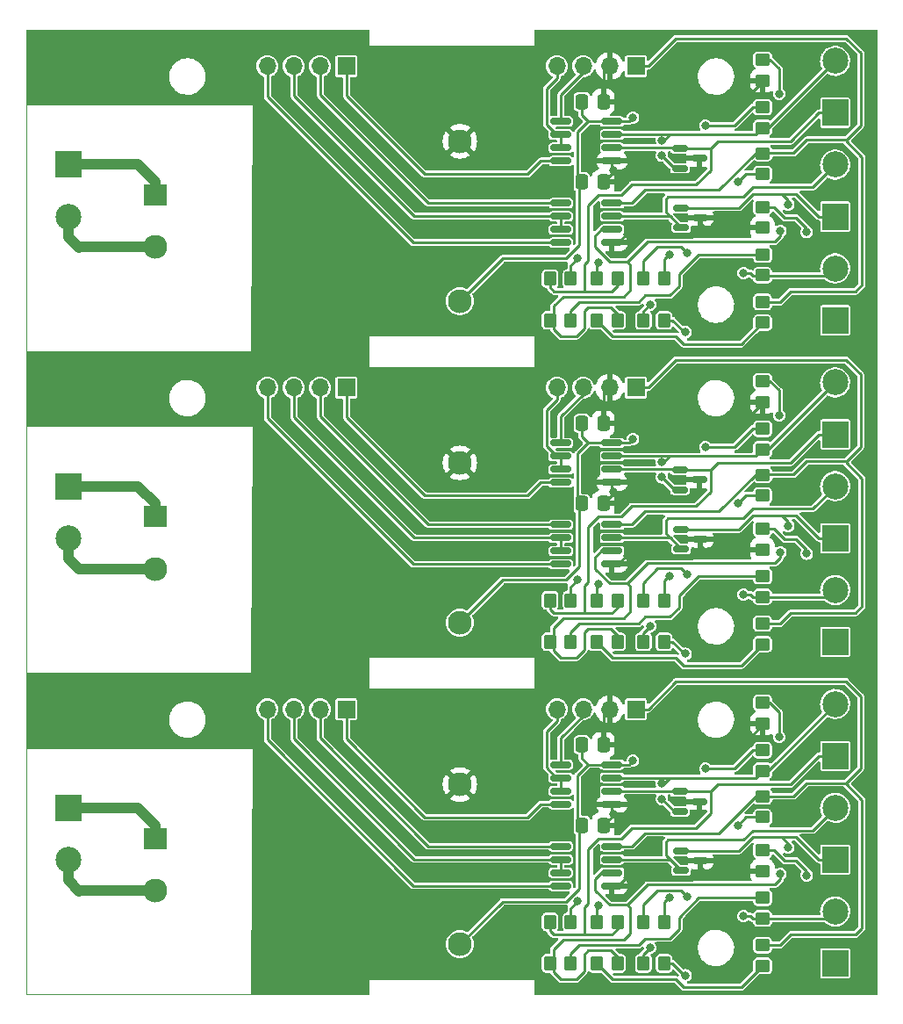
<source format=gbr>
%TF.GenerationSoftware,KiCad,Pcbnew,6.0.11-2627ca5db0~126~ubuntu20.04.1*%
%TF.CreationDate,2024-09-22T20:55:52-05:00*%
%TF.ProjectId,,58585858-5858-4585-9858-585858585858,rev?*%
%TF.SameCoordinates,Original*%
%TF.FileFunction,Copper,L1,Top*%
%TF.FilePolarity,Positive*%
%FSLAX46Y46*%
G04 Gerber Fmt 4.6, Leading zero omitted, Abs format (unit mm)*
G04 Created by KiCad (PCBNEW 6.0.11-2627ca5db0~126~ubuntu20.04.1) date 2024-09-22 20:55:52*
%MOMM*%
%LPD*%
G01*
G04 APERTURE LIST*
G04 Aperture macros list*
%AMRoundRect*
0 Rectangle with rounded corners*
0 $1 Rounding radius*
0 $2 $3 $4 $5 $6 $7 $8 $9 X,Y pos of 4 corners*
0 Add a 4 corners polygon primitive as box body*
4,1,4,$2,$3,$4,$5,$6,$7,$8,$9,$2,$3,0*
0 Add four circle primitives for the rounded corners*
1,1,$1+$1,$2,$3*
1,1,$1+$1,$4,$5*
1,1,$1+$1,$6,$7*
1,1,$1+$1,$8,$9*
0 Add four rect primitives between the rounded corners*
20,1,$1+$1,$2,$3,$4,$5,0*
20,1,$1+$1,$4,$5,$6,$7,0*
20,1,$1+$1,$6,$7,$8,$9,0*
20,1,$1+$1,$8,$9,$2,$3,0*%
G04 Aperture macros list end*
%TA.AperFunction,Profile*%
%ADD10C,0.100000*%
%TD*%
%TA.AperFunction,ComponentPad*%
%ADD11R,2.300000X2.000000*%
%TD*%
%TA.AperFunction,ComponentPad*%
%ADD12C,2.300000*%
%TD*%
%TA.AperFunction,SMDPad,CuDef*%
%ADD13RoundRect,0.250000X-0.350000X-0.450000X0.350000X-0.450000X0.350000X0.450000X-0.350000X0.450000X0*%
%TD*%
%TA.AperFunction,ComponentPad*%
%ADD14R,1.700000X1.700000*%
%TD*%
%TA.AperFunction,ComponentPad*%
%ADD15O,1.700000X1.700000*%
%TD*%
%TA.AperFunction,SMDPad,CuDef*%
%ADD16RoundRect,0.150000X-0.587500X-0.150000X0.587500X-0.150000X0.587500X0.150000X-0.587500X0.150000X0*%
%TD*%
%TA.AperFunction,SMDPad,CuDef*%
%ADD17RoundRect,0.150000X-0.825000X-0.150000X0.825000X-0.150000X0.825000X0.150000X-0.825000X0.150000X0*%
%TD*%
%TA.AperFunction,ComponentPad*%
%ADD18R,2.500000X2.500000*%
%TD*%
%TA.AperFunction,ComponentPad*%
%ADD19C,2.500000*%
%TD*%
%TA.AperFunction,SMDPad,CuDef*%
%ADD20RoundRect,0.250000X-0.450000X0.350000X-0.450000X-0.350000X0.450000X-0.350000X0.450000X0.350000X0*%
%TD*%
%TA.AperFunction,SMDPad,CuDef*%
%ADD21RoundRect,0.250000X-0.337500X-0.475000X0.337500X-0.475000X0.337500X0.475000X-0.337500X0.475000X0*%
%TD*%
%TA.AperFunction,ViaPad*%
%ADD22C,0.800000*%
%TD*%
%TA.AperFunction,Conductor*%
%ADD23C,1.000000*%
%TD*%
%TA.AperFunction,Conductor*%
%ADD24C,0.250000*%
%TD*%
G04 APERTURE END LIST*
D10*
X93196000Y-98957000D02*
X126196000Y-98957000D01*
X77196000Y-129957000D02*
X77196000Y-128457000D01*
X77196000Y-98957000D02*
X77196000Y-100457000D01*
X44196000Y-98957000D02*
X77196000Y-98957000D01*
X93196000Y-129957000D02*
X126196000Y-129957000D01*
X126196000Y-98957000D02*
X126196000Y-129957000D01*
X44196000Y-129957000D02*
X77196000Y-129957000D01*
X44196000Y-98957000D02*
X44196000Y-129957000D01*
X77196000Y-128457000D02*
X93196000Y-128457000D01*
X93196000Y-98957000D02*
X93196000Y-100457000D01*
X93196000Y-129957000D02*
X93196000Y-128457000D01*
X77196000Y-100457000D02*
X93196000Y-100457000D01*
X93196000Y-67957000D02*
X126196000Y-67957000D01*
X77196000Y-98957000D02*
X77196000Y-97457000D01*
X77196000Y-67957000D02*
X77196000Y-69457000D01*
X44196000Y-67957000D02*
X77196000Y-67957000D01*
X93196000Y-98957000D02*
X126196000Y-98957000D01*
X126196000Y-67957000D02*
X126196000Y-98957000D01*
X44196000Y-98957000D02*
X77196000Y-98957000D01*
X44196000Y-67957000D02*
X44196000Y-98957000D01*
X77196000Y-97457000D02*
X93196000Y-97457000D01*
X93196000Y-67957000D02*
X93196000Y-69457000D01*
X93196000Y-98957000D02*
X93196000Y-97457000D01*
X77196000Y-69457000D02*
X93196000Y-69457000D01*
X77196000Y-38457000D02*
X93196000Y-38457000D01*
X93196000Y-67957000D02*
X93196000Y-66457000D01*
X93196000Y-36957000D02*
X93196000Y-38457000D01*
X77196000Y-66457000D02*
X93196000Y-66457000D01*
X44196000Y-36957000D02*
X44196000Y-67957000D01*
X44196000Y-67957000D02*
X77196000Y-67957000D01*
X126196000Y-36957000D02*
X126196000Y-67957000D01*
X93196000Y-67957000D02*
X126196000Y-67957000D01*
X44196000Y-36957000D02*
X77196000Y-36957000D01*
X77196000Y-36957000D02*
X77196000Y-38457000D01*
X77196000Y-67957000D02*
X77196000Y-66457000D01*
X93196000Y-36957000D02*
X126196000Y-36957000D01*
D11*
%TO.P,PS1,1,AC/L*%
%TO.N,Net-(PS1-Pad1)*%
X56591000Y-114908000D03*
D12*
%TO.P,PS1,2,AC/N*%
%TO.N,Net-(PS1-Pad2)*%
X56591000Y-119908000D03*
%TO.P,PS1,3,-Vout*%
%TO.N,GND*%
X85991000Y-109708000D03*
%TO.P,PS1,4,+Vout*%
%TO.N,+5V*%
X85991000Y-125108000D03*
%TD*%
D13*
%TO.P,RJ6,1*%
%TO.N,/RS485_2_B*%
X103696000Y-122957000D03*
%TO.P,RJ6,2*%
%TO.N,Net-(R4-Pad1)*%
X105696000Y-122957000D03*
%TD*%
%TO.P,RJ5,1*%
%TO.N,Net-(R6-Pad2)*%
X99196000Y-122957000D03*
%TO.P,RJ5,2*%
%TO.N,/RS485_2_A*%
X101196000Y-122957000D03*
%TD*%
%TO.P,RJ3,1*%
%TO.N,/RS485_1_B*%
X103696000Y-126957000D03*
%TO.P,RJ3,2*%
%TO.N,Net-(R1-Pad1)*%
X105696000Y-126957000D03*
%TD*%
%TO.P,RJ1,1*%
%TO.N,/RS485_1_A*%
X94696000Y-126957000D03*
%TO.P,RJ1,2*%
%TO.N,Net-(RJ1-Pad2)*%
X96696000Y-126957000D03*
%TD*%
D14*
%TO.P,J6,1,Pin_1*%
%TO.N,Net-(U2-Pad4)*%
X75036000Y-102462000D03*
D15*
%TO.P,J6,2,Pin_2*%
%TO.N,Net-(J6-Pad2)*%
X72496000Y-102462000D03*
%TO.P,J6,3,Pin_3*%
%TO.N,Net-(J6-Pad3)*%
X69956000Y-102462000D03*
%TO.P,J6,4,Pin_4*%
%TO.N,Net-(J6-Pad4)*%
X67416000Y-102462000D03*
%TD*%
D16*
%TO.P,D2,1,A1*%
%TO.N,/RS485_2_A*%
X107215500Y-110402000D03*
%TO.P,D2,2,A2*%
%TO.N,/RS485_2_B*%
X107215500Y-112302000D03*
%TO.P,D2,3,common*%
%TO.N,GND*%
X109090500Y-111352000D03*
%TD*%
D17*
%TO.P,U1,1,RO*%
%TO.N,Net-(J6-Pad2)*%
X95721000Y-115670000D03*
%TO.P,U1,2,~{RE}*%
%TO.N,Net-(J6-Pad3)*%
X95721000Y-116940000D03*
%TO.P,U1,3,DE*%
X95721000Y-118210000D03*
%TO.P,U1,4,DI*%
%TO.N,Net-(J6-Pad4)*%
X95721000Y-119480000D03*
%TO.P,U1,5,GND*%
%TO.N,GND*%
X100671000Y-119480000D03*
%TO.P,U1,6,A*%
%TO.N,/RS485_1_A*%
X100671000Y-118210000D03*
%TO.P,U1,7,B*%
%TO.N,/RS485_1_B*%
X100671000Y-116940000D03*
%TO.P,U1,8,VCC*%
%TO.N,+5V*%
X100671000Y-115670000D03*
%TD*%
D18*
%TO.P,J4,1,Pin_1*%
%TO.N,/RS485_2_A*%
X122196000Y-106957000D03*
D19*
%TO.P,J4,2,Pin_2*%
%TO.N,/RS485_2_B*%
X122196000Y-101957000D03*
%TD*%
D20*
%TO.P,R1,1*%
%TO.N,Net-(R1-Pad1)*%
X115196000Y-116051000D03*
%TO.P,R1,2*%
%TO.N,GND*%
X115196000Y-118051000D03*
%TD*%
%TO.P,R2,1*%
%TO.N,Net-(RJ1-Pad2)*%
X115196000Y-120623000D03*
%TO.P,R2,2*%
%TO.N,/RS485_1_B*%
X115196000Y-122623000D03*
%TD*%
%TO.P,R6,1*%
%TO.N,+5V*%
X115196000Y-110860000D03*
%TO.P,R6,2*%
%TO.N,Net-(R6-Pad2)*%
X115196000Y-112860000D03*
%TD*%
%TO.P,R4,1*%
%TO.N,Net-(R4-Pad1)*%
X115196000Y-101843000D03*
%TO.P,R4,2*%
%TO.N,GND*%
X115196000Y-103843000D03*
%TD*%
D18*
%TO.P,J1,1,Pin_1*%
%TO.N,Net-(PS1-Pad1)*%
X48196000Y-111957000D03*
D19*
%TO.P,J1,2,Pin_2*%
%TO.N,Net-(PS1-Pad2)*%
X48196000Y-116957000D03*
%TD*%
D16*
%TO.P,D1,1,A1*%
%TO.N,/RS485_1_A*%
X107342500Y-116117000D03*
%TO.P,D1,2,A2*%
%TO.N,/RS485_1_B*%
X107342500Y-118017000D03*
%TO.P,D1,3,common*%
%TO.N,GND*%
X109217500Y-117067000D03*
%TD*%
D21*
%TO.P,C2,1*%
%TO.N,+5V*%
X97758500Y-105891000D03*
%TO.P,C2,2*%
%TO.N,GND*%
X99833500Y-105891000D03*
%TD*%
%TO.P,C1,1*%
%TO.N,+5V*%
X97758500Y-113638000D03*
%TO.P,C1,2*%
%TO.N,GND*%
X99833500Y-113638000D03*
%TD*%
D14*
%TO.P,J5,1,Pin_1*%
%TO.N,+5V*%
X102976000Y-102462000D03*
D15*
%TO.P,J5,2,Pin_2*%
%TO.N,GND*%
X100436000Y-102462000D03*
%TO.P,J5,3,Pin_3*%
%TO.N,Net-(U2-Pad1)*%
X97896000Y-102462000D03*
%TO.P,J5,4,Pin_4*%
%TO.N,Net-(U2-Pad3)*%
X95356000Y-102462000D03*
%TD*%
D20*
%TO.P,R5,1*%
%TO.N,Net-(R5-Pad1)*%
X115196000Y-106415000D03*
%TO.P,R5,2*%
%TO.N,/RS485_2_B*%
X115196000Y-108415000D03*
%TD*%
D17*
%TO.P,U2,1,RO*%
%TO.N,Net-(U2-Pad1)*%
X95721000Y-107796000D03*
%TO.P,U2,2,~{RE}*%
%TO.N,Net-(U2-Pad3)*%
X95721000Y-109066000D03*
%TO.P,U2,3,DE*%
X95721000Y-110336000D03*
%TO.P,U2,4,DI*%
%TO.N,Net-(U2-Pad4)*%
X95721000Y-111606000D03*
%TO.P,U2,5,GND*%
%TO.N,GND*%
X100671000Y-111606000D03*
%TO.P,U2,6,A*%
%TO.N,/RS485_2_A*%
X100671000Y-110336000D03*
%TO.P,U2,7,B*%
%TO.N,/RS485_2_B*%
X100671000Y-109066000D03*
%TO.P,U2,8,VCC*%
%TO.N,+5V*%
X100671000Y-107796000D03*
%TD*%
D13*
%TO.P,RJ4,1*%
%TO.N,/RS485_2_A*%
X94696000Y-122957000D03*
%TO.P,RJ4,2*%
%TO.N,Net-(R5-Pad1)*%
X96696000Y-122957000D03*
%TD*%
%TO.P,RJ2,1*%
%TO.N,Net-(R3-Pad2)*%
X99196000Y-126957000D03*
%TO.P,RJ2,2*%
%TO.N,/RS485_1_A*%
X101196000Y-126957000D03*
%TD*%
D18*
%TO.P,J2,1,Pin_1*%
%TO.N,/RS485_1_A*%
X122196000Y-126957000D03*
D19*
%TO.P,J2,2,Pin_2*%
%TO.N,/RS485_1_B*%
X122196000Y-121957000D03*
%TD*%
D20*
%TO.P,R3,1*%
%TO.N,+5V*%
X115196000Y-125195000D03*
%TO.P,R3,2*%
%TO.N,Net-(R3-Pad2)*%
X115196000Y-127195000D03*
%TD*%
D18*
%TO.P,J3,1,Pin_1*%
%TO.N,/RS485_1_A*%
X122196000Y-116957000D03*
D19*
%TO.P,J3,2,Pin_2*%
%TO.N,/RS485_1_B*%
X122196000Y-111957000D03*
%TD*%
D11*
%TO.P,PS1,1,AC/L*%
%TO.N,Net-(PS1-Pad1)*%
X56591000Y-83908000D03*
D12*
%TO.P,PS1,2,AC/N*%
%TO.N,Net-(PS1-Pad2)*%
X56591000Y-88908000D03*
%TO.P,PS1,3,-Vout*%
%TO.N,GND*%
X85991000Y-78708000D03*
%TO.P,PS1,4,+Vout*%
%TO.N,+5V*%
X85991000Y-94108000D03*
%TD*%
D13*
%TO.P,RJ6,1*%
%TO.N,/RS485_2_B*%
X103696000Y-91957000D03*
%TO.P,RJ6,2*%
%TO.N,Net-(R4-Pad1)*%
X105696000Y-91957000D03*
%TD*%
%TO.P,RJ5,1*%
%TO.N,Net-(R6-Pad2)*%
X99196000Y-91957000D03*
%TO.P,RJ5,2*%
%TO.N,/RS485_2_A*%
X101196000Y-91957000D03*
%TD*%
%TO.P,RJ3,1*%
%TO.N,/RS485_1_B*%
X103696000Y-95957000D03*
%TO.P,RJ3,2*%
%TO.N,Net-(R1-Pad1)*%
X105696000Y-95957000D03*
%TD*%
%TO.P,RJ1,1*%
%TO.N,/RS485_1_A*%
X94696000Y-95957000D03*
%TO.P,RJ1,2*%
%TO.N,Net-(RJ1-Pad2)*%
X96696000Y-95957000D03*
%TD*%
D14*
%TO.P,J6,1,Pin_1*%
%TO.N,Net-(U2-Pad4)*%
X75036000Y-71462000D03*
D15*
%TO.P,J6,2,Pin_2*%
%TO.N,Net-(J6-Pad2)*%
X72496000Y-71462000D03*
%TO.P,J6,3,Pin_3*%
%TO.N,Net-(J6-Pad3)*%
X69956000Y-71462000D03*
%TO.P,J6,4,Pin_4*%
%TO.N,Net-(J6-Pad4)*%
X67416000Y-71462000D03*
%TD*%
D16*
%TO.P,D2,1,A1*%
%TO.N,/RS485_2_A*%
X107215500Y-79402000D03*
%TO.P,D2,2,A2*%
%TO.N,/RS485_2_B*%
X107215500Y-81302000D03*
%TO.P,D2,3,common*%
%TO.N,GND*%
X109090500Y-80352000D03*
%TD*%
D17*
%TO.P,U1,1,RO*%
%TO.N,Net-(J6-Pad2)*%
X95721000Y-84670000D03*
%TO.P,U1,2,~{RE}*%
%TO.N,Net-(J6-Pad3)*%
X95721000Y-85940000D03*
%TO.P,U1,3,DE*%
X95721000Y-87210000D03*
%TO.P,U1,4,DI*%
%TO.N,Net-(J6-Pad4)*%
X95721000Y-88480000D03*
%TO.P,U1,5,GND*%
%TO.N,GND*%
X100671000Y-88480000D03*
%TO.P,U1,6,A*%
%TO.N,/RS485_1_A*%
X100671000Y-87210000D03*
%TO.P,U1,7,B*%
%TO.N,/RS485_1_B*%
X100671000Y-85940000D03*
%TO.P,U1,8,VCC*%
%TO.N,+5V*%
X100671000Y-84670000D03*
%TD*%
D18*
%TO.P,J4,1,Pin_1*%
%TO.N,/RS485_2_A*%
X122196000Y-75957000D03*
D19*
%TO.P,J4,2,Pin_2*%
%TO.N,/RS485_2_B*%
X122196000Y-70957000D03*
%TD*%
D20*
%TO.P,R1,1*%
%TO.N,Net-(R1-Pad1)*%
X115196000Y-85051000D03*
%TO.P,R1,2*%
%TO.N,GND*%
X115196000Y-87051000D03*
%TD*%
%TO.P,R2,1*%
%TO.N,Net-(RJ1-Pad2)*%
X115196000Y-89623000D03*
%TO.P,R2,2*%
%TO.N,/RS485_1_B*%
X115196000Y-91623000D03*
%TD*%
%TO.P,R6,1*%
%TO.N,+5V*%
X115196000Y-79860000D03*
%TO.P,R6,2*%
%TO.N,Net-(R6-Pad2)*%
X115196000Y-81860000D03*
%TD*%
%TO.P,R4,1*%
%TO.N,Net-(R4-Pad1)*%
X115196000Y-70843000D03*
%TO.P,R4,2*%
%TO.N,GND*%
X115196000Y-72843000D03*
%TD*%
D18*
%TO.P,J1,1,Pin_1*%
%TO.N,Net-(PS1-Pad1)*%
X48196000Y-80957000D03*
D19*
%TO.P,J1,2,Pin_2*%
%TO.N,Net-(PS1-Pad2)*%
X48196000Y-85957000D03*
%TD*%
D16*
%TO.P,D1,1,A1*%
%TO.N,/RS485_1_A*%
X107342500Y-85117000D03*
%TO.P,D1,2,A2*%
%TO.N,/RS485_1_B*%
X107342500Y-87017000D03*
%TO.P,D1,3,common*%
%TO.N,GND*%
X109217500Y-86067000D03*
%TD*%
D21*
%TO.P,C2,1*%
%TO.N,+5V*%
X97758500Y-74891000D03*
%TO.P,C2,2*%
%TO.N,GND*%
X99833500Y-74891000D03*
%TD*%
%TO.P,C1,1*%
%TO.N,+5V*%
X97758500Y-82638000D03*
%TO.P,C1,2*%
%TO.N,GND*%
X99833500Y-82638000D03*
%TD*%
D14*
%TO.P,J5,1,Pin_1*%
%TO.N,+5V*%
X102976000Y-71462000D03*
D15*
%TO.P,J5,2,Pin_2*%
%TO.N,GND*%
X100436000Y-71462000D03*
%TO.P,J5,3,Pin_3*%
%TO.N,Net-(U2-Pad1)*%
X97896000Y-71462000D03*
%TO.P,J5,4,Pin_4*%
%TO.N,Net-(U2-Pad3)*%
X95356000Y-71462000D03*
%TD*%
D20*
%TO.P,R5,1*%
%TO.N,Net-(R5-Pad1)*%
X115196000Y-75415000D03*
%TO.P,R5,2*%
%TO.N,/RS485_2_B*%
X115196000Y-77415000D03*
%TD*%
D17*
%TO.P,U2,1,RO*%
%TO.N,Net-(U2-Pad1)*%
X95721000Y-76796000D03*
%TO.P,U2,2,~{RE}*%
%TO.N,Net-(U2-Pad3)*%
X95721000Y-78066000D03*
%TO.P,U2,3,DE*%
X95721000Y-79336000D03*
%TO.P,U2,4,DI*%
%TO.N,Net-(U2-Pad4)*%
X95721000Y-80606000D03*
%TO.P,U2,5,GND*%
%TO.N,GND*%
X100671000Y-80606000D03*
%TO.P,U2,6,A*%
%TO.N,/RS485_2_A*%
X100671000Y-79336000D03*
%TO.P,U2,7,B*%
%TO.N,/RS485_2_B*%
X100671000Y-78066000D03*
%TO.P,U2,8,VCC*%
%TO.N,+5V*%
X100671000Y-76796000D03*
%TD*%
D13*
%TO.P,RJ4,1*%
%TO.N,/RS485_2_A*%
X94696000Y-91957000D03*
%TO.P,RJ4,2*%
%TO.N,Net-(R5-Pad1)*%
X96696000Y-91957000D03*
%TD*%
%TO.P,RJ2,1*%
%TO.N,Net-(R3-Pad2)*%
X99196000Y-95957000D03*
%TO.P,RJ2,2*%
%TO.N,/RS485_1_A*%
X101196000Y-95957000D03*
%TD*%
D18*
%TO.P,J2,1,Pin_1*%
%TO.N,/RS485_1_A*%
X122196000Y-95957000D03*
D19*
%TO.P,J2,2,Pin_2*%
%TO.N,/RS485_1_B*%
X122196000Y-90957000D03*
%TD*%
D20*
%TO.P,R3,1*%
%TO.N,+5V*%
X115196000Y-94195000D03*
%TO.P,R3,2*%
%TO.N,Net-(R3-Pad2)*%
X115196000Y-96195000D03*
%TD*%
D18*
%TO.P,J3,1,Pin_1*%
%TO.N,/RS485_1_A*%
X122196000Y-85957000D03*
D19*
%TO.P,J3,2,Pin_2*%
%TO.N,/RS485_1_B*%
X122196000Y-80957000D03*
%TD*%
D18*
%TO.P,J3,1,Pin_1*%
%TO.N,/RS485_1_A*%
X122196000Y-54957000D03*
D19*
%TO.P,J3,2,Pin_2*%
%TO.N,/RS485_1_B*%
X122196000Y-49957000D03*
%TD*%
D17*
%TO.P,U2,1,RO*%
%TO.N,Net-(U2-Pad1)*%
X95721000Y-45796000D03*
%TO.P,U2,2,~{RE}*%
%TO.N,Net-(U2-Pad3)*%
X95721000Y-47066000D03*
%TO.P,U2,3,DE*%
X95721000Y-48336000D03*
%TO.P,U2,4,DI*%
%TO.N,Net-(U2-Pad4)*%
X95721000Y-49606000D03*
%TO.P,U2,5,GND*%
%TO.N,GND*%
X100671000Y-49606000D03*
%TO.P,U2,6,A*%
%TO.N,/RS485_2_A*%
X100671000Y-48336000D03*
%TO.P,U2,7,B*%
%TO.N,/RS485_2_B*%
X100671000Y-47066000D03*
%TO.P,U2,8,VCC*%
%TO.N,+5V*%
X100671000Y-45796000D03*
%TD*%
D16*
%TO.P,D1,1,A1*%
%TO.N,/RS485_1_A*%
X107342500Y-54117000D03*
%TO.P,D1,2,A2*%
%TO.N,/RS485_1_B*%
X107342500Y-56017000D03*
%TO.P,D1,3,common*%
%TO.N,GND*%
X109217500Y-55067000D03*
%TD*%
D20*
%TO.P,R6,1*%
%TO.N,+5V*%
X115196000Y-48860000D03*
%TO.P,R6,2*%
%TO.N,Net-(R6-Pad2)*%
X115196000Y-50860000D03*
%TD*%
D13*
%TO.P,RJ2,1*%
%TO.N,Net-(R3-Pad2)*%
X99196000Y-64957000D03*
%TO.P,RJ2,2*%
%TO.N,/RS485_1_A*%
X101196000Y-64957000D03*
%TD*%
D18*
%TO.P,J2,1,Pin_1*%
%TO.N,/RS485_1_A*%
X122196000Y-64957000D03*
D19*
%TO.P,J2,2,Pin_2*%
%TO.N,/RS485_1_B*%
X122196000Y-59957000D03*
%TD*%
D14*
%TO.P,J5,1,Pin_1*%
%TO.N,+5V*%
X102976000Y-40462000D03*
D15*
%TO.P,J5,2,Pin_2*%
%TO.N,GND*%
X100436000Y-40462000D03*
%TO.P,J5,3,Pin_3*%
%TO.N,Net-(U2-Pad1)*%
X97896000Y-40462000D03*
%TO.P,J5,4,Pin_4*%
%TO.N,Net-(U2-Pad3)*%
X95356000Y-40462000D03*
%TD*%
D20*
%TO.P,R3,1*%
%TO.N,+5V*%
X115196000Y-63195000D03*
%TO.P,R3,2*%
%TO.N,Net-(R3-Pad2)*%
X115196000Y-65195000D03*
%TD*%
%TO.P,R4,1*%
%TO.N,Net-(R4-Pad1)*%
X115196000Y-39843000D03*
%TO.P,R4,2*%
%TO.N,GND*%
X115196000Y-41843000D03*
%TD*%
D13*
%TO.P,RJ4,1*%
%TO.N,/RS485_2_A*%
X94696000Y-60957000D03*
%TO.P,RJ4,2*%
%TO.N,Net-(R5-Pad1)*%
X96696000Y-60957000D03*
%TD*%
D21*
%TO.P,C1,1*%
%TO.N,+5V*%
X97758500Y-51638000D03*
%TO.P,C1,2*%
%TO.N,GND*%
X99833500Y-51638000D03*
%TD*%
D13*
%TO.P,RJ6,1*%
%TO.N,/RS485_2_B*%
X103696000Y-60957000D03*
%TO.P,RJ6,2*%
%TO.N,Net-(R4-Pad1)*%
X105696000Y-60957000D03*
%TD*%
D18*
%TO.P,J1,1,Pin_1*%
%TO.N,Net-(PS1-Pad1)*%
X48196000Y-49957000D03*
D19*
%TO.P,J1,2,Pin_2*%
%TO.N,Net-(PS1-Pad2)*%
X48196000Y-54957000D03*
%TD*%
D20*
%TO.P,R2,1*%
%TO.N,Net-(RJ1-Pad2)*%
X115196000Y-58623000D03*
%TO.P,R2,2*%
%TO.N,/RS485_1_B*%
X115196000Y-60623000D03*
%TD*%
D18*
%TO.P,J4,1,Pin_1*%
%TO.N,/RS485_2_A*%
X122196000Y-44957000D03*
D19*
%TO.P,J4,2,Pin_2*%
%TO.N,/RS485_2_B*%
X122196000Y-39957000D03*
%TD*%
D21*
%TO.P,C2,1*%
%TO.N,+5V*%
X97758500Y-43891000D03*
%TO.P,C2,2*%
%TO.N,GND*%
X99833500Y-43891000D03*
%TD*%
D11*
%TO.P,PS1,1,AC/L*%
%TO.N,Net-(PS1-Pad1)*%
X56591000Y-52908000D03*
D12*
%TO.P,PS1,2,AC/N*%
%TO.N,Net-(PS1-Pad2)*%
X56591000Y-57908000D03*
%TO.P,PS1,3,-Vout*%
%TO.N,GND*%
X85991000Y-47708000D03*
%TO.P,PS1,4,+Vout*%
%TO.N,+5V*%
X85991000Y-63108000D03*
%TD*%
D20*
%TO.P,R1,1*%
%TO.N,Net-(R1-Pad1)*%
X115196000Y-54051000D03*
%TO.P,R1,2*%
%TO.N,GND*%
X115196000Y-56051000D03*
%TD*%
%TO.P,R5,1*%
%TO.N,Net-(R5-Pad1)*%
X115196000Y-44415000D03*
%TO.P,R5,2*%
%TO.N,/RS485_2_B*%
X115196000Y-46415000D03*
%TD*%
D17*
%TO.P,U1,1,RO*%
%TO.N,Net-(J6-Pad2)*%
X95721000Y-53670000D03*
%TO.P,U1,2,~{RE}*%
%TO.N,Net-(J6-Pad3)*%
X95721000Y-54940000D03*
%TO.P,U1,3,DE*%
X95721000Y-56210000D03*
%TO.P,U1,4,DI*%
%TO.N,Net-(J6-Pad4)*%
X95721000Y-57480000D03*
%TO.P,U1,5,GND*%
%TO.N,GND*%
X100671000Y-57480000D03*
%TO.P,U1,6,A*%
%TO.N,/RS485_1_A*%
X100671000Y-56210000D03*
%TO.P,U1,7,B*%
%TO.N,/RS485_1_B*%
X100671000Y-54940000D03*
%TO.P,U1,8,VCC*%
%TO.N,+5V*%
X100671000Y-53670000D03*
%TD*%
D16*
%TO.P,D2,1,A1*%
%TO.N,/RS485_2_A*%
X107215500Y-48402000D03*
%TO.P,D2,2,A2*%
%TO.N,/RS485_2_B*%
X107215500Y-50302000D03*
%TO.P,D2,3,common*%
%TO.N,GND*%
X109090500Y-49352000D03*
%TD*%
D14*
%TO.P,J6,1,Pin_1*%
%TO.N,Net-(U2-Pad4)*%
X75036000Y-40462000D03*
D15*
%TO.P,J6,2,Pin_2*%
%TO.N,Net-(J6-Pad2)*%
X72496000Y-40462000D03*
%TO.P,J6,3,Pin_3*%
%TO.N,Net-(J6-Pad3)*%
X69956000Y-40462000D03*
%TO.P,J6,4,Pin_4*%
%TO.N,Net-(J6-Pad4)*%
X67416000Y-40462000D03*
%TD*%
D13*
%TO.P,RJ1,1*%
%TO.N,/RS485_1_A*%
X94696000Y-64957000D03*
%TO.P,RJ1,2*%
%TO.N,Net-(RJ1-Pad2)*%
X96696000Y-64957000D03*
%TD*%
%TO.P,RJ3,1*%
%TO.N,/RS485_1_B*%
X103696000Y-64957000D03*
%TO.P,RJ3,2*%
%TO.N,Net-(R1-Pad1)*%
X105696000Y-64957000D03*
%TD*%
%TO.P,RJ5,1*%
%TO.N,Net-(R6-Pad2)*%
X99196000Y-60957000D03*
%TO.P,RJ5,2*%
%TO.N,/RS485_2_A*%
X101196000Y-60957000D03*
%TD*%
D22*
%TO.N,Net-(R6-Pad2)*%
X112852000Y-113638000D03*
X99390000Y-121385000D03*
%TO.N,Net-(R5-Pad1)*%
X97303354Y-120940244D03*
X109677000Y-108177000D03*
%TO.N,Net-(R4-Pad1)*%
X116789000Y-105129000D03*
X106248000Y-120630100D03*
%TO.N,Net-(R1-Pad1)*%
X119456000Y-118464000D03*
X107772000Y-128116000D03*
%TO.N,/RS485_2_B*%
X107899000Y-120496000D03*
X105486000Y-111098000D03*
X105486000Y-109611500D03*
%TO.N,/RS485_1_B*%
X113360000Y-122401000D03*
X104343000Y-125449000D03*
%TO.N,/RS485_1_A*%
X117678000Y-115797000D03*
X116916000Y-118337000D03*
%TO.N,+5V*%
X102692000Y-107415000D03*
%TO.N,GND*%
X100781500Y-112533900D03*
X102211500Y-117674300D03*
%TO.N,Net-(R6-Pad2)*%
X112852000Y-82638000D03*
X99390000Y-90385000D03*
%TO.N,Net-(R5-Pad1)*%
X97303354Y-89940244D03*
X109677000Y-77177000D03*
%TO.N,Net-(R4-Pad1)*%
X116789000Y-74129000D03*
X106248000Y-89630100D03*
%TO.N,Net-(R1-Pad1)*%
X119456000Y-87464000D03*
X107772000Y-97116000D03*
%TO.N,/RS485_2_B*%
X107899000Y-89496000D03*
X105486000Y-80098000D03*
X105486000Y-78611500D03*
%TO.N,/RS485_1_B*%
X113360000Y-91401000D03*
X104343000Y-94449000D03*
%TO.N,/RS485_1_A*%
X117678000Y-84797000D03*
X116916000Y-87337000D03*
%TO.N,+5V*%
X102692000Y-76415000D03*
%TO.N,GND*%
X100781500Y-81533900D03*
X102211500Y-86674300D03*
X102211500Y-55674300D03*
X100781500Y-50533900D03*
%TO.N,/RS485_1_A*%
X116916000Y-56337000D03*
X117678000Y-53797000D03*
%TO.N,/RS485_1_B*%
X104343000Y-63449000D03*
X113360000Y-60401000D03*
%TO.N,/RS485_2_B*%
X105486000Y-47611500D03*
X105486000Y-49098000D03*
X107899000Y-58496000D03*
%TO.N,+5V*%
X102692000Y-45415000D03*
%TO.N,Net-(R1-Pad1)*%
X107772000Y-66116000D03*
X119456000Y-56464000D03*
%TO.N,Net-(R4-Pad1)*%
X106248000Y-58630100D03*
X116789000Y-43129000D03*
%TO.N,Net-(R5-Pad1)*%
X109677000Y-46177000D03*
X97303354Y-58940244D03*
%TO.N,Net-(R6-Pad2)*%
X99390000Y-59385000D03*
X112852000Y-51638000D03*
%TD*%
D23*
%TO.N,Net-(PS1-Pad2)*%
X48196000Y-118959000D02*
X49225000Y-119988000D01*
X48196000Y-116957000D02*
X48196000Y-118959000D01*
X49225000Y-119988000D02*
X49305000Y-119908000D01*
X49305000Y-119908000D02*
X56591000Y-119908000D01*
%TO.N,Net-(PS1-Pad1)*%
X54910000Y-111957000D02*
X56591000Y-113638000D01*
X56591000Y-113638000D02*
X56591000Y-114908000D01*
X48196000Y-111957000D02*
X54910000Y-111957000D01*
D24*
%TO.N,Net-(J6-Pad4)*%
X67416000Y-105413000D02*
X81483000Y-119480000D01*
X81483000Y-119480000D02*
X95721000Y-119480000D01*
X67416000Y-102462000D02*
X67416000Y-105413000D01*
%TO.N,Net-(J6-Pad3)*%
X69956000Y-105286000D02*
X81610000Y-116940000D01*
X95721000Y-118210000D02*
X95721000Y-116940000D01*
X81610000Y-116940000D02*
X95721000Y-116940000D01*
X69956000Y-102462000D02*
X69956000Y-105286000D01*
%TO.N,Net-(J6-Pad2)*%
X82943500Y-115670000D02*
X95721000Y-115670000D01*
X72496000Y-105222500D02*
X82943500Y-115670000D01*
X72496000Y-102462000D02*
X72496000Y-105222500D01*
%TO.N,Net-(U2-Pad4)*%
X92532000Y-112876000D02*
X93802000Y-111606000D01*
X75036000Y-105286000D02*
X82626000Y-112876000D01*
X93802000Y-111606000D02*
X95721000Y-111606000D01*
X75036000Y-102462000D02*
X75036000Y-105286000D01*
X82626000Y-112876000D02*
X92532000Y-112876000D01*
%TO.N,Net-(U2-Pad3)*%
X95356000Y-103637300D02*
X94368200Y-104625100D01*
X94368200Y-104625100D02*
X94368200Y-108099900D01*
X94368200Y-108099900D02*
X95334300Y-109066000D01*
X95356000Y-102462000D02*
X95356000Y-103637300D01*
X95721000Y-110336000D02*
X95721000Y-109066000D01*
X95334300Y-109066000D02*
X95721000Y-109066000D01*
%TO.N,Net-(U2-Pad1)*%
X95721000Y-107796000D02*
X95721000Y-105242000D01*
X97896000Y-103067000D02*
X97896000Y-102462000D01*
X95721000Y-105242000D02*
X97896000Y-103067000D01*
%TO.N,Net-(R6-Pad2)*%
X99196000Y-121579000D02*
X99390000Y-121385000D01*
X112852000Y-113638000D02*
X113630000Y-112860000D01*
X99196000Y-122957000D02*
X99196000Y-121579000D01*
X113630000Y-112860000D02*
X115196000Y-112860000D01*
%TO.N,Net-(R5-Pad1)*%
X97303354Y-121058646D02*
X97303354Y-120940244D01*
X96696000Y-121666000D02*
X96696000Y-122957000D01*
X96696000Y-121666000D02*
X97303354Y-121058646D01*
X109677000Y-108177000D02*
X112471000Y-108177000D01*
X114233000Y-106415000D02*
X115196000Y-106415000D01*
X112471000Y-108177000D02*
X114233000Y-106415000D01*
%TO.N,Net-(R4-Pad1)*%
X115916000Y-101843000D02*
X115196000Y-101843000D01*
X116789000Y-105129000D02*
X116789000Y-102716000D01*
X116789000Y-102716000D02*
X115916000Y-101843000D01*
X106248000Y-120630100D02*
X106113900Y-120630100D01*
X106113900Y-120630100D02*
X105696000Y-121048000D01*
X105696000Y-121048000D02*
X105696000Y-122957000D01*
%TO.N,Net-(R3-Pad2)*%
X100738000Y-128499000D02*
X106807778Y-128499000D01*
X99196000Y-126957000D02*
X100738000Y-128499000D01*
X106807778Y-128499000D02*
X107567778Y-129259000D01*
X107567778Y-129259000D02*
X113132000Y-129259000D01*
X113132000Y-129259000D02*
X115196000Y-127195000D01*
%TO.N,Net-(RJ1-Pad2)*%
X107137000Y-122528000D02*
X107137000Y-123671000D01*
X107137000Y-123671000D02*
X106248000Y-124560000D01*
X103248800Y-125195000D02*
X97537750Y-125195000D01*
X97537750Y-125195000D02*
X96696000Y-126036750D01*
X109042000Y-120623000D02*
X107137000Y-122528000D01*
X96696000Y-126036750D02*
X96696000Y-126957000D01*
X103883800Y-124560000D02*
X103248800Y-125195000D01*
X106248000Y-124560000D02*
X103883800Y-124560000D01*
X115196000Y-120623000D02*
X109042000Y-120623000D01*
%TO.N,Net-(R1-Pad1)*%
X115196000Y-116051000D02*
X116281000Y-116051000D01*
X116281000Y-116051000D02*
X117297000Y-117067000D01*
X119456000Y-118083000D02*
X118440000Y-117067000D01*
X119456000Y-118464000D02*
X119456000Y-118083000D01*
X106509200Y-126957000D02*
X107668200Y-128116000D01*
X117297000Y-117067000D02*
X118440000Y-117067000D01*
%TO.N,+5V*%
X97485000Y-113911500D02*
X97758500Y-113638000D01*
X98374000Y-107796000D02*
X99653500Y-107796000D01*
X115212000Y-110844000D02*
X118186000Y-110844000D01*
X123202500Y-109637500D02*
X124790000Y-111225000D01*
X118186000Y-110844000D02*
X119456000Y-109574000D01*
X102692000Y-107415000D02*
X102311000Y-107796000D01*
X123266000Y-99795000D02*
X124663000Y-101192000D01*
X110947000Y-114400000D02*
X114487000Y-110860000D01*
X124790000Y-111225000D02*
X124790000Y-123544000D01*
X96215000Y-121004000D02*
X97485000Y-119734000D01*
X97758500Y-113638000D02*
X97358000Y-113237500D01*
X98374000Y-107796000D02*
X97758500Y-107180500D01*
X124663000Y-101192000D02*
X124663000Y-108177000D01*
X102976000Y-102462000D02*
X104151300Y-102462000D01*
X117932000Y-124179000D02*
X116916000Y-125195000D01*
X124790000Y-123544000D02*
X124155000Y-124179000D01*
X85991000Y-125108000D02*
X90095000Y-121004000D01*
X104151300Y-102462000D02*
X106818300Y-99795000D01*
X106818300Y-99795000D02*
X123266000Y-99795000D01*
X115196000Y-110860000D02*
X115212000Y-110844000D01*
X124663000Y-108177000D02*
X123202500Y-109637500D01*
X103835000Y-114400000D02*
X110947000Y-114400000D01*
X97358000Y-108812000D02*
X98374000Y-107796000D01*
X114487000Y-110860000D02*
X115196000Y-110860000D01*
X102565000Y-115670000D02*
X103835000Y-114400000D01*
X119456000Y-109574000D02*
X123139000Y-109574000D01*
X100671000Y-115670000D02*
X102565000Y-115670000D01*
X116916000Y-125195000D02*
X115196000Y-125195000D01*
X97758500Y-107180500D02*
X97758500Y-105891000D01*
X124155000Y-124179000D02*
X117932000Y-124179000D01*
X90095000Y-121004000D02*
X96215000Y-121004000D01*
X97485000Y-119734000D02*
X97485000Y-113911500D01*
X97358000Y-113237500D02*
X97358000Y-108812000D01*
%TO.N,/RS485_2_B*%
X114545000Y-109066000D02*
X106248000Y-109066000D01*
X122196000Y-101957000D02*
X115738000Y-108415000D01*
X106248000Y-109066000D02*
X100671000Y-109066000D01*
X107899000Y-120496000D02*
X107308600Y-119905600D01*
X105486000Y-109611500D02*
X105702500Y-109611500D01*
X115196000Y-108415000D02*
X114545000Y-109066000D01*
X107308600Y-119905600D02*
X105060400Y-119905600D01*
X103696000Y-121270000D02*
X103696000Y-122957000D01*
X106690000Y-112302000D02*
X105486000Y-111098000D01*
X105060400Y-119905600D02*
X103696000Y-121270000D01*
X107215500Y-112302000D02*
X106690000Y-112302000D01*
X115738000Y-108415000D02*
X115196000Y-108415000D01*
X105702500Y-109611500D02*
X106248000Y-109066000D01*
%TO.N,/RS485_2_A*%
X100671000Y-110336000D02*
X107149500Y-110336000D01*
X98374000Y-115924000D02*
X99390000Y-114908000D01*
X117885700Y-109692000D02*
X110887800Y-109692000D01*
X101196000Y-123643000D02*
X101196000Y-122957000D01*
X107149500Y-110336000D02*
X107215500Y-110402000D01*
X100660000Y-124179000D02*
X101196000Y-123643000D01*
X110887800Y-109692000D02*
X110177800Y-110402000D01*
X110177800Y-110402000D02*
X107215500Y-110402000D01*
X102565000Y-113892000D02*
X108788000Y-113892000D01*
X97993000Y-124179000D02*
X100660000Y-124179000D01*
X94696000Y-122957000D02*
X94696000Y-123803000D01*
X94696000Y-123803000D02*
X95072000Y-124179000D01*
X95072000Y-124179000D02*
X97993000Y-124179000D01*
X120620700Y-106957000D02*
X117885700Y-109692000D01*
X101549000Y-114908000D02*
X102565000Y-113892000D01*
X108788000Y-113892000D02*
X110177800Y-112502200D01*
X97993000Y-124179000D02*
X97993000Y-121575500D01*
X122196000Y-106957000D02*
X120620700Y-106957000D01*
X110177800Y-112502200D02*
X110177800Y-110402000D01*
X97993000Y-121575500D02*
X98374000Y-121194500D01*
X99390000Y-114908000D02*
X101549000Y-114908000D01*
X98374000Y-121194500D02*
X98374000Y-115924000D01*
%TO.N,/RS485_1_B*%
X105867000Y-116541500D02*
X106265500Y-116940000D01*
X115164000Y-122655000D02*
X115196000Y-122623000D01*
X103696000Y-126957000D02*
X103696000Y-126096000D01*
X100671000Y-116940000D02*
X106265500Y-116940000D01*
X103696000Y-126096000D02*
X104343000Y-125449000D01*
X120007000Y-114146000D02*
X114228300Y-114146000D01*
X105867000Y-115289000D02*
X105867000Y-116541500D01*
X122196000Y-121957000D02*
X121498000Y-122655000D01*
X106092600Y-115063400D02*
X105867000Y-115289000D01*
X113360000Y-122401000D02*
X113995000Y-122401000D01*
X115228000Y-122655000D02*
X115196000Y-122623000D01*
X122196000Y-111957000D02*
X120007000Y-114146000D01*
X106265500Y-116940000D02*
X107342500Y-118017000D01*
X114249000Y-122655000D02*
X115164000Y-122655000D01*
X114228300Y-114146000D02*
X113310900Y-115063400D01*
X113995000Y-122401000D02*
X114249000Y-122655000D01*
X121498000Y-122655000D02*
X115228000Y-122655000D01*
X113310900Y-115063400D02*
X106092600Y-115063400D01*
%TO.N,/RS485_1_A*%
X116789000Y-114781000D02*
X118444700Y-114781000D01*
X117043000Y-114781000D02*
X116789000Y-114781000D01*
X117678000Y-115416000D02*
X117043000Y-114781000D01*
X102136200Y-121334200D02*
X104117400Y-119353000D01*
X95047800Y-126957000D02*
X95059800Y-126968900D01*
X101196000Y-126366000D02*
X101196000Y-126957000D01*
X95961000Y-124687000D02*
X101803000Y-124687000D01*
X95707000Y-128497000D02*
X97231000Y-128497000D01*
%TO.N,Net-(R1-Pad1)*%
X106509200Y-126957000D02*
X105696000Y-126957000D01*
X107668200Y-128116000D02*
X107772000Y-128116000D01*
%TO.N,/RS485_1_A*%
X118444700Y-114781000D02*
X120620700Y-116957000D01*
X95059800Y-125588200D02*
X95961000Y-124687000D01*
X97993000Y-126084000D02*
X98374000Y-125703000D01*
X100425100Y-121334200D02*
X99009000Y-119918100D01*
X120620700Y-116957000D02*
X122196000Y-116957000D01*
X114249000Y-114781000D02*
X116789000Y-114781000D01*
X107342500Y-116117000D02*
X112913000Y-116117000D01*
X99009000Y-118845000D02*
X99644000Y-118210000D01*
%TO.N,+5V*%
X99653500Y-107796000D02*
X100671000Y-107796000D01*
X102311000Y-107796000D02*
X100671000Y-107796000D01*
%TO.N,/RS485_1_A*%
X104117400Y-119353000D02*
X116408000Y-119353000D01*
X116408000Y-119353000D02*
X116916000Y-118845000D01*
X101803000Y-124687000D02*
X102438000Y-124052000D01*
X99644000Y-118210000D02*
X100671000Y-118210000D01*
X97993000Y-127735000D02*
X97993000Y-126084000D01*
X97231000Y-128497000D02*
X97993000Y-127735000D01*
X95059800Y-126968900D02*
X95059800Y-127849800D01*
X94696000Y-126957000D02*
X95047800Y-126957000D01*
X102438000Y-121636000D02*
X102136200Y-121334200D01*
X112913000Y-116117000D02*
X114249000Y-114781000D01*
X102136200Y-121334200D02*
X100425100Y-121334200D01*
X99009000Y-119918100D02*
X99009000Y-118845000D01*
X117678000Y-115797000D02*
X117678000Y-115416000D01*
X100533000Y-125703000D02*
X101196000Y-126366000D01*
X98374000Y-125703000D02*
X100533000Y-125703000D01*
X102438000Y-124052000D02*
X102438000Y-121636000D01*
X95059800Y-126968900D02*
X95059800Y-125588200D01*
X95059800Y-127849800D02*
X95707000Y-128497000D01*
X116916000Y-118845000D02*
X116916000Y-118337000D01*
%TO.N,GND*%
X115196000Y-103949000D02*
X111857000Y-107288000D01*
X115196000Y-118051000D02*
X109644300Y-118051000D01*
X101262500Y-119480000D02*
X100671000Y-119480000D01*
X100739300Y-112732200D02*
X99833500Y-113638000D01*
X109090500Y-112446500D02*
X108222000Y-113315000D01*
X108349000Y-118903000D02*
X109217500Y-118034500D01*
X109090500Y-111352000D02*
X109090500Y-112446500D01*
X108222000Y-113315000D02*
X101364300Y-113315000D01*
X109644300Y-118051000D02*
X109217500Y-117624200D01*
X115196000Y-103843000D02*
X115196000Y-103949000D01*
X102211500Y-118531000D02*
X102583500Y-118903000D01*
X102565000Y-105891000D02*
X99833500Y-105891000D01*
X100781500Y-112732200D02*
X100739300Y-112732200D01*
X101364300Y-113315000D02*
X100781500Y-112732200D01*
X102211500Y-117674300D02*
X102211500Y-118531000D01*
X109217500Y-117624200D02*
X109217500Y-117067000D01*
X102211500Y-118531000D02*
X101262500Y-119480000D01*
X111857000Y-107288000D02*
X103962000Y-107288000D01*
X99833500Y-105891000D02*
X99833500Y-102907500D01*
X99833500Y-102907500D02*
X100279000Y-102462000D01*
X103962000Y-107288000D02*
X102565000Y-105891000D01*
X109217500Y-118034500D02*
X109217500Y-117624200D01*
X100671000Y-112423400D02*
X100671000Y-111606000D01*
X100781500Y-112533900D02*
X100671000Y-112423400D01*
X102583500Y-118903000D02*
X108349000Y-118903000D01*
X100279000Y-102462000D02*
X100436000Y-102462000D01*
X100781500Y-112732200D02*
X100781500Y-112533900D01*
D23*
%TO.N,Net-(PS1-Pad2)*%
X48196000Y-87959000D02*
X49225000Y-88988000D01*
X48196000Y-85957000D02*
X48196000Y-87959000D01*
X49225000Y-88988000D02*
X49305000Y-88908000D01*
X49305000Y-88908000D02*
X56591000Y-88908000D01*
%TO.N,Net-(PS1-Pad1)*%
X54910000Y-80957000D02*
X56591000Y-82638000D01*
X56591000Y-82638000D02*
X56591000Y-83908000D01*
X48196000Y-80957000D02*
X54910000Y-80957000D01*
D24*
%TO.N,Net-(J6-Pad4)*%
X67416000Y-74413000D02*
X81483000Y-88480000D01*
X81483000Y-88480000D02*
X95721000Y-88480000D01*
X67416000Y-71462000D02*
X67416000Y-74413000D01*
%TO.N,Net-(J6-Pad3)*%
X69956000Y-74286000D02*
X81610000Y-85940000D01*
X95721000Y-87210000D02*
X95721000Y-85940000D01*
X81610000Y-85940000D02*
X95721000Y-85940000D01*
X69956000Y-71462000D02*
X69956000Y-74286000D01*
%TO.N,Net-(J6-Pad2)*%
X82943500Y-84670000D02*
X95721000Y-84670000D01*
X72496000Y-74222500D02*
X82943500Y-84670000D01*
X72496000Y-71462000D02*
X72496000Y-74222500D01*
%TO.N,Net-(U2-Pad4)*%
X92532000Y-81876000D02*
X93802000Y-80606000D01*
X75036000Y-74286000D02*
X82626000Y-81876000D01*
X93802000Y-80606000D02*
X95721000Y-80606000D01*
X75036000Y-71462000D02*
X75036000Y-74286000D01*
X82626000Y-81876000D02*
X92532000Y-81876000D01*
%TO.N,Net-(U2-Pad3)*%
X95356000Y-72637300D02*
X94368200Y-73625100D01*
X94368200Y-73625100D02*
X94368200Y-77099900D01*
X94368200Y-77099900D02*
X95334300Y-78066000D01*
X95356000Y-71462000D02*
X95356000Y-72637300D01*
X95721000Y-79336000D02*
X95721000Y-78066000D01*
X95334300Y-78066000D02*
X95721000Y-78066000D01*
%TO.N,Net-(U2-Pad1)*%
X95721000Y-76796000D02*
X95721000Y-74242000D01*
X97896000Y-72067000D02*
X97896000Y-71462000D01*
X95721000Y-74242000D02*
X97896000Y-72067000D01*
%TO.N,Net-(R6-Pad2)*%
X99196000Y-90579000D02*
X99390000Y-90385000D01*
X112852000Y-82638000D02*
X113630000Y-81860000D01*
X99196000Y-91957000D02*
X99196000Y-90579000D01*
X113630000Y-81860000D02*
X115196000Y-81860000D01*
%TO.N,Net-(R5-Pad1)*%
X97303354Y-90058646D02*
X97303354Y-89940244D01*
X96696000Y-90666000D02*
X96696000Y-91957000D01*
X96696000Y-90666000D02*
X97303354Y-90058646D01*
X109677000Y-77177000D02*
X112471000Y-77177000D01*
X114233000Y-75415000D02*
X115196000Y-75415000D01*
X112471000Y-77177000D02*
X114233000Y-75415000D01*
%TO.N,Net-(R4-Pad1)*%
X115916000Y-70843000D02*
X115196000Y-70843000D01*
X116789000Y-74129000D02*
X116789000Y-71716000D01*
X116789000Y-71716000D02*
X115916000Y-70843000D01*
X106248000Y-89630100D02*
X106113900Y-89630100D01*
X106113900Y-89630100D02*
X105696000Y-90048000D01*
X105696000Y-90048000D02*
X105696000Y-91957000D01*
%TO.N,Net-(R3-Pad2)*%
X100738000Y-97499000D02*
X106807778Y-97499000D01*
X99196000Y-95957000D02*
X100738000Y-97499000D01*
X106807778Y-97499000D02*
X107567778Y-98259000D01*
X107567778Y-98259000D02*
X113132000Y-98259000D01*
X113132000Y-98259000D02*
X115196000Y-96195000D01*
%TO.N,Net-(RJ1-Pad2)*%
X107137000Y-91528000D02*
X107137000Y-92671000D01*
X107137000Y-92671000D02*
X106248000Y-93560000D01*
X103248800Y-94195000D02*
X97537750Y-94195000D01*
X97537750Y-94195000D02*
X96696000Y-95036750D01*
X109042000Y-89623000D02*
X107137000Y-91528000D01*
X96696000Y-95036750D02*
X96696000Y-95957000D01*
X103883800Y-93560000D02*
X103248800Y-94195000D01*
X106248000Y-93560000D02*
X103883800Y-93560000D01*
X115196000Y-89623000D02*
X109042000Y-89623000D01*
%TO.N,Net-(R1-Pad1)*%
X115196000Y-85051000D02*
X116281000Y-85051000D01*
X116281000Y-85051000D02*
X117297000Y-86067000D01*
X119456000Y-87083000D02*
X118440000Y-86067000D01*
X119456000Y-87464000D02*
X119456000Y-87083000D01*
X106509200Y-95957000D02*
X107668200Y-97116000D01*
X117297000Y-86067000D02*
X118440000Y-86067000D01*
%TO.N,+5V*%
X97485000Y-82911500D02*
X97758500Y-82638000D01*
X98374000Y-76796000D02*
X99653500Y-76796000D01*
X115212000Y-79844000D02*
X118186000Y-79844000D01*
X123202500Y-78637500D02*
X124790000Y-80225000D01*
X118186000Y-79844000D02*
X119456000Y-78574000D01*
X102692000Y-76415000D02*
X102311000Y-76796000D01*
X123266000Y-68795000D02*
X124663000Y-70192000D01*
X110947000Y-83400000D02*
X114487000Y-79860000D01*
X124790000Y-80225000D02*
X124790000Y-92544000D01*
X96215000Y-90004000D02*
X97485000Y-88734000D01*
X97758500Y-82638000D02*
X97358000Y-82237500D01*
X98374000Y-76796000D02*
X97758500Y-76180500D01*
X124663000Y-70192000D02*
X124663000Y-77177000D01*
X102976000Y-71462000D02*
X104151300Y-71462000D01*
X117932000Y-93179000D02*
X116916000Y-94195000D01*
X124790000Y-92544000D02*
X124155000Y-93179000D01*
X85991000Y-94108000D02*
X90095000Y-90004000D01*
X104151300Y-71462000D02*
X106818300Y-68795000D01*
X106818300Y-68795000D02*
X123266000Y-68795000D01*
X115196000Y-79860000D02*
X115212000Y-79844000D01*
X124663000Y-77177000D02*
X123202500Y-78637500D01*
X103835000Y-83400000D02*
X110947000Y-83400000D01*
X97358000Y-77812000D02*
X98374000Y-76796000D01*
X114487000Y-79860000D02*
X115196000Y-79860000D01*
X102565000Y-84670000D02*
X103835000Y-83400000D01*
X119456000Y-78574000D02*
X123139000Y-78574000D01*
X100671000Y-84670000D02*
X102565000Y-84670000D01*
X116916000Y-94195000D02*
X115196000Y-94195000D01*
X97758500Y-76180500D02*
X97758500Y-74891000D01*
X124155000Y-93179000D02*
X117932000Y-93179000D01*
X90095000Y-90004000D02*
X96215000Y-90004000D01*
X97485000Y-88734000D02*
X97485000Y-82911500D01*
X97358000Y-82237500D02*
X97358000Y-77812000D01*
%TO.N,/RS485_2_B*%
X114545000Y-78066000D02*
X106248000Y-78066000D01*
X122196000Y-70957000D02*
X115738000Y-77415000D01*
X106248000Y-78066000D02*
X100671000Y-78066000D01*
X107899000Y-89496000D02*
X107308600Y-88905600D01*
X105486000Y-78611500D02*
X105702500Y-78611500D01*
X115196000Y-77415000D02*
X114545000Y-78066000D01*
X107308600Y-88905600D02*
X105060400Y-88905600D01*
X103696000Y-90270000D02*
X103696000Y-91957000D01*
X106690000Y-81302000D02*
X105486000Y-80098000D01*
X105060400Y-88905600D02*
X103696000Y-90270000D01*
X107215500Y-81302000D02*
X106690000Y-81302000D01*
X115738000Y-77415000D02*
X115196000Y-77415000D01*
X105702500Y-78611500D02*
X106248000Y-78066000D01*
%TO.N,/RS485_2_A*%
X100671000Y-79336000D02*
X107149500Y-79336000D01*
X98374000Y-84924000D02*
X99390000Y-83908000D01*
X117885700Y-78692000D02*
X110887800Y-78692000D01*
X101196000Y-92643000D02*
X101196000Y-91957000D01*
X107149500Y-79336000D02*
X107215500Y-79402000D01*
X100660000Y-93179000D02*
X101196000Y-92643000D01*
X110887800Y-78692000D02*
X110177800Y-79402000D01*
X110177800Y-79402000D02*
X107215500Y-79402000D01*
X102565000Y-82892000D02*
X108788000Y-82892000D01*
X97993000Y-93179000D02*
X100660000Y-93179000D01*
X94696000Y-91957000D02*
X94696000Y-92803000D01*
X94696000Y-92803000D02*
X95072000Y-93179000D01*
X95072000Y-93179000D02*
X97993000Y-93179000D01*
X120620700Y-75957000D02*
X117885700Y-78692000D01*
X101549000Y-83908000D02*
X102565000Y-82892000D01*
X108788000Y-82892000D02*
X110177800Y-81502200D01*
X97993000Y-93179000D02*
X97993000Y-90575500D01*
X122196000Y-75957000D02*
X120620700Y-75957000D01*
X110177800Y-81502200D02*
X110177800Y-79402000D01*
X97993000Y-90575500D02*
X98374000Y-90194500D01*
X99390000Y-83908000D02*
X101549000Y-83908000D01*
X98374000Y-90194500D02*
X98374000Y-84924000D01*
%TO.N,/RS485_1_B*%
X105867000Y-85541500D02*
X106265500Y-85940000D01*
X115164000Y-91655000D02*
X115196000Y-91623000D01*
X103696000Y-95957000D02*
X103696000Y-95096000D01*
X100671000Y-85940000D02*
X106265500Y-85940000D01*
X103696000Y-95096000D02*
X104343000Y-94449000D01*
X120007000Y-83146000D02*
X114228300Y-83146000D01*
X105867000Y-84289000D02*
X105867000Y-85541500D01*
X122196000Y-90957000D02*
X121498000Y-91655000D01*
X106092600Y-84063400D02*
X105867000Y-84289000D01*
X113360000Y-91401000D02*
X113995000Y-91401000D01*
X115228000Y-91655000D02*
X115196000Y-91623000D01*
X122196000Y-80957000D02*
X120007000Y-83146000D01*
X106265500Y-85940000D02*
X107342500Y-87017000D01*
X114249000Y-91655000D02*
X115164000Y-91655000D01*
X114228300Y-83146000D02*
X113310900Y-84063400D01*
X113995000Y-91401000D02*
X114249000Y-91655000D01*
X121498000Y-91655000D02*
X115228000Y-91655000D01*
X113310900Y-84063400D02*
X106092600Y-84063400D01*
%TO.N,/RS485_1_A*%
X116789000Y-83781000D02*
X118444700Y-83781000D01*
X117043000Y-83781000D02*
X116789000Y-83781000D01*
X117678000Y-84416000D02*
X117043000Y-83781000D01*
X102136200Y-90334200D02*
X104117400Y-88353000D01*
X95047800Y-95957000D02*
X95059800Y-95968900D01*
X101196000Y-95366000D02*
X101196000Y-95957000D01*
X95961000Y-93687000D02*
X101803000Y-93687000D01*
X95707000Y-97497000D02*
X97231000Y-97497000D01*
%TO.N,Net-(R1-Pad1)*%
X106509200Y-95957000D02*
X105696000Y-95957000D01*
X107668200Y-97116000D02*
X107772000Y-97116000D01*
%TO.N,/RS485_1_A*%
X118444700Y-83781000D02*
X120620700Y-85957000D01*
X95059800Y-94588200D02*
X95961000Y-93687000D01*
X97993000Y-95084000D02*
X98374000Y-94703000D01*
X100425100Y-90334200D02*
X99009000Y-88918100D01*
X120620700Y-85957000D02*
X122196000Y-85957000D01*
X114249000Y-83781000D02*
X116789000Y-83781000D01*
X107342500Y-85117000D02*
X112913000Y-85117000D01*
X99009000Y-87845000D02*
X99644000Y-87210000D01*
%TO.N,+5V*%
X99653500Y-76796000D02*
X100671000Y-76796000D01*
X102311000Y-76796000D02*
X100671000Y-76796000D01*
%TO.N,/RS485_1_A*%
X104117400Y-88353000D02*
X116408000Y-88353000D01*
X116408000Y-88353000D02*
X116916000Y-87845000D01*
X101803000Y-93687000D02*
X102438000Y-93052000D01*
X99644000Y-87210000D02*
X100671000Y-87210000D01*
X97993000Y-96735000D02*
X97993000Y-95084000D01*
X97231000Y-97497000D02*
X97993000Y-96735000D01*
X95059800Y-95968900D02*
X95059800Y-96849800D01*
X94696000Y-95957000D02*
X95047800Y-95957000D01*
X102438000Y-90636000D02*
X102136200Y-90334200D01*
X112913000Y-85117000D02*
X114249000Y-83781000D01*
X102136200Y-90334200D02*
X100425100Y-90334200D01*
X99009000Y-88918100D02*
X99009000Y-87845000D01*
X117678000Y-84797000D02*
X117678000Y-84416000D01*
X100533000Y-94703000D02*
X101196000Y-95366000D01*
X98374000Y-94703000D02*
X100533000Y-94703000D01*
X102438000Y-93052000D02*
X102438000Y-90636000D01*
X95059800Y-95968900D02*
X95059800Y-94588200D01*
X95059800Y-96849800D02*
X95707000Y-97497000D01*
X116916000Y-87845000D02*
X116916000Y-87337000D01*
%TO.N,GND*%
X115196000Y-72949000D02*
X111857000Y-76288000D01*
X115196000Y-87051000D02*
X109644300Y-87051000D01*
X101262500Y-88480000D02*
X100671000Y-88480000D01*
X100739300Y-81732200D02*
X99833500Y-82638000D01*
X109090500Y-81446500D02*
X108222000Y-82315000D01*
X108349000Y-87903000D02*
X109217500Y-87034500D01*
X109090500Y-80352000D02*
X109090500Y-81446500D01*
X108222000Y-82315000D02*
X101364300Y-82315000D01*
X109644300Y-87051000D02*
X109217500Y-86624200D01*
X115196000Y-72843000D02*
X115196000Y-72949000D01*
X102211500Y-87531000D02*
X102583500Y-87903000D01*
X102565000Y-74891000D02*
X99833500Y-74891000D01*
X100781500Y-81732200D02*
X100739300Y-81732200D01*
X101364300Y-82315000D02*
X100781500Y-81732200D01*
X102211500Y-86674300D02*
X102211500Y-87531000D01*
X109217500Y-86624200D02*
X109217500Y-86067000D01*
X102211500Y-87531000D02*
X101262500Y-88480000D01*
X111857000Y-76288000D02*
X103962000Y-76288000D01*
X99833500Y-74891000D02*
X99833500Y-71907500D01*
X99833500Y-71907500D02*
X100279000Y-71462000D01*
X103962000Y-76288000D02*
X102565000Y-74891000D01*
X109217500Y-87034500D02*
X109217500Y-86624200D01*
X100671000Y-81423400D02*
X100671000Y-80606000D01*
X100781500Y-81533900D02*
X100671000Y-81423400D01*
X102583500Y-87903000D02*
X108349000Y-87903000D01*
X100279000Y-71462000D02*
X100436000Y-71462000D01*
X100781500Y-81732200D02*
X100781500Y-81533900D01*
X100781500Y-50732200D02*
X100781500Y-50533900D01*
X100279000Y-40462000D02*
X100436000Y-40462000D01*
X102583500Y-56903000D02*
X108349000Y-56903000D01*
X100781500Y-50533900D02*
X100671000Y-50423400D01*
X100671000Y-50423400D02*
X100671000Y-49606000D01*
X109217500Y-56034500D02*
X109217500Y-55624200D01*
X103962000Y-45288000D02*
X102565000Y-43891000D01*
X99833500Y-40907500D02*
X100279000Y-40462000D01*
X99833500Y-43891000D02*
X99833500Y-40907500D01*
X111857000Y-45288000D02*
X103962000Y-45288000D01*
X102211500Y-56531000D02*
X101262500Y-57480000D01*
X109217500Y-55624200D02*
X109217500Y-55067000D01*
X102211500Y-55674300D02*
X102211500Y-56531000D01*
X101364300Y-51315000D02*
X100781500Y-50732200D01*
X100781500Y-50732200D02*
X100739300Y-50732200D01*
X102565000Y-43891000D02*
X99833500Y-43891000D01*
X102211500Y-56531000D02*
X102583500Y-56903000D01*
X115196000Y-41843000D02*
X115196000Y-41949000D01*
X109644300Y-56051000D02*
X109217500Y-55624200D01*
X108222000Y-51315000D02*
X101364300Y-51315000D01*
X109090500Y-49352000D02*
X109090500Y-50446500D01*
X108349000Y-56903000D02*
X109217500Y-56034500D01*
X109090500Y-50446500D02*
X108222000Y-51315000D01*
X100739300Y-50732200D02*
X99833500Y-51638000D01*
X101262500Y-57480000D02*
X100671000Y-57480000D01*
X115196000Y-56051000D02*
X109644300Y-56051000D01*
X115196000Y-41949000D02*
X111857000Y-45288000D01*
%TO.N,/RS485_1_A*%
X116916000Y-56845000D02*
X116916000Y-56337000D01*
X95059800Y-65849800D02*
X95707000Y-66497000D01*
X95059800Y-64968900D02*
X95059800Y-63588200D01*
X102438000Y-62052000D02*
X102438000Y-59636000D01*
X98374000Y-63703000D02*
X100533000Y-63703000D01*
X100533000Y-63703000D02*
X101196000Y-64366000D01*
X117678000Y-53797000D02*
X117678000Y-53416000D01*
X99009000Y-57918100D02*
X99009000Y-56845000D01*
X102136200Y-59334200D02*
X100425100Y-59334200D01*
X112913000Y-54117000D02*
X114249000Y-52781000D01*
X102438000Y-59636000D02*
X102136200Y-59334200D01*
X94696000Y-64957000D02*
X95047800Y-64957000D01*
X95059800Y-64968900D02*
X95059800Y-65849800D01*
X97231000Y-66497000D02*
X97993000Y-65735000D01*
X97993000Y-65735000D02*
X97993000Y-64084000D01*
X99644000Y-56210000D02*
X100671000Y-56210000D01*
X101803000Y-62687000D02*
X102438000Y-62052000D01*
X116408000Y-57353000D02*
X116916000Y-56845000D01*
X104117400Y-57353000D02*
X116408000Y-57353000D01*
X99009000Y-56845000D02*
X99644000Y-56210000D01*
X107342500Y-54117000D02*
X112913000Y-54117000D01*
X114249000Y-52781000D02*
X116789000Y-52781000D01*
X120620700Y-54957000D02*
X122196000Y-54957000D01*
X100425100Y-59334200D02*
X99009000Y-57918100D01*
X97993000Y-64084000D02*
X98374000Y-63703000D01*
X95059800Y-63588200D02*
X95961000Y-62687000D01*
X118444700Y-52781000D02*
X120620700Y-54957000D01*
X95707000Y-66497000D02*
X97231000Y-66497000D01*
X95961000Y-62687000D02*
X101803000Y-62687000D01*
X101196000Y-64366000D02*
X101196000Y-64957000D01*
X95047800Y-64957000D02*
X95059800Y-64968900D01*
X102136200Y-59334200D02*
X104117400Y-57353000D01*
X117678000Y-53416000D02*
X117043000Y-52781000D01*
X117043000Y-52781000D02*
X116789000Y-52781000D01*
X116789000Y-52781000D02*
X118444700Y-52781000D01*
%TO.N,/RS485_1_B*%
X113310900Y-53063400D02*
X106092600Y-53063400D01*
X121498000Y-60655000D02*
X115228000Y-60655000D01*
X113995000Y-60401000D02*
X114249000Y-60655000D01*
X114228300Y-52146000D02*
X113310900Y-53063400D01*
X114249000Y-60655000D02*
X115164000Y-60655000D01*
X106265500Y-54940000D02*
X107342500Y-56017000D01*
X122196000Y-49957000D02*
X120007000Y-52146000D01*
X115228000Y-60655000D02*
X115196000Y-60623000D01*
X113360000Y-60401000D02*
X113995000Y-60401000D01*
X106092600Y-53063400D02*
X105867000Y-53289000D01*
X122196000Y-59957000D02*
X121498000Y-60655000D01*
X105867000Y-53289000D02*
X105867000Y-54541500D01*
X120007000Y-52146000D02*
X114228300Y-52146000D01*
X103696000Y-64096000D02*
X104343000Y-63449000D01*
X100671000Y-54940000D02*
X106265500Y-54940000D01*
X103696000Y-64957000D02*
X103696000Y-64096000D01*
X115164000Y-60655000D02*
X115196000Y-60623000D01*
X105867000Y-54541500D02*
X106265500Y-54940000D01*
%TO.N,/RS485_2_A*%
X98374000Y-59194500D02*
X98374000Y-53924000D01*
X99390000Y-52908000D02*
X101549000Y-52908000D01*
X97993000Y-59575500D02*
X98374000Y-59194500D01*
X110177800Y-50502200D02*
X110177800Y-48402000D01*
X122196000Y-44957000D02*
X120620700Y-44957000D01*
X97993000Y-62179000D02*
X97993000Y-59575500D01*
X108788000Y-51892000D02*
X110177800Y-50502200D01*
X101549000Y-52908000D02*
X102565000Y-51892000D01*
X120620700Y-44957000D02*
X117885700Y-47692000D01*
X95072000Y-62179000D02*
X97993000Y-62179000D01*
X94696000Y-61803000D02*
X95072000Y-62179000D01*
X94696000Y-60957000D02*
X94696000Y-61803000D01*
X97993000Y-62179000D02*
X100660000Y-62179000D01*
X102565000Y-51892000D02*
X108788000Y-51892000D01*
X110177800Y-48402000D02*
X107215500Y-48402000D01*
X110887800Y-47692000D02*
X110177800Y-48402000D01*
X100660000Y-62179000D02*
X101196000Y-61643000D01*
X107149500Y-48336000D02*
X107215500Y-48402000D01*
X101196000Y-61643000D02*
X101196000Y-60957000D01*
X117885700Y-47692000D02*
X110887800Y-47692000D01*
X98374000Y-53924000D02*
X99390000Y-52908000D01*
X100671000Y-48336000D02*
X107149500Y-48336000D01*
%TO.N,/RS485_2_B*%
X105702500Y-47611500D02*
X106248000Y-47066000D01*
X115738000Y-46415000D02*
X115196000Y-46415000D01*
X107215500Y-50302000D02*
X106690000Y-50302000D01*
X105060400Y-57905600D02*
X103696000Y-59270000D01*
X106690000Y-50302000D02*
X105486000Y-49098000D01*
X103696000Y-59270000D02*
X103696000Y-60957000D01*
X107308600Y-57905600D02*
X105060400Y-57905600D01*
X115196000Y-46415000D02*
X114545000Y-47066000D01*
X105486000Y-47611500D02*
X105702500Y-47611500D01*
X107899000Y-58496000D02*
X107308600Y-57905600D01*
X106248000Y-47066000D02*
X100671000Y-47066000D01*
X122196000Y-39957000D02*
X115738000Y-46415000D01*
X114545000Y-47066000D02*
X106248000Y-47066000D01*
%TO.N,+5V*%
X97358000Y-51237500D02*
X97358000Y-46812000D01*
X97485000Y-57734000D02*
X97485000Y-51911500D01*
X90095000Y-59004000D02*
X96215000Y-59004000D01*
X124155000Y-62179000D02*
X117932000Y-62179000D01*
X97758500Y-45180500D02*
X97758500Y-43891000D01*
X116916000Y-63195000D02*
X115196000Y-63195000D01*
X100671000Y-53670000D02*
X102565000Y-53670000D01*
X119456000Y-47574000D02*
X123139000Y-47574000D01*
X102565000Y-53670000D02*
X103835000Y-52400000D01*
X114487000Y-48860000D02*
X115196000Y-48860000D01*
X97358000Y-46812000D02*
X98374000Y-45796000D01*
X103835000Y-52400000D02*
X110947000Y-52400000D01*
X124663000Y-46177000D02*
X123202500Y-47637500D01*
X115196000Y-48860000D02*
X115212000Y-48844000D01*
X106818300Y-37795000D02*
X123266000Y-37795000D01*
X104151300Y-40462000D02*
X106818300Y-37795000D01*
X85991000Y-63108000D02*
X90095000Y-59004000D01*
X124790000Y-61544000D02*
X124155000Y-62179000D01*
X117932000Y-62179000D02*
X116916000Y-63195000D01*
X102976000Y-40462000D02*
X104151300Y-40462000D01*
X124663000Y-39192000D02*
X124663000Y-46177000D01*
X98374000Y-45796000D02*
X97758500Y-45180500D01*
X97758500Y-51638000D02*
X97358000Y-51237500D01*
X96215000Y-59004000D02*
X97485000Y-57734000D01*
X124790000Y-49225000D02*
X124790000Y-61544000D01*
X110947000Y-52400000D02*
X114487000Y-48860000D01*
X123266000Y-37795000D02*
X124663000Y-39192000D01*
X102692000Y-45415000D02*
X102311000Y-45796000D01*
X118186000Y-48844000D02*
X119456000Y-47574000D01*
X123202500Y-47637500D02*
X124790000Y-49225000D01*
X115212000Y-48844000D02*
X118186000Y-48844000D01*
X98374000Y-45796000D02*
X99653500Y-45796000D01*
X97485000Y-51911500D02*
X97758500Y-51638000D01*
X102311000Y-45796000D02*
X100671000Y-45796000D01*
X99653500Y-45796000D02*
X100671000Y-45796000D01*
%TO.N,Net-(R1-Pad1)*%
X117297000Y-55067000D02*
X118440000Y-55067000D01*
X106509200Y-64957000D02*
X107668200Y-66116000D01*
X119456000Y-56464000D02*
X119456000Y-56083000D01*
X107668200Y-66116000D02*
X107772000Y-66116000D01*
X106509200Y-64957000D02*
X105696000Y-64957000D01*
X119456000Y-56083000D02*
X118440000Y-55067000D01*
X116281000Y-54051000D02*
X117297000Y-55067000D01*
X115196000Y-54051000D02*
X116281000Y-54051000D01*
%TO.N,Net-(RJ1-Pad2)*%
X115196000Y-58623000D02*
X109042000Y-58623000D01*
X106248000Y-62560000D02*
X103883800Y-62560000D01*
X103883800Y-62560000D02*
X103248800Y-63195000D01*
X96696000Y-64036750D02*
X96696000Y-64957000D01*
X109042000Y-58623000D02*
X107137000Y-60528000D01*
X97537750Y-63195000D02*
X96696000Y-64036750D01*
X103248800Y-63195000D02*
X97537750Y-63195000D01*
X107137000Y-61671000D02*
X106248000Y-62560000D01*
X107137000Y-60528000D02*
X107137000Y-61671000D01*
%TO.N,Net-(R3-Pad2)*%
X113132000Y-67259000D02*
X115196000Y-65195000D01*
X107567778Y-67259000D02*
X113132000Y-67259000D01*
X106807778Y-66499000D02*
X107567778Y-67259000D01*
X99196000Y-64957000D02*
X100738000Y-66499000D01*
X100738000Y-66499000D02*
X106807778Y-66499000D01*
%TO.N,Net-(R4-Pad1)*%
X105696000Y-59048000D02*
X105696000Y-60957000D01*
X106113900Y-58630100D02*
X105696000Y-59048000D01*
X106248000Y-58630100D02*
X106113900Y-58630100D01*
X116789000Y-40716000D02*
X115916000Y-39843000D01*
X116789000Y-43129000D02*
X116789000Y-40716000D01*
X115916000Y-39843000D02*
X115196000Y-39843000D01*
%TO.N,Net-(R5-Pad1)*%
X112471000Y-46177000D02*
X114233000Y-44415000D01*
X114233000Y-44415000D02*
X115196000Y-44415000D01*
X109677000Y-46177000D02*
X112471000Y-46177000D01*
X96696000Y-59666000D02*
X97303354Y-59058646D01*
X96696000Y-59666000D02*
X96696000Y-60957000D01*
X97303354Y-59058646D02*
X97303354Y-58940244D01*
%TO.N,Net-(R6-Pad2)*%
X113630000Y-50860000D02*
X115196000Y-50860000D01*
X99196000Y-60957000D02*
X99196000Y-59579000D01*
X112852000Y-51638000D02*
X113630000Y-50860000D01*
X99196000Y-59579000D02*
X99390000Y-59385000D01*
%TO.N,Net-(U2-Pad1)*%
X95721000Y-43242000D02*
X97896000Y-41067000D01*
X97896000Y-41067000D02*
X97896000Y-40462000D01*
X95721000Y-45796000D02*
X95721000Y-43242000D01*
%TO.N,Net-(U2-Pad3)*%
X95334300Y-47066000D02*
X95721000Y-47066000D01*
X95721000Y-48336000D02*
X95721000Y-47066000D01*
X95356000Y-40462000D02*
X95356000Y-41637300D01*
X94368200Y-46099900D02*
X95334300Y-47066000D01*
X94368200Y-42625100D02*
X94368200Y-46099900D01*
X95356000Y-41637300D02*
X94368200Y-42625100D01*
%TO.N,Net-(U2-Pad4)*%
X82626000Y-50876000D02*
X92532000Y-50876000D01*
X75036000Y-40462000D02*
X75036000Y-43286000D01*
X93802000Y-49606000D02*
X95721000Y-49606000D01*
X75036000Y-43286000D02*
X82626000Y-50876000D01*
X92532000Y-50876000D02*
X93802000Y-49606000D01*
%TO.N,Net-(J6-Pad2)*%
X72496000Y-40462000D02*
X72496000Y-43222500D01*
X72496000Y-43222500D02*
X82943500Y-53670000D01*
X82943500Y-53670000D02*
X95721000Y-53670000D01*
%TO.N,Net-(J6-Pad3)*%
X69956000Y-40462000D02*
X69956000Y-43286000D01*
X81610000Y-54940000D02*
X95721000Y-54940000D01*
X95721000Y-56210000D02*
X95721000Y-54940000D01*
X69956000Y-43286000D02*
X81610000Y-54940000D01*
%TO.N,Net-(J6-Pad4)*%
X67416000Y-40462000D02*
X67416000Y-43413000D01*
X81483000Y-57480000D02*
X95721000Y-57480000D01*
X67416000Y-43413000D02*
X81483000Y-57480000D01*
D23*
%TO.N,Net-(PS1-Pad1)*%
X48196000Y-49957000D02*
X54910000Y-49957000D01*
X56591000Y-51638000D02*
X56591000Y-52908000D01*
X54910000Y-49957000D02*
X56591000Y-51638000D01*
%TO.N,Net-(PS1-Pad2)*%
X49305000Y-57908000D02*
X56591000Y-57908000D01*
X49225000Y-57988000D02*
X49305000Y-57908000D01*
X48196000Y-54957000D02*
X48196000Y-56959000D01*
X48196000Y-56959000D02*
X49225000Y-57988000D01*
%TD*%
%TA.AperFunction,Conductor*%
%TO.N,GND*%
G36*
X77137121Y-36978002D02*
G01*
X77183614Y-37031658D01*
X77195000Y-37084000D01*
X77195000Y-38456802D01*
X77194918Y-38457000D01*
X77195000Y-38457198D01*
X77195235Y-38457765D01*
X77196000Y-38458082D01*
X77196198Y-38458000D01*
X93195802Y-38458000D01*
X93196000Y-38458082D01*
X93196765Y-38457765D01*
X93197000Y-38457198D01*
X93197082Y-38457000D01*
X93197000Y-38456802D01*
X93197000Y-37084000D01*
X93217002Y-37015879D01*
X93270658Y-36969386D01*
X93323000Y-36958000D01*
X126069000Y-36958000D01*
X126137121Y-36978002D01*
X126183614Y-37031658D01*
X126195000Y-37084000D01*
X126195000Y-67830000D01*
X126174998Y-67898121D01*
X126121342Y-67944614D01*
X126069000Y-67956000D01*
X93323000Y-67956000D01*
X93254879Y-67935998D01*
X93208386Y-67882342D01*
X93197000Y-67830000D01*
X93197000Y-66457198D01*
X93197082Y-66457000D01*
X93196765Y-66456235D01*
X93196198Y-66456000D01*
X93196000Y-66455918D01*
X93195802Y-66456000D01*
X77196198Y-66456000D01*
X77196000Y-66455918D01*
X77195802Y-66456000D01*
X77195235Y-66456235D01*
X77194918Y-66457000D01*
X77195000Y-66457198D01*
X77195000Y-67830000D01*
X77174998Y-67898121D01*
X77121342Y-67944614D01*
X77069000Y-67956000D01*
X65991661Y-67956000D01*
X65923540Y-67935998D01*
X65877047Y-67882342D01*
X65865663Y-67829340D01*
X65866940Y-67585410D01*
X65989000Y-44272000D01*
X44323000Y-44272000D01*
X44254879Y-44251998D01*
X44208386Y-44198342D01*
X44197000Y-44146000D01*
X44197000Y-41564165D01*
X57943866Y-41564165D01*
X57978952Y-41821970D01*
X57980260Y-41826456D01*
X57980260Y-41826458D01*
X57989116Y-41856840D01*
X58051758Y-42071757D01*
X58160686Y-42308039D01*
X58163246Y-42311944D01*
X58163249Y-42311949D01*
X58300775Y-42521712D01*
X58300779Y-42521717D01*
X58303341Y-42525625D01*
X58356910Y-42585644D01*
X58459618Y-42700718D01*
X58476591Y-42719735D01*
X58676629Y-42886105D01*
X58899061Y-43021080D01*
X58903375Y-43022889D01*
X58903377Y-43022890D01*
X59134686Y-43119886D01*
X59134691Y-43119888D01*
X59139001Y-43121695D01*
X59143533Y-43122846D01*
X59143536Y-43122847D01*
X59255076Y-43151174D01*
X59391177Y-43185739D01*
X59607286Y-43207500D01*
X59762044Y-43207500D01*
X59764369Y-43207327D01*
X59764375Y-43207327D01*
X59950814Y-43193472D01*
X59950818Y-43193471D01*
X59955466Y-43193126D01*
X60209232Y-43135705D01*
X60226590Y-43128955D01*
X60447370Y-43043098D01*
X60447372Y-43043097D01*
X60451723Y-43041405D01*
X60487285Y-43021080D01*
X60610473Y-42950672D01*
X60677612Y-42912299D01*
X60881936Y-42751223D01*
X61060208Y-42561714D01*
X61180432Y-42388412D01*
X61205846Y-42351779D01*
X61205848Y-42351776D01*
X61208511Y-42347937D01*
X61226258Y-42311949D01*
X61321521Y-42118775D01*
X61321522Y-42118772D01*
X61323586Y-42114587D01*
X61402906Y-41866792D01*
X61433856Y-41676749D01*
X61443977Y-41614606D01*
X61443977Y-41614605D01*
X61444728Y-41609994D01*
X61446737Y-41456552D01*
X61448073Y-41354512D01*
X61448073Y-41354509D01*
X61448134Y-41349835D01*
X61413048Y-41092030D01*
X61406765Y-41070472D01*
X61367378Y-40935342D01*
X61340242Y-40842243D01*
X61323424Y-40805761D01*
X61279656Y-40710823D01*
X61231314Y-40605961D01*
X61228751Y-40602051D01*
X61127267Y-40447262D01*
X66360520Y-40447262D01*
X66361036Y-40453406D01*
X66377166Y-40645486D01*
X66377759Y-40652553D01*
X66379458Y-40658478D01*
X66432152Y-40842243D01*
X66434544Y-40850586D01*
X66437359Y-40856063D01*
X66437360Y-40856066D01*
X66513321Y-41003870D01*
X66528712Y-41033818D01*
X66656677Y-41195270D01*
X66661370Y-41199264D01*
X66661371Y-41199265D01*
X66784442Y-41304006D01*
X66813564Y-41328791D01*
X66818942Y-41331797D01*
X66818944Y-41331798D01*
X66857342Y-41353258D01*
X66993398Y-41429297D01*
X66999255Y-41431200D01*
X67003441Y-41432560D01*
X67062045Y-41472636D01*
X67089679Y-41538034D01*
X67090500Y-41552392D01*
X67090500Y-43393290D01*
X67090020Y-43404272D01*
X67088147Y-43425684D01*
X67086736Y-43441807D01*
X67093383Y-43466611D01*
X67096491Y-43478210D01*
X67098870Y-43488942D01*
X67105412Y-43526045D01*
X67110923Y-43535590D01*
X67112115Y-43538866D01*
X67113592Y-43542034D01*
X67116446Y-43552684D01*
X67138055Y-43583544D01*
X67143961Y-43592815D01*
X67156481Y-43614500D01*
X67162806Y-43625455D01*
X67191682Y-43649685D01*
X67199785Y-43657111D01*
X81238895Y-57696222D01*
X81246322Y-57704326D01*
X81270545Y-57733194D01*
X81280088Y-57738704D01*
X81280092Y-57738707D01*
X81303179Y-57752036D01*
X81312448Y-57757940D01*
X81343316Y-57779554D01*
X81353964Y-57782407D01*
X81357135Y-57783886D01*
X81360411Y-57785078D01*
X81369955Y-57790588D01*
X81407076Y-57797134D01*
X81417783Y-57799508D01*
X81454193Y-57809263D01*
X81465168Y-57808303D01*
X81465170Y-57808303D01*
X81491731Y-57805979D01*
X81502712Y-57805500D01*
X94523532Y-57805500D01*
X94591653Y-57825502D01*
X94612548Y-57842325D01*
X94657313Y-57887012D01*
X94676185Y-57905851D01*
X94689650Y-57919293D01*
X94794482Y-57970536D01*
X94824973Y-57974984D01*
X94858256Y-57979840D01*
X94858260Y-57979840D01*
X94862782Y-57980500D01*
X96473984Y-57980500D01*
X96542105Y-58000502D01*
X96588598Y-58054158D01*
X96598702Y-58124432D01*
X96569208Y-58189012D01*
X96563079Y-58195595D01*
X96117079Y-58641595D01*
X96054767Y-58675621D01*
X96027984Y-58678500D01*
X90114698Y-58678500D01*
X90103716Y-58678020D01*
X90077180Y-58675698D01*
X90077178Y-58675698D01*
X90066193Y-58674737D01*
X90055543Y-58677591D01*
X90055541Y-58677591D01*
X90029804Y-58684488D01*
X90019069Y-58686868D01*
X90011508Y-58688201D01*
X89981955Y-58693412D01*
X89972407Y-58698924D01*
X89969130Y-58700117D01*
X89965962Y-58701594D01*
X89955316Y-58704447D01*
X89928818Y-58723001D01*
X89924453Y-58726057D01*
X89915185Y-58731961D01*
X89882545Y-58750806D01*
X89875457Y-58759253D01*
X89858326Y-58779669D01*
X89850900Y-58787773D01*
X88281218Y-60357456D01*
X86755685Y-61882989D01*
X86693373Y-61917015D01*
X86622558Y-61911950D01*
X86613340Y-61908089D01*
X86459645Y-61836420D01*
X86459644Y-61836419D01*
X86454663Y-61834097D01*
X86449355Y-61832675D01*
X86449353Y-61832674D01*
X86231723Y-61774361D01*
X86231722Y-61774361D01*
X86226408Y-61772937D01*
X85991000Y-61752341D01*
X85755592Y-61772937D01*
X85750278Y-61774361D01*
X85750277Y-61774361D01*
X85532647Y-61832674D01*
X85532645Y-61832675D01*
X85527337Y-61834097D01*
X85522357Y-61836419D01*
X85522355Y-61836420D01*
X85318152Y-61931642D01*
X85318149Y-61931644D01*
X85313171Y-61933965D01*
X85119599Y-62069505D01*
X84952505Y-62236599D01*
X84816965Y-62430171D01*
X84814644Y-62435149D01*
X84814642Y-62435152D01*
X84753597Y-62566063D01*
X84717097Y-62644337D01*
X84715675Y-62649645D01*
X84715674Y-62649647D01*
X84665209Y-62837989D01*
X84655937Y-62872592D01*
X84635341Y-63108000D01*
X84655937Y-63343408D01*
X84657361Y-63348722D01*
X84657361Y-63348723D01*
X84713277Y-63557405D01*
X84717097Y-63571663D01*
X84719419Y-63576643D01*
X84719420Y-63576645D01*
X84812017Y-63775217D01*
X84816965Y-63785829D01*
X84952505Y-63979401D01*
X85119599Y-64146495D01*
X85124107Y-64149652D01*
X85124110Y-64149654D01*
X85303964Y-64275589D01*
X85313170Y-64282035D01*
X85318152Y-64284358D01*
X85318157Y-64284361D01*
X85462736Y-64351779D01*
X85527337Y-64381903D01*
X85532645Y-64383325D01*
X85532647Y-64383326D01*
X85704145Y-64429278D01*
X85755592Y-64443063D01*
X85991000Y-64463659D01*
X86226408Y-64443063D01*
X86277855Y-64429278D01*
X86449353Y-64383326D01*
X86449355Y-64383325D01*
X86454663Y-64381903D01*
X86519264Y-64351779D01*
X86663843Y-64284361D01*
X86663848Y-64284358D01*
X86668830Y-64282035D01*
X86678036Y-64275589D01*
X86857890Y-64149654D01*
X86857893Y-64149652D01*
X86862401Y-64146495D01*
X87029495Y-63979401D01*
X87165035Y-63785829D01*
X87169984Y-63775217D01*
X87262580Y-63576645D01*
X87262581Y-63576643D01*
X87264903Y-63571663D01*
X87268724Y-63557405D01*
X87324639Y-63348723D01*
X87324639Y-63348722D01*
X87326063Y-63343408D01*
X87346659Y-63108000D01*
X87326063Y-62872592D01*
X87316791Y-62837989D01*
X87266326Y-62649647D01*
X87266325Y-62649645D01*
X87264903Y-62644337D01*
X87259065Y-62631816D01*
X87190911Y-62485662D01*
X87180249Y-62415470D01*
X87209228Y-62350657D01*
X87216010Y-62343316D01*
X90192922Y-59366405D01*
X90255234Y-59332379D01*
X90282017Y-59329500D01*
X96195290Y-59329500D01*
X96206272Y-59329980D01*
X96232820Y-59332303D01*
X96232822Y-59332303D01*
X96243807Y-59333264D01*
X96263709Y-59327931D01*
X96334684Y-59329621D01*
X96393480Y-59369415D01*
X96421428Y-59434679D01*
X96409655Y-59504693D01*
X96404760Y-59513018D01*
X96402771Y-59517283D01*
X96396446Y-59526316D01*
X96393592Y-59536966D01*
X96392115Y-59540134D01*
X96390923Y-59543410D01*
X96385412Y-59552955D01*
X96380829Y-59578949D01*
X96378870Y-59590058D01*
X96376492Y-59600785D01*
X96366736Y-59637193D01*
X96367697Y-59648178D01*
X96367697Y-59648180D01*
X96370020Y-59674728D01*
X96370500Y-59685710D01*
X96370500Y-59934978D01*
X96350498Y-60003099D01*
X96296842Y-60049592D01*
X96271500Y-60058051D01*
X96268275Y-60058758D01*
X96260631Y-60059481D01*
X96253392Y-60062023D01*
X96253388Y-60062024D01*
X96215015Y-60075500D01*
X96132816Y-60104366D01*
X96125246Y-60109958D01*
X96125243Y-60109959D01*
X96064714Y-60154667D01*
X96023850Y-60184850D01*
X96018259Y-60192420D01*
X96018258Y-60192421D01*
X95948959Y-60286243D01*
X95948958Y-60286246D01*
X95943366Y-60293816D01*
X95898481Y-60421631D01*
X95895500Y-60453166D01*
X95895500Y-61460834D01*
X95898481Y-61492369D01*
X95943366Y-61620184D01*
X95948959Y-61627757D01*
X95948960Y-61627758D01*
X95967338Y-61652639D01*
X95991722Y-61719317D01*
X95976186Y-61788593D01*
X95925663Y-61838473D01*
X95865988Y-61853500D01*
X95526012Y-61853500D01*
X95457891Y-61833498D01*
X95411398Y-61779842D01*
X95401294Y-61709568D01*
X95424662Y-61652639D01*
X95443040Y-61627758D01*
X95443041Y-61627757D01*
X95448634Y-61620184D01*
X95493519Y-61492369D01*
X95496500Y-61460834D01*
X95496500Y-60453166D01*
X95493519Y-60421631D01*
X95448634Y-60293816D01*
X95443042Y-60286246D01*
X95443041Y-60286243D01*
X95373742Y-60192421D01*
X95373741Y-60192420D01*
X95368150Y-60184850D01*
X95327286Y-60154667D01*
X95266757Y-60109959D01*
X95266754Y-60109958D01*
X95259184Y-60104366D01*
X95131369Y-60059481D01*
X95123723Y-60058758D01*
X95123722Y-60058758D01*
X95117752Y-60058194D01*
X95099834Y-60056500D01*
X94292166Y-60056500D01*
X94274248Y-60058194D01*
X94268278Y-60058758D01*
X94268277Y-60058758D01*
X94260631Y-60059481D01*
X94132816Y-60104366D01*
X94125246Y-60109958D01*
X94125243Y-60109959D01*
X94064714Y-60154667D01*
X94023850Y-60184850D01*
X94018259Y-60192420D01*
X94018258Y-60192421D01*
X93948959Y-60286243D01*
X93948958Y-60286246D01*
X93943366Y-60293816D01*
X93898481Y-60421631D01*
X93895500Y-60453166D01*
X93895500Y-61460834D01*
X93898481Y-61492369D01*
X93943366Y-61620184D01*
X93948958Y-61627754D01*
X93948959Y-61627757D01*
X94002177Y-61699807D01*
X94023850Y-61729150D01*
X94031421Y-61734742D01*
X94125243Y-61804041D01*
X94125246Y-61804042D01*
X94132816Y-61809634D01*
X94260631Y-61854519D01*
X94268277Y-61855242D01*
X94268278Y-61855242D01*
X94290071Y-61857302D01*
X94356007Y-61883626D01*
X94392408Y-61929494D01*
X94393592Y-61932033D01*
X94396446Y-61942684D01*
X94402769Y-61951714D01*
X94418055Y-61973544D01*
X94423961Y-61982815D01*
X94433526Y-61999382D01*
X94442806Y-62015455D01*
X94469414Y-62037782D01*
X94471675Y-62039679D01*
X94479780Y-62047106D01*
X94827901Y-62395228D01*
X94835327Y-62403331D01*
X94859545Y-62432194D01*
X94869088Y-62437704D01*
X94869092Y-62437707D01*
X94892179Y-62451036D01*
X94901448Y-62456940D01*
X94932316Y-62478554D01*
X94942964Y-62481407D01*
X94946135Y-62482886D01*
X94949411Y-62484078D01*
X94958955Y-62489588D01*
X94996076Y-62496134D01*
X95006783Y-62498508D01*
X95043193Y-62508263D01*
X95054168Y-62507303D01*
X95054170Y-62507303D01*
X95080731Y-62504979D01*
X95091712Y-62504500D01*
X95378983Y-62504500D01*
X95447104Y-62524502D01*
X95493597Y-62578158D01*
X95503701Y-62648432D01*
X95474207Y-62713012D01*
X95468078Y-62719595D01*
X94843587Y-63344086D01*
X94835484Y-63351512D01*
X94815049Y-63368660D01*
X94806606Y-63375745D01*
X94801096Y-63385289D01*
X94801095Y-63385290D01*
X94787761Y-63408385D01*
X94781855Y-63417656D01*
X94760246Y-63448516D01*
X94757392Y-63459166D01*
X94755915Y-63462334D01*
X94754723Y-63465610D01*
X94749212Y-63475155D01*
X94746907Y-63488230D01*
X94742670Y-63512258D01*
X94740292Y-63522985D01*
X94730536Y-63559393D01*
X94731497Y-63570378D01*
X94731497Y-63570380D01*
X94733820Y-63596928D01*
X94734300Y-63607910D01*
X94734300Y-63930500D01*
X94714298Y-63998621D01*
X94660642Y-64045114D01*
X94608300Y-64056500D01*
X94292166Y-64056500D01*
X94274248Y-64058194D01*
X94268278Y-64058758D01*
X94268277Y-64058758D01*
X94260631Y-64059481D01*
X94132816Y-64104366D01*
X94125246Y-64109958D01*
X94125243Y-64109959D01*
X94081054Y-64142598D01*
X94023850Y-64184850D01*
X94018258Y-64192421D01*
X93948959Y-64286243D01*
X93948958Y-64286246D01*
X93943366Y-64293816D01*
X93898481Y-64421631D01*
X93895500Y-64453166D01*
X93895500Y-65460834D01*
X93898481Y-65492369D01*
X93943366Y-65620184D01*
X93948958Y-65627754D01*
X93948959Y-65627757D01*
X93993248Y-65687718D01*
X94023850Y-65729150D01*
X94031421Y-65734742D01*
X94125243Y-65804041D01*
X94125246Y-65804042D01*
X94132816Y-65809634D01*
X94260631Y-65854519D01*
X94268277Y-65855242D01*
X94268278Y-65855242D01*
X94274248Y-65855806D01*
X94292166Y-65857500D01*
X94624910Y-65857500D01*
X94693031Y-65877502D01*
X94739524Y-65931158D01*
X94742857Y-65941873D01*
X94743527Y-65941629D01*
X94747298Y-65951991D01*
X94749212Y-65962845D01*
X94754722Y-65972389D01*
X94755915Y-65975666D01*
X94757392Y-65978834D01*
X94760246Y-65989484D01*
X94766570Y-65998515D01*
X94781855Y-66020344D01*
X94787761Y-66029615D01*
X94789372Y-66032405D01*
X94806606Y-66062255D01*
X94818929Y-66072595D01*
X94835482Y-66086485D01*
X94843585Y-66093911D01*
X95462889Y-66713215D01*
X95470315Y-66721318D01*
X95494545Y-66750194D01*
X95504094Y-66755707D01*
X95527185Y-66769039D01*
X95536456Y-66774945D01*
X95567316Y-66796554D01*
X95577966Y-66799408D01*
X95581134Y-66800885D01*
X95584410Y-66802077D01*
X95593955Y-66807588D01*
X95627699Y-66813538D01*
X95631058Y-66814130D01*
X95641785Y-66816508D01*
X95678193Y-66826264D01*
X95689178Y-66825303D01*
X95689180Y-66825303D01*
X95715728Y-66822980D01*
X95726710Y-66822500D01*
X97211290Y-66822500D01*
X97222272Y-66822980D01*
X97248820Y-66825303D01*
X97248822Y-66825303D01*
X97259807Y-66826264D01*
X97296215Y-66816508D01*
X97306942Y-66814130D01*
X97310301Y-66813538D01*
X97344045Y-66807588D01*
X97353590Y-66802077D01*
X97356866Y-66800885D01*
X97360034Y-66799408D01*
X97370684Y-66796554D01*
X97401544Y-66774945D01*
X97410815Y-66769039D01*
X97433906Y-66755707D01*
X97443455Y-66750194D01*
X97467685Y-66721317D01*
X97475111Y-66713215D01*
X98209215Y-65979111D01*
X98217319Y-65971684D01*
X98227853Y-65962845D01*
X98246194Y-65947455D01*
X98255603Y-65931158D01*
X98265039Y-65914815D01*
X98270945Y-65905544D01*
X98286230Y-65883715D01*
X98292554Y-65874684D01*
X98295408Y-65864034D01*
X98296885Y-65860866D01*
X98298077Y-65857590D01*
X98303588Y-65848045D01*
X98310130Y-65810942D01*
X98312508Y-65800217D01*
X98314847Y-65791484D01*
X98316121Y-65786733D01*
X98353068Y-65726110D01*
X98416927Y-65695085D01*
X98487422Y-65703510D01*
X98522394Y-65727179D01*
X98523850Y-65729150D01*
X98531421Y-65734742D01*
X98625243Y-65804041D01*
X98625246Y-65804042D01*
X98632816Y-65809634D01*
X98760631Y-65854519D01*
X98768277Y-65855242D01*
X98768278Y-65855242D01*
X98774248Y-65855806D01*
X98792166Y-65857500D01*
X99583983Y-65857500D01*
X99652104Y-65877502D01*
X99673079Y-65894405D01*
X100119912Y-66341239D01*
X100493901Y-66715228D01*
X100501327Y-66723331D01*
X100525545Y-66752194D01*
X100535088Y-66757704D01*
X100535092Y-66757707D01*
X100558179Y-66771036D01*
X100567448Y-66776940D01*
X100598316Y-66798554D01*
X100608964Y-66801407D01*
X100612135Y-66802886D01*
X100615411Y-66804078D01*
X100624955Y-66809588D01*
X100662076Y-66816134D01*
X100672783Y-66818508D01*
X100709193Y-66828263D01*
X100720168Y-66827303D01*
X100720170Y-66827303D01*
X100746731Y-66824979D01*
X100757712Y-66824500D01*
X106620761Y-66824500D01*
X106688882Y-66844502D01*
X106709857Y-66861405D01*
X107323679Y-67475228D01*
X107331105Y-67483331D01*
X107355323Y-67512194D01*
X107364866Y-67517704D01*
X107364870Y-67517707D01*
X107387957Y-67531036D01*
X107397226Y-67536940D01*
X107428094Y-67558554D01*
X107438742Y-67561407D01*
X107441913Y-67562886D01*
X107445189Y-67564078D01*
X107454733Y-67569588D01*
X107491854Y-67576134D01*
X107502561Y-67578508D01*
X107538971Y-67588263D01*
X107549946Y-67587303D01*
X107549948Y-67587303D01*
X107576509Y-67584979D01*
X107587490Y-67584500D01*
X113112290Y-67584500D01*
X113123272Y-67584980D01*
X113149820Y-67587303D01*
X113149822Y-67587303D01*
X113160807Y-67588264D01*
X113197215Y-67578508D01*
X113207942Y-67576130D01*
X113211301Y-67575538D01*
X113245045Y-67569588D01*
X113254590Y-67564077D01*
X113257866Y-67562885D01*
X113261034Y-67561408D01*
X113271684Y-67558554D01*
X113302550Y-67536941D01*
X113311815Y-67531039D01*
X113334906Y-67517707D01*
X113344455Y-67512194D01*
X113368685Y-67483317D01*
X113376111Y-67475215D01*
X114624578Y-66226748D01*
X120745500Y-66226748D01*
X120757133Y-66285231D01*
X120801448Y-66351552D01*
X120867769Y-66395867D01*
X120879938Y-66398288D01*
X120879939Y-66398288D01*
X120920184Y-66406293D01*
X120926252Y-66407500D01*
X123465748Y-66407500D01*
X123471816Y-66406293D01*
X123512061Y-66398288D01*
X123512062Y-66398288D01*
X123524231Y-66395867D01*
X123590552Y-66351552D01*
X123634867Y-66285231D01*
X123646500Y-66226748D01*
X123646500Y-63687252D01*
X123634867Y-63628769D01*
X123590552Y-63562448D01*
X123524231Y-63518133D01*
X123512062Y-63515712D01*
X123512061Y-63515712D01*
X123471816Y-63507707D01*
X123465748Y-63506500D01*
X120926252Y-63506500D01*
X120920184Y-63507707D01*
X120879939Y-63515712D01*
X120879938Y-63515712D01*
X120867769Y-63518133D01*
X120801448Y-63562448D01*
X120757133Y-63628769D01*
X120745500Y-63687252D01*
X120745500Y-66226748D01*
X114624578Y-66226748D01*
X114818921Y-66032405D01*
X114881233Y-65998379D01*
X114908016Y-65995500D01*
X115699834Y-65995500D01*
X115717752Y-65993806D01*
X115723722Y-65993242D01*
X115723723Y-65993242D01*
X115731369Y-65992519D01*
X115859184Y-65947634D01*
X115866754Y-65942042D01*
X115866757Y-65942041D01*
X115960579Y-65872742D01*
X115968150Y-65867150D01*
X116008029Y-65813159D01*
X116043041Y-65765757D01*
X116043042Y-65765754D01*
X116048634Y-65758184D01*
X116093519Y-65630369D01*
X116096500Y-65598834D01*
X116096500Y-64791166D01*
X116093519Y-64759631D01*
X116048634Y-64631816D01*
X116043042Y-64624246D01*
X116043041Y-64624243D01*
X115973742Y-64530421D01*
X115968150Y-64522850D01*
X115951206Y-64510335D01*
X115866757Y-64447959D01*
X115866754Y-64447958D01*
X115859184Y-64442366D01*
X115731369Y-64397481D01*
X115723723Y-64396758D01*
X115723722Y-64396758D01*
X115717752Y-64396194D01*
X115699834Y-64394500D01*
X114692166Y-64394500D01*
X114674248Y-64396194D01*
X114668278Y-64396758D01*
X114668277Y-64396758D01*
X114660631Y-64397481D01*
X114532816Y-64442366D01*
X114525246Y-64447958D01*
X114525243Y-64447959D01*
X114440794Y-64510335D01*
X114423850Y-64522850D01*
X114418258Y-64530421D01*
X114348959Y-64624243D01*
X114348958Y-64624246D01*
X114343366Y-64631816D01*
X114298481Y-64759631D01*
X114295500Y-64791166D01*
X114295500Y-65582984D01*
X114275498Y-65651105D01*
X114258595Y-65672079D01*
X113034079Y-66896595D01*
X112971767Y-66930621D01*
X112944984Y-66933500D01*
X108001009Y-66933500D01*
X107932888Y-66913498D01*
X107886395Y-66859842D01*
X107876291Y-66789568D01*
X107905785Y-66724988D01*
X107952791Y-66691091D01*
X107981697Y-66679118D01*
X108074841Y-66640536D01*
X108200282Y-66544282D01*
X108296536Y-66418841D01*
X108357044Y-66272762D01*
X108377682Y-66116000D01*
X108357044Y-65959238D01*
X108296536Y-65813159D01*
X108200282Y-65687718D01*
X108074841Y-65591464D01*
X107928762Y-65530956D01*
X107772000Y-65510318D01*
X107615238Y-65530956D01*
X107614824Y-65527809D01*
X107558859Y-65526496D01*
X107508087Y-65495561D01*
X106753311Y-64740785D01*
X106745884Y-64732681D01*
X106728741Y-64712251D01*
X106728742Y-64712251D01*
X106721655Y-64703806D01*
X106712106Y-64698293D01*
X106689015Y-64684961D01*
X106679744Y-64679055D01*
X106657915Y-64663770D01*
X106648884Y-64657446D01*
X106638234Y-64654592D01*
X106635066Y-64653115D01*
X106631790Y-64651923D01*
X106622245Y-64646412D01*
X106600619Y-64642599D01*
X106537007Y-64611070D01*
X106500538Y-64550156D01*
X106496500Y-64518513D01*
X106496500Y-64453166D01*
X106493519Y-64421631D01*
X106448634Y-64293816D01*
X106443042Y-64286246D01*
X106443041Y-64286243D01*
X106373742Y-64192421D01*
X106368150Y-64184850D01*
X106310946Y-64142598D01*
X106266757Y-64109959D01*
X106266754Y-64109958D01*
X106259184Y-64104366D01*
X106131369Y-64059481D01*
X106123723Y-64058758D01*
X106123722Y-64058758D01*
X106117752Y-64058194D01*
X106099834Y-64056500D01*
X105292166Y-64056500D01*
X105274248Y-64058194D01*
X105268278Y-64058758D01*
X105268277Y-64058758D01*
X105260631Y-64059481D01*
X105132816Y-64104366D01*
X105125246Y-64109958D01*
X105125243Y-64109959D01*
X105081054Y-64142598D01*
X105023850Y-64184850D01*
X105018258Y-64192421D01*
X104948959Y-64286243D01*
X104948958Y-64286246D01*
X104943366Y-64293816D01*
X104898481Y-64421631D01*
X104895500Y-64453166D01*
X104895500Y-65460834D01*
X104898481Y-65492369D01*
X104943366Y-65620184D01*
X104948958Y-65627754D01*
X104948959Y-65627757D01*
X104993248Y-65687718D01*
X105023850Y-65729150D01*
X105031421Y-65734742D01*
X105125243Y-65804041D01*
X105125246Y-65804042D01*
X105132816Y-65809634D01*
X105260631Y-65854519D01*
X105268277Y-65855242D01*
X105268278Y-65855242D01*
X105274248Y-65855806D01*
X105292166Y-65857500D01*
X106099834Y-65857500D01*
X106117752Y-65855806D01*
X106123722Y-65855242D01*
X106123723Y-65855242D01*
X106131369Y-65854519D01*
X106259184Y-65809634D01*
X106266754Y-65804042D01*
X106266757Y-65804041D01*
X106360579Y-65734742D01*
X106368150Y-65729150D01*
X106398752Y-65687718D01*
X106443041Y-65627757D01*
X106443042Y-65627754D01*
X106448634Y-65620184D01*
X106451753Y-65611302D01*
X106456163Y-65602973D01*
X106458075Y-65603985D01*
X106492183Y-65556543D01*
X106558213Y-65530456D01*
X106627865Y-65544207D01*
X106658717Y-65566843D01*
X107090436Y-65998562D01*
X107124462Y-66060874D01*
X107119397Y-66131689D01*
X107076850Y-66188525D01*
X107010330Y-66213336D01*
X106951902Y-66202555D01*
X106947462Y-66199446D01*
X106936812Y-66196592D01*
X106933644Y-66195115D01*
X106930368Y-66193923D01*
X106920823Y-66188412D01*
X106887079Y-66182462D01*
X106883720Y-66181870D01*
X106872993Y-66179492D01*
X106836585Y-66169736D01*
X106825600Y-66170697D01*
X106825598Y-66170697D01*
X106799050Y-66173020D01*
X106788068Y-66173500D01*
X100925018Y-66173500D01*
X100856897Y-66153498D01*
X100835923Y-66136595D01*
X100771923Y-66072595D01*
X100737897Y-66010283D01*
X100742962Y-65939468D01*
X100785509Y-65882632D01*
X100852029Y-65857821D01*
X100861018Y-65857500D01*
X101599834Y-65857500D01*
X101617752Y-65855806D01*
X101623722Y-65855242D01*
X101623723Y-65855242D01*
X101631369Y-65854519D01*
X101759184Y-65809634D01*
X101766754Y-65804042D01*
X101766757Y-65804041D01*
X101860579Y-65734742D01*
X101868150Y-65729150D01*
X101898752Y-65687718D01*
X101943041Y-65627757D01*
X101943042Y-65627754D01*
X101948634Y-65620184D01*
X101993519Y-65492369D01*
X101996500Y-65460834D01*
X101996500Y-64453166D01*
X101993519Y-64421631D01*
X101948634Y-64293816D01*
X101943042Y-64286246D01*
X101943041Y-64286243D01*
X101873742Y-64192421D01*
X101868150Y-64184850D01*
X101810946Y-64142598D01*
X101766757Y-64109959D01*
X101766754Y-64109958D01*
X101759184Y-64104366D01*
X101631369Y-64059481D01*
X101623723Y-64058758D01*
X101623722Y-64058758D01*
X101617752Y-64058194D01*
X101599834Y-64056500D01*
X101399016Y-64056500D01*
X101330895Y-64036498D01*
X101309921Y-64019595D01*
X101025921Y-63735595D01*
X100991895Y-63673283D01*
X100996960Y-63602468D01*
X101039507Y-63545632D01*
X101106027Y-63520821D01*
X101115016Y-63520500D01*
X103229090Y-63520500D01*
X103240072Y-63520980D01*
X103266620Y-63523303D01*
X103266622Y-63523303D01*
X103277607Y-63524264D01*
X103314015Y-63514508D01*
X103324742Y-63512130D01*
X103328101Y-63511538D01*
X103361845Y-63505588D01*
X103371390Y-63500077D01*
X103374666Y-63498885D01*
X103377834Y-63497408D01*
X103388484Y-63494554D01*
X103419344Y-63472945D01*
X103428615Y-63467039D01*
X103451706Y-63453707D01*
X103461255Y-63448194D01*
X103485485Y-63419317D01*
X103492911Y-63411215D01*
X103523821Y-63380305D01*
X103586133Y-63346279D01*
X103656948Y-63351344D01*
X103713784Y-63393891D01*
X103737838Y-63452952D01*
X103739693Y-63467039D01*
X103746118Y-63515840D01*
X103735179Y-63585987D01*
X103710292Y-63621381D01*
X103479778Y-63851896D01*
X103471674Y-63859322D01*
X103442806Y-63883545D01*
X103437293Y-63893094D01*
X103423961Y-63916185D01*
X103418055Y-63925456D01*
X103396446Y-63956316D01*
X103393592Y-63966969D01*
X103392116Y-63970133D01*
X103390923Y-63973409D01*
X103388844Y-63977011D01*
X103388034Y-63978111D01*
X103386432Y-63981188D01*
X103385412Y-63982955D01*
X103385412Y-63982956D01*
X103384748Y-63982573D01*
X103348267Y-64032117D01*
X103283822Y-64057289D01*
X103275543Y-64058071D01*
X103268278Y-64058758D01*
X103268277Y-64058758D01*
X103260631Y-64059481D01*
X103132816Y-64104366D01*
X103125246Y-64109958D01*
X103125243Y-64109959D01*
X103081054Y-64142598D01*
X103023850Y-64184850D01*
X103018258Y-64192421D01*
X102948959Y-64286243D01*
X102948958Y-64286246D01*
X102943366Y-64293816D01*
X102898481Y-64421631D01*
X102895500Y-64453166D01*
X102895500Y-65460834D01*
X102898481Y-65492369D01*
X102943366Y-65620184D01*
X102948958Y-65627754D01*
X102948959Y-65627757D01*
X102993248Y-65687718D01*
X103023850Y-65729150D01*
X103031421Y-65734742D01*
X103125243Y-65804041D01*
X103125246Y-65804042D01*
X103132816Y-65809634D01*
X103260631Y-65854519D01*
X103268277Y-65855242D01*
X103268278Y-65855242D01*
X103274248Y-65855806D01*
X103292166Y-65857500D01*
X104099834Y-65857500D01*
X104117752Y-65855806D01*
X104123722Y-65855242D01*
X104123723Y-65855242D01*
X104131369Y-65854519D01*
X104259184Y-65809634D01*
X104266754Y-65804042D01*
X104266757Y-65804041D01*
X104360579Y-65734742D01*
X104368150Y-65729150D01*
X104398752Y-65687718D01*
X104443041Y-65627757D01*
X104443042Y-65627754D01*
X104448634Y-65620184D01*
X104493519Y-65492369D01*
X104496500Y-65460834D01*
X104496500Y-64453166D01*
X104493519Y-64421631D01*
X104448634Y-64293816D01*
X104443042Y-64286246D01*
X104443041Y-64286243D01*
X104405258Y-64235090D01*
X104380875Y-64168411D01*
X104396412Y-64099136D01*
X104446935Y-64049257D01*
X104483639Y-64037412D01*
X104483598Y-64037259D01*
X104486635Y-64036445D01*
X104490158Y-64035308D01*
X104499762Y-64034044D01*
X104645841Y-63973536D01*
X104771282Y-63877282D01*
X104867536Y-63751841D01*
X104928044Y-63605762D01*
X104933520Y-63564165D01*
X108943866Y-63564165D01*
X108978952Y-63821970D01*
X109051758Y-64071757D01*
X109160686Y-64308039D01*
X109163246Y-64311944D01*
X109163249Y-64311949D01*
X109300775Y-64521712D01*
X109300779Y-64521717D01*
X109303341Y-64525625D01*
X109476591Y-64719735D01*
X109676629Y-64886105D01*
X109899061Y-65021080D01*
X109903375Y-65022889D01*
X109903377Y-65022890D01*
X110134686Y-65119886D01*
X110134691Y-65119888D01*
X110139001Y-65121695D01*
X110143533Y-65122846D01*
X110143536Y-65122847D01*
X110268815Y-65154663D01*
X110391177Y-65185739D01*
X110607286Y-65207500D01*
X110762044Y-65207500D01*
X110764369Y-65207327D01*
X110764375Y-65207327D01*
X110950814Y-65193472D01*
X110950818Y-65193471D01*
X110955466Y-65193126D01*
X111209232Y-65135705D01*
X111213586Y-65134012D01*
X111447370Y-65043098D01*
X111447372Y-65043097D01*
X111451723Y-65041405D01*
X111487285Y-65021080D01*
X111535038Y-64993786D01*
X111677612Y-64912299D01*
X111881936Y-64751223D01*
X112060208Y-64561714D01*
X112184948Y-64381903D01*
X112205846Y-64351779D01*
X112205848Y-64351776D01*
X112208511Y-64347937D01*
X112226258Y-64311949D01*
X112321521Y-64118775D01*
X112321522Y-64118772D01*
X112323586Y-64114587D01*
X112325068Y-64109959D01*
X112378090Y-63944316D01*
X112402906Y-63866792D01*
X112439688Y-63640939D01*
X112443977Y-63614606D01*
X112443977Y-63614605D01*
X112444728Y-63609994D01*
X112447246Y-63417656D01*
X112448073Y-63354512D01*
X112448073Y-63354509D01*
X112448134Y-63349835D01*
X112413048Y-63092030D01*
X112411337Y-63086158D01*
X112389867Y-63012500D01*
X112340242Y-62842243D01*
X112231314Y-62605961D01*
X112202637Y-62562221D01*
X112091225Y-62392288D01*
X112091221Y-62392283D01*
X112088659Y-62388375D01*
X111948924Y-62231815D01*
X111918526Y-62197757D01*
X111918524Y-62197755D01*
X111915409Y-62194265D01*
X111715371Y-62027895D01*
X111492939Y-61892920D01*
X111487266Y-61890541D01*
X111257314Y-61794114D01*
X111257309Y-61794112D01*
X111252999Y-61792305D01*
X111248467Y-61791154D01*
X111248464Y-61791153D01*
X111111838Y-61756455D01*
X111000823Y-61728261D01*
X110784714Y-61706500D01*
X110629956Y-61706500D01*
X110627631Y-61706673D01*
X110627625Y-61706673D01*
X110441186Y-61720528D01*
X110441182Y-61720529D01*
X110436534Y-61720874D01*
X110182768Y-61778295D01*
X110178416Y-61779987D01*
X110178414Y-61779988D01*
X109944630Y-61870902D01*
X109944628Y-61870903D01*
X109940277Y-61872595D01*
X109936223Y-61874912D01*
X109936221Y-61874913D01*
X109902119Y-61894404D01*
X109714388Y-62001701D01*
X109510064Y-62162777D01*
X109331792Y-62352286D01*
X109183489Y-62566063D01*
X109181423Y-62570253D01*
X109181421Y-62570256D01*
X109071020Y-62794129D01*
X109068414Y-62799413D01*
X109066992Y-62803856D01*
X109066991Y-62803858D01*
X109043235Y-62878072D01*
X108989094Y-63047208D01*
X108978302Y-63113475D01*
X108949189Y-63292238D01*
X108947272Y-63304006D01*
X108945868Y-63411215D01*
X108943955Y-63557405D01*
X108943866Y-63564165D01*
X104933520Y-63564165D01*
X104948682Y-63449000D01*
X104928044Y-63292238D01*
X104867536Y-63146159D01*
X104862509Y-63139608D01*
X104862507Y-63139604D01*
X104823066Y-63088203D01*
X104797466Y-63021983D01*
X104811731Y-62952434D01*
X104861332Y-62901639D01*
X104923029Y-62885500D01*
X106228290Y-62885500D01*
X106239272Y-62885980D01*
X106265820Y-62888303D01*
X106265822Y-62888303D01*
X106276807Y-62889264D01*
X106313215Y-62879508D01*
X106323942Y-62877130D01*
X106327301Y-62876538D01*
X106361045Y-62870588D01*
X106370590Y-62865077D01*
X106373866Y-62863885D01*
X106377034Y-62862408D01*
X106387684Y-62859554D01*
X106418544Y-62837945D01*
X106427815Y-62832039D01*
X106450906Y-62818707D01*
X106460455Y-62813194D01*
X106484685Y-62784317D01*
X106492111Y-62776215D01*
X107353215Y-61915111D01*
X107361319Y-61907684D01*
X107381749Y-61890541D01*
X107390194Y-61883455D01*
X107398879Y-61868412D01*
X107409039Y-61850815D01*
X107414945Y-61841544D01*
X107430230Y-61819715D01*
X107436554Y-61810684D01*
X107439408Y-61800034D01*
X107440885Y-61796866D01*
X107442077Y-61793590D01*
X107447588Y-61784045D01*
X107454130Y-61746942D01*
X107456509Y-61736210D01*
X107466264Y-61699807D01*
X107465194Y-61687568D01*
X107462979Y-61662257D01*
X107462500Y-61651276D01*
X107462500Y-60715016D01*
X107482502Y-60646895D01*
X107499405Y-60625921D01*
X107724326Y-60401000D01*
X112754318Y-60401000D01*
X112774956Y-60557762D01*
X112835464Y-60703841D01*
X112931718Y-60829282D01*
X113057159Y-60925536D01*
X113203238Y-60986044D01*
X113360000Y-61006682D01*
X113368188Y-61005604D01*
X113508574Y-60987122D01*
X113516762Y-60986044D01*
X113662841Y-60925536D01*
X113707951Y-60890922D01*
X113781730Y-60834310D01*
X113781732Y-60834308D01*
X113788282Y-60829282D01*
X113788782Y-60828631D01*
X113848067Y-60796255D01*
X113918883Y-60801316D01*
X113963951Y-60830279D01*
X114004900Y-60871228D01*
X114012327Y-60879331D01*
X114036545Y-60908194D01*
X114046088Y-60913704D01*
X114046092Y-60913707D01*
X114069179Y-60927036D01*
X114078448Y-60932940D01*
X114109316Y-60954554D01*
X114119964Y-60957407D01*
X114123135Y-60958886D01*
X114126411Y-60960078D01*
X114135955Y-60965588D01*
X114173076Y-60972134D01*
X114183783Y-60974508D01*
X114213649Y-60982510D01*
X114274271Y-61019461D01*
X114299920Y-61062467D01*
X114300823Y-61065037D01*
X114343366Y-61186184D01*
X114348958Y-61193754D01*
X114348959Y-61193757D01*
X114403046Y-61266984D01*
X114423850Y-61295150D01*
X114431421Y-61300742D01*
X114525243Y-61370041D01*
X114525246Y-61370042D01*
X114532816Y-61375634D01*
X114660631Y-61420519D01*
X114668277Y-61421242D01*
X114668278Y-61421242D01*
X114674248Y-61421806D01*
X114692166Y-61423500D01*
X115699834Y-61423500D01*
X115717752Y-61421806D01*
X115723722Y-61421242D01*
X115723723Y-61421242D01*
X115731369Y-61420519D01*
X115859184Y-61375634D01*
X115866754Y-61370042D01*
X115866757Y-61370041D01*
X115960579Y-61300742D01*
X115968150Y-61295150D01*
X115988954Y-61266984D01*
X116043041Y-61193757D01*
X116043042Y-61193754D01*
X116048634Y-61186184D01*
X116091278Y-61064751D01*
X116132720Y-61007107D01*
X116198749Y-60981018D01*
X116210160Y-60980500D01*
X121112426Y-60980500D01*
X121180547Y-61000502D01*
X121192911Y-61009556D01*
X121264130Y-61068683D01*
X121361176Y-61149252D01*
X121567112Y-61269591D01*
X121789937Y-61354680D01*
X121795005Y-61355711D01*
X121795008Y-61355712D01*
X121908259Y-61378753D01*
X122023666Y-61402233D01*
X122028839Y-61402423D01*
X122028842Y-61402423D01*
X122256861Y-61410784D01*
X122256865Y-61410784D01*
X122262025Y-61410973D01*
X122276068Y-61409174D01*
X122493489Y-61381321D01*
X122493490Y-61381321D01*
X122498609Y-61380665D01*
X122727068Y-61312125D01*
X122750304Y-61300742D01*
X122813890Y-61269591D01*
X122941264Y-61207191D01*
X122983166Y-61177303D01*
X123131242Y-61071681D01*
X123135445Y-61068683D01*
X123177441Y-61026834D01*
X123275922Y-60928696D01*
X123304397Y-60900320D01*
X123319479Y-60879332D01*
X123440564Y-60710823D01*
X123443582Y-60706623D01*
X123524839Y-60542214D01*
X123546969Y-60497437D01*
X123546970Y-60497435D01*
X123549263Y-60492795D01*
X123611549Y-60287786D01*
X123617098Y-60269521D01*
X123617098Y-60269520D01*
X123618600Y-60264577D01*
X123623385Y-60228229D01*
X123649296Y-60031421D01*
X123649297Y-60031414D01*
X123649733Y-60028099D01*
X123650344Y-60003099D01*
X123651389Y-59960364D01*
X123651389Y-59960360D01*
X123651471Y-59957000D01*
X123640599Y-59824758D01*
X123632351Y-59724435D01*
X123632350Y-59724429D01*
X123631927Y-59719284D01*
X123590489Y-59554312D01*
X123575080Y-59492963D01*
X123575079Y-59492959D01*
X123573821Y-59487952D01*
X123571762Y-59483216D01*
X123480772Y-59273953D01*
X123480770Y-59273950D01*
X123478712Y-59269216D01*
X123349155Y-59068951D01*
X123338777Y-59057545D01*
X123192107Y-58896358D01*
X123192105Y-58896357D01*
X123188629Y-58892536D01*
X123184578Y-58889337D01*
X123184574Y-58889333D01*
X123005500Y-58747909D01*
X123005496Y-58747907D01*
X123001445Y-58744707D01*
X122996464Y-58741957D01*
X122908524Y-58693412D01*
X122792631Y-58629436D01*
X122787762Y-58627712D01*
X122787758Y-58627710D01*
X122572663Y-58551541D01*
X122572661Y-58551540D01*
X122567794Y-58549817D01*
X122450383Y-58528902D01*
X122338060Y-58508894D01*
X122338056Y-58508894D01*
X122332972Y-58507988D01*
X122247115Y-58506939D01*
X122099640Y-58505137D01*
X122099638Y-58505137D01*
X122094471Y-58505074D01*
X121858698Y-58541153D01*
X121631982Y-58615255D01*
X121627394Y-58617643D01*
X121627390Y-58617645D01*
X121425003Y-58723001D01*
X121420414Y-58725390D01*
X121416281Y-58728493D01*
X121416278Y-58728495D01*
X121233810Y-58865497D01*
X121229675Y-58868602D01*
X121178300Y-58922363D01*
X121072521Y-59033054D01*
X121064887Y-59041042D01*
X121061973Y-59045314D01*
X121061972Y-59045315D01*
X121023521Y-59101682D01*
X120930475Y-59238082D01*
X120906510Y-59289710D01*
X120843346Y-59425787D01*
X120830051Y-59454428D01*
X120766309Y-59684272D01*
X120765760Y-59689409D01*
X120745770Y-59876464D01*
X120740963Y-59921440D01*
X120741260Y-59926592D01*
X120741260Y-59926596D01*
X120754396Y-60154403D01*
X120754397Y-60154409D01*
X120754694Y-60159562D01*
X120755830Y-60164601D01*
X120758354Y-60175802D01*
X120753816Y-60246654D01*
X120711693Y-60303804D01*
X120645359Y-60329109D01*
X120635436Y-60329500D01*
X116221581Y-60329500D01*
X116153460Y-60309498D01*
X116106967Y-60255842D01*
X116096140Y-60215358D01*
X116094242Y-60195278D01*
X116094242Y-60195277D01*
X116093519Y-60187631D01*
X116048634Y-60059816D01*
X116043042Y-60052246D01*
X116043041Y-60052243D01*
X115973742Y-59958421D01*
X115968150Y-59950850D01*
X115912216Y-59909536D01*
X115866757Y-59875959D01*
X115866754Y-59875958D01*
X115859184Y-59870366D01*
X115731369Y-59825481D01*
X115723723Y-59824758D01*
X115723722Y-59824758D01*
X115717752Y-59824194D01*
X115699834Y-59822500D01*
X114692166Y-59822500D01*
X114674248Y-59824194D01*
X114668278Y-59824758D01*
X114668277Y-59824758D01*
X114660631Y-59825481D01*
X114532816Y-59870366D01*
X114525246Y-59875958D01*
X114525243Y-59875959D01*
X114479784Y-59909536D01*
X114423850Y-59950850D01*
X114343366Y-60059816D01*
X114340247Y-60068699D01*
X114338759Y-60071510D01*
X114289207Y-60122354D01*
X114220032Y-60138336D01*
X114155133Y-60115765D01*
X114143716Y-60107770D01*
X114143714Y-60107769D01*
X114134684Y-60101446D01*
X114124034Y-60098592D01*
X114120866Y-60097115D01*
X114117590Y-60095923D01*
X114108045Y-60090412D01*
X114074301Y-60084462D01*
X114070942Y-60083870D01*
X114060215Y-60081492D01*
X114023807Y-60071736D01*
X114012822Y-60072697D01*
X114012820Y-60072697D01*
X113986272Y-60075020D01*
X113975290Y-60075500D01*
X113929286Y-60075500D01*
X113861165Y-60055498D01*
X113829323Y-60026204D01*
X113793305Y-59979264D01*
X113788282Y-59972718D01*
X113662841Y-59876464D01*
X113516762Y-59815956D01*
X113360000Y-59795318D01*
X113203238Y-59815956D01*
X113057159Y-59876464D01*
X112931718Y-59972718D01*
X112835464Y-60098159D01*
X112774956Y-60244238D01*
X112773878Y-60252426D01*
X112767114Y-60303804D01*
X112754318Y-60401000D01*
X107724326Y-60401000D01*
X109139921Y-58985405D01*
X109202233Y-58951379D01*
X109229016Y-58948500D01*
X114173978Y-58948500D01*
X114242099Y-58968502D01*
X114288592Y-59022158D01*
X114297051Y-59047500D01*
X114297758Y-59050722D01*
X114298481Y-59058369D01*
X114301023Y-59065608D01*
X114301024Y-59065612D01*
X114313691Y-59101682D01*
X114343366Y-59186184D01*
X114348958Y-59193754D01*
X114348959Y-59193757D01*
X114385001Y-59242553D01*
X114423850Y-59295150D01*
X114431421Y-59300742D01*
X114525243Y-59370041D01*
X114525246Y-59370042D01*
X114532816Y-59375634D01*
X114660631Y-59420519D01*
X114668277Y-59421242D01*
X114668278Y-59421242D01*
X114674248Y-59421806D01*
X114692166Y-59423500D01*
X115699834Y-59423500D01*
X115717752Y-59421806D01*
X115723722Y-59421242D01*
X115723723Y-59421242D01*
X115731369Y-59420519D01*
X115859184Y-59375634D01*
X115866754Y-59370042D01*
X115866757Y-59370041D01*
X115960579Y-59300742D01*
X115968150Y-59295150D01*
X116006999Y-59242553D01*
X116043041Y-59193757D01*
X116043042Y-59193754D01*
X116048634Y-59186184D01*
X116093519Y-59058369D01*
X116094547Y-59047500D01*
X116095912Y-59033054D01*
X116096500Y-59026834D01*
X116096500Y-58219166D01*
X116094763Y-58200789D01*
X116094242Y-58195278D01*
X116094242Y-58195277D01*
X116093519Y-58187631D01*
X116048634Y-58059816D01*
X116043042Y-58052246D01*
X116043041Y-58052243D01*
X115973742Y-57958421D01*
X115968150Y-57950850D01*
X115931618Y-57923867D01*
X115907227Y-57905851D01*
X115864316Y-57849289D01*
X115858797Y-57778508D01*
X115892421Y-57715978D01*
X115954514Y-57681554D01*
X115982087Y-57678500D01*
X116388290Y-57678500D01*
X116399272Y-57678980D01*
X116425820Y-57681303D01*
X116425822Y-57681303D01*
X116436807Y-57682264D01*
X116473215Y-57672508D01*
X116483942Y-57670130D01*
X116487301Y-57669538D01*
X116521045Y-57663588D01*
X116530590Y-57658077D01*
X116533866Y-57656885D01*
X116537034Y-57655408D01*
X116547684Y-57652554D01*
X116578544Y-57630945D01*
X116587815Y-57625039D01*
X116610906Y-57611707D01*
X116620455Y-57606194D01*
X116644679Y-57577325D01*
X116652106Y-57569220D01*
X117132228Y-57089099D01*
X117140332Y-57081673D01*
X117141181Y-57080961D01*
X117169194Y-57057455D01*
X117188039Y-57024815D01*
X117193943Y-57015547D01*
X117209231Y-56993713D01*
X117215553Y-56984684D01*
X117218406Y-56974038D01*
X117219883Y-56970870D01*
X117221076Y-56967593D01*
X117226588Y-56958045D01*
X117233132Y-56920931D01*
X117235512Y-56910195D01*
X117245171Y-56874150D01*
X117282124Y-56813528D01*
X117290173Y-56806801D01*
X117296549Y-56801909D01*
X117344282Y-56765282D01*
X117352087Y-56755111D01*
X117397260Y-56696240D01*
X117440536Y-56639841D01*
X117501044Y-56493762D01*
X117521682Y-56337000D01*
X117501044Y-56180238D01*
X117440536Y-56034159D01*
X117344282Y-55908718D01*
X117218841Y-55812464D01*
X117072762Y-55751956D01*
X116916000Y-55731318D01*
X116759238Y-55751956D01*
X116613159Y-55812464D01*
X116606607Y-55817491D01*
X116599454Y-55821621D01*
X116598792Y-55820475D01*
X116540484Y-55843018D01*
X116470935Y-55828754D01*
X116420139Y-55779154D01*
X116403999Y-55717455D01*
X116403999Y-55653905D01*
X116403662Y-55647386D01*
X116393743Y-55551794D01*
X116390851Y-55538400D01*
X116339412Y-55384216D01*
X116333239Y-55371038D01*
X116247937Y-55233193D01*
X116238901Y-55221792D01*
X116124171Y-55107261D01*
X116112760Y-55098249D01*
X115974757Y-55013184D01*
X115961576Y-55007037D01*
X115931590Y-54997091D01*
X115873230Y-54956660D01*
X115845994Y-54891096D01*
X115858528Y-54821214D01*
X115896399Y-54776147D01*
X115960576Y-54728745D01*
X115960579Y-54728742D01*
X115968150Y-54723150D01*
X116000365Y-54679535D01*
X116043041Y-54621757D01*
X116043042Y-54621754D01*
X116048634Y-54614184D01*
X116069400Y-54555050D01*
X116110844Y-54497405D01*
X116176873Y-54471317D01*
X116246525Y-54485068D01*
X116277378Y-54507704D01*
X117052889Y-55283215D01*
X117060316Y-55291319D01*
X117084545Y-55320194D01*
X117094094Y-55325707D01*
X117117185Y-55339039D01*
X117126456Y-55344945D01*
X117157316Y-55366554D01*
X117167966Y-55369408D01*
X117171134Y-55370885D01*
X117174410Y-55372077D01*
X117183955Y-55377588D01*
X117217610Y-55383522D01*
X117221058Y-55384130D01*
X117231785Y-55386508D01*
X117268193Y-55396264D01*
X117279178Y-55395303D01*
X117279180Y-55395303D01*
X117305728Y-55392980D01*
X117316710Y-55392500D01*
X118252984Y-55392500D01*
X118321105Y-55412502D01*
X118342079Y-55429405D01*
X118915999Y-56003325D01*
X118950025Y-56065637D01*
X118944960Y-56136452D01*
X118936268Y-56154898D01*
X118931464Y-56161159D01*
X118870956Y-56307238D01*
X118850318Y-56464000D01*
X118870956Y-56620762D01*
X118931464Y-56766841D01*
X119027718Y-56892282D01*
X119153159Y-56988536D01*
X119299238Y-57049044D01*
X119456000Y-57069682D01*
X119464188Y-57068604D01*
X119604574Y-57050122D01*
X119612762Y-57049044D01*
X119758841Y-56988536D01*
X119884282Y-56892282D01*
X119980536Y-56766841D01*
X120041044Y-56620762D01*
X120061682Y-56464000D01*
X120041044Y-56307238D01*
X119980536Y-56161159D01*
X119884282Y-56035718D01*
X119761291Y-55941344D01*
X119734801Y-55913679D01*
X119733953Y-55912467D01*
X119728045Y-55903197D01*
X119709194Y-55870545D01*
X119680317Y-55846315D01*
X119672215Y-55838889D01*
X118684111Y-54850785D01*
X118676684Y-54842681D01*
X118659541Y-54822251D01*
X118659542Y-54822251D01*
X118652455Y-54813806D01*
X118642906Y-54808293D01*
X118619815Y-54794961D01*
X118610544Y-54789055D01*
X118579684Y-54767446D01*
X118569034Y-54764592D01*
X118565866Y-54763115D01*
X118562590Y-54761923D01*
X118553045Y-54756412D01*
X118519301Y-54750462D01*
X118515942Y-54749870D01*
X118505215Y-54747492D01*
X118468807Y-54737736D01*
X118457822Y-54738697D01*
X118457820Y-54738697D01*
X118431272Y-54741020D01*
X118420290Y-54741500D01*
X117484016Y-54741500D01*
X117415895Y-54721498D01*
X117394921Y-54704595D01*
X117173086Y-54482760D01*
X117139060Y-54420448D01*
X117144125Y-54349633D01*
X117186672Y-54292797D01*
X117253192Y-54267986D01*
X117322566Y-54283077D01*
X117338885Y-54293702D01*
X117375159Y-54321536D01*
X117521238Y-54382044D01*
X117529426Y-54383122D01*
X117595244Y-54391787D01*
X117678000Y-54402682D01*
X117686188Y-54401604D01*
X117826574Y-54383122D01*
X117834762Y-54382044D01*
X117980841Y-54321536D01*
X118106282Y-54225282D01*
X118202536Y-54099841D01*
X118263044Y-53953762D01*
X118283682Y-53797000D01*
X118263044Y-53640238D01*
X118202536Y-53494159D01*
X118106282Y-53368718D01*
X118099736Y-53363695D01*
X118099733Y-53363692D01*
X118059034Y-53332463D01*
X118017166Y-53275125D01*
X118012944Y-53204254D01*
X118047708Y-53142351D01*
X118110420Y-53109070D01*
X118135737Y-53106500D01*
X118257684Y-53106500D01*
X118325805Y-53126502D01*
X118346779Y-53143405D01*
X120376589Y-55173215D01*
X120384016Y-55181319D01*
X120384945Y-55182426D01*
X120408245Y-55210194D01*
X120417794Y-55215707D01*
X120440885Y-55229039D01*
X120450156Y-55234945D01*
X120481016Y-55256554D01*
X120491666Y-55259408D01*
X120494834Y-55260885D01*
X120498110Y-55262077D01*
X120507655Y-55267588D01*
X120541399Y-55273538D01*
X120544758Y-55274130D01*
X120555485Y-55276508D01*
X120591893Y-55286264D01*
X120602870Y-55285304D01*
X120602874Y-55285304D01*
X120608515Y-55284810D01*
X120678120Y-55298797D01*
X120729114Y-55348195D01*
X120745500Y-55410330D01*
X120745500Y-56226748D01*
X120746707Y-56232816D01*
X120753809Y-56268518D01*
X120757133Y-56285231D01*
X120801448Y-56351552D01*
X120867769Y-56395867D01*
X120879938Y-56398288D01*
X120879939Y-56398288D01*
X120920184Y-56406293D01*
X120926252Y-56407500D01*
X123465748Y-56407500D01*
X123471816Y-56406293D01*
X123512061Y-56398288D01*
X123512062Y-56398288D01*
X123524231Y-56395867D01*
X123590552Y-56351552D01*
X123634867Y-56285231D01*
X123638192Y-56268518D01*
X123645293Y-56232816D01*
X123646500Y-56226748D01*
X123646500Y-53687252D01*
X123643692Y-53673133D01*
X123637288Y-53640939D01*
X123637288Y-53640938D01*
X123634867Y-53628769D01*
X123590552Y-53562448D01*
X123524231Y-53518133D01*
X123512062Y-53515712D01*
X123512061Y-53515712D01*
X123471816Y-53507707D01*
X123465748Y-53506500D01*
X120926252Y-53506500D01*
X120920184Y-53507707D01*
X120879939Y-53515712D01*
X120879938Y-53515712D01*
X120867769Y-53518133D01*
X120801448Y-53562448D01*
X120757133Y-53628769D01*
X120754712Y-53640938D01*
X120754712Y-53640939D01*
X120748308Y-53673133D01*
X120745500Y-53687252D01*
X120745500Y-54317284D01*
X120725498Y-54385405D01*
X120671842Y-54431898D01*
X120601568Y-54442002D01*
X120536988Y-54412508D01*
X120530405Y-54406379D01*
X118810621Y-52686595D01*
X118776595Y-52624283D01*
X118781660Y-52553468D01*
X118824207Y-52496632D01*
X118890727Y-52471821D01*
X118899716Y-52471500D01*
X119987290Y-52471500D01*
X119998272Y-52471980D01*
X120024820Y-52474303D01*
X120024822Y-52474303D01*
X120035807Y-52475264D01*
X120072215Y-52465508D01*
X120082942Y-52463130D01*
X120086301Y-52462538D01*
X120120045Y-52456588D01*
X120129590Y-52451077D01*
X120132866Y-52449885D01*
X120136034Y-52448408D01*
X120146684Y-52445554D01*
X120177544Y-52423945D01*
X120186815Y-52418039D01*
X120209906Y-52404707D01*
X120219455Y-52399194D01*
X120243685Y-52370317D01*
X120251111Y-52362215D01*
X121357386Y-51255941D01*
X121419698Y-51221915D01*
X121490514Y-51226980D01*
X121510050Y-51236248D01*
X121562645Y-51266981D01*
X121562648Y-51266982D01*
X121567112Y-51269591D01*
X121571937Y-51271433D01*
X121571938Y-51271434D01*
X121614592Y-51287722D01*
X121789937Y-51354680D01*
X121795005Y-51355711D01*
X121795008Y-51355712D01*
X121867458Y-51370452D01*
X122023666Y-51402233D01*
X122028839Y-51402423D01*
X122028842Y-51402423D01*
X122256861Y-51410784D01*
X122256865Y-51410784D01*
X122262025Y-51410973D01*
X122267146Y-51410317D01*
X122493489Y-51381321D01*
X122493490Y-51381321D01*
X122498609Y-51380665D01*
X122727068Y-51312125D01*
X122941264Y-51207191D01*
X122949243Y-51201500D01*
X123131242Y-51071681D01*
X123135445Y-51068683D01*
X123160224Y-51043991D01*
X123300736Y-50903968D01*
X123304397Y-50900320D01*
X123347131Y-50840850D01*
X123440564Y-50710823D01*
X123443582Y-50706623D01*
X123454354Y-50684829D01*
X123546969Y-50497437D01*
X123546970Y-50497435D01*
X123549263Y-50492795D01*
X123618600Y-50264577D01*
X123627705Y-50195421D01*
X123649296Y-50031421D01*
X123649297Y-50031414D01*
X123649733Y-50028099D01*
X123651471Y-49957000D01*
X123639506Y-49811464D01*
X123632351Y-49724435D01*
X123632350Y-49724429D01*
X123631927Y-49719284D01*
X123586327Y-49537742D01*
X123575080Y-49492963D01*
X123575079Y-49492959D01*
X123573821Y-49487952D01*
X123561415Y-49459420D01*
X123480772Y-49273953D01*
X123480770Y-49273950D01*
X123478712Y-49269216D01*
X123349155Y-49068951D01*
X123338040Y-49056735D01*
X123192107Y-48896358D01*
X123192105Y-48896357D01*
X123188629Y-48892536D01*
X123184578Y-48889337D01*
X123184574Y-48889333D01*
X123005500Y-48747909D01*
X123005496Y-48747907D01*
X123001445Y-48744707D01*
X122970275Y-48727500D01*
X122893012Y-48684849D01*
X122792631Y-48629436D01*
X122787762Y-48627712D01*
X122787758Y-48627710D01*
X122572663Y-48551541D01*
X122572661Y-48551540D01*
X122567794Y-48549817D01*
X122450383Y-48528902D01*
X122338060Y-48508894D01*
X122338056Y-48508894D01*
X122332972Y-48507988D01*
X122249140Y-48506964D01*
X122099640Y-48505137D01*
X122099638Y-48505137D01*
X122094471Y-48505074D01*
X121858698Y-48541153D01*
X121631982Y-48615255D01*
X121627394Y-48617643D01*
X121627390Y-48617645D01*
X121449309Y-48710348D01*
X121420414Y-48725390D01*
X121416281Y-48728493D01*
X121416278Y-48728495D01*
X121233810Y-48865497D01*
X121229675Y-48868602D01*
X121209864Y-48889333D01*
X121118649Y-48984784D01*
X121064887Y-49041042D01*
X121061973Y-49045314D01*
X121061972Y-49045315D01*
X121009109Y-49122809D01*
X120930475Y-49238082D01*
X120900489Y-49302682D01*
X120841039Y-49430757D01*
X120830051Y-49454428D01*
X120766309Y-49684272D01*
X120765760Y-49689409D01*
X120747240Y-49862707D01*
X120740963Y-49921440D01*
X120741260Y-49926592D01*
X120741260Y-49926596D01*
X120754396Y-50154403D01*
X120754397Y-50154409D01*
X120754694Y-50159562D01*
X120755831Y-50164606D01*
X120797572Y-50349826D01*
X120807131Y-50392245D01*
X120809075Y-50397032D01*
X120809076Y-50397036D01*
X120867800Y-50541656D01*
X120896867Y-50613239D01*
X120914337Y-50641747D01*
X120932875Y-50710277D01*
X120911419Y-50777954D01*
X120895999Y-50796675D01*
X119909079Y-51783595D01*
X119846767Y-51817621D01*
X119819984Y-51820500D01*
X115960424Y-51820500D01*
X115892303Y-51800498D01*
X115845810Y-51746842D01*
X115835706Y-51676568D01*
X115865200Y-51611988D01*
X115885565Y-51593149D01*
X115960576Y-51537745D01*
X115960579Y-51537742D01*
X115968150Y-51532150D01*
X115984840Y-51509554D01*
X116043041Y-51430757D01*
X116043042Y-51430754D01*
X116048634Y-51423184D01*
X116093519Y-51295369D01*
X116094547Y-51284500D01*
X116094806Y-51281752D01*
X116096500Y-51263834D01*
X116096500Y-50456166D01*
X116094806Y-50438248D01*
X116094242Y-50432278D01*
X116094242Y-50432277D01*
X116093519Y-50424631D01*
X116048634Y-50296816D01*
X116043042Y-50289246D01*
X116043041Y-50289243D01*
X115973742Y-50195421D01*
X115968150Y-50187850D01*
X115936680Y-50164606D01*
X115866757Y-50112959D01*
X115866754Y-50112958D01*
X115859184Y-50107366D01*
X115731369Y-50062481D01*
X115723723Y-50061758D01*
X115723722Y-50061758D01*
X115717752Y-50061194D01*
X115699834Y-50059500D01*
X114692166Y-50059500D01*
X114674248Y-50061194D01*
X114668278Y-50061758D01*
X114668277Y-50061758D01*
X114660631Y-50062481D01*
X114532816Y-50107366D01*
X114525246Y-50112958D01*
X114525243Y-50112959D01*
X114455320Y-50164606D01*
X114423850Y-50187850D01*
X114418258Y-50195421D01*
X114348959Y-50289243D01*
X114348958Y-50289246D01*
X114343366Y-50296816D01*
X114330177Y-50334373D01*
X114301024Y-50417388D01*
X114301023Y-50417392D01*
X114298481Y-50424631D01*
X114297758Y-50432275D01*
X114297051Y-50435500D01*
X114262916Y-50497753D01*
X114200544Y-50531668D01*
X114173978Y-50534500D01*
X113649713Y-50534500D01*
X113638732Y-50534021D01*
X113636004Y-50533782D01*
X113601193Y-50530737D01*
X113590544Y-50533590D01*
X113588226Y-50533793D01*
X113518621Y-50519804D01*
X113467628Y-50470404D01*
X113451438Y-50401278D01*
X113475190Y-50334373D01*
X113488149Y-50319177D01*
X114261635Y-49545691D01*
X114323947Y-49511665D01*
X114394762Y-49516730D01*
X114425590Y-49533435D01*
X114525243Y-49607041D01*
X114525246Y-49607042D01*
X114532816Y-49612634D01*
X114660631Y-49657519D01*
X114668277Y-49658242D01*
X114668278Y-49658242D01*
X114674248Y-49658806D01*
X114692166Y-49660500D01*
X115699834Y-49660500D01*
X115717752Y-49658806D01*
X115723722Y-49658242D01*
X115723723Y-49658242D01*
X115731369Y-49657519D01*
X115859184Y-49612634D01*
X115866754Y-49607042D01*
X115866757Y-49607041D01*
X115960579Y-49537742D01*
X115968150Y-49532150D01*
X115997094Y-49492963D01*
X116043041Y-49430757D01*
X116043042Y-49430754D01*
X116048634Y-49423184D01*
X116093519Y-49295369D01*
X116094242Y-49287721D01*
X116094243Y-49287716D01*
X116094629Y-49283637D01*
X116095759Y-49280806D01*
X116095887Y-49280224D01*
X116095983Y-49280245D01*
X116120955Y-49217702D01*
X116178750Y-49176468D01*
X116220069Y-49169500D01*
X118166290Y-49169500D01*
X118177272Y-49169980D01*
X118203820Y-49172303D01*
X118203822Y-49172303D01*
X118214807Y-49173264D01*
X118251215Y-49163508D01*
X118261942Y-49161130D01*
X118269541Y-49159790D01*
X118299045Y-49154588D01*
X118308590Y-49149077D01*
X118311866Y-49147885D01*
X118315034Y-49146408D01*
X118325684Y-49143554D01*
X118356544Y-49121945D01*
X118365815Y-49116039D01*
X118388910Y-49102705D01*
X118388911Y-49102704D01*
X118398455Y-49097194D01*
X118422685Y-49068319D01*
X118430110Y-49060217D01*
X119553922Y-47936405D01*
X119616234Y-47902379D01*
X119643017Y-47899500D01*
X122951984Y-47899500D01*
X123020105Y-47919502D01*
X123041079Y-47936405D01*
X124427595Y-49322921D01*
X124461621Y-49385233D01*
X124464500Y-49412016D01*
X124464500Y-61356984D01*
X124444498Y-61425105D01*
X124427595Y-61446079D01*
X124057079Y-61816595D01*
X123994767Y-61850621D01*
X123967984Y-61853500D01*
X117951710Y-61853500D01*
X117940728Y-61853020D01*
X117914180Y-61850697D01*
X117914178Y-61850697D01*
X117903193Y-61849736D01*
X117866785Y-61859492D01*
X117856058Y-61861870D01*
X117852699Y-61862462D01*
X117818955Y-61868412D01*
X117809410Y-61873923D01*
X117806134Y-61875115D01*
X117802966Y-61876592D01*
X117792316Y-61879446D01*
X117769606Y-61895348D01*
X117761456Y-61901055D01*
X117752185Y-61906961D01*
X117734496Y-61917174D01*
X117719545Y-61925806D01*
X117705383Y-61942684D01*
X117695315Y-61954682D01*
X117687889Y-61962785D01*
X116818079Y-62832595D01*
X116755767Y-62866621D01*
X116728984Y-62869500D01*
X116218022Y-62869500D01*
X116149901Y-62849498D01*
X116103408Y-62795842D01*
X116094949Y-62770500D01*
X116094242Y-62767275D01*
X116093519Y-62759631D01*
X116090977Y-62752392D01*
X116090976Y-62752388D01*
X116058878Y-62660988D01*
X116048634Y-62631816D01*
X116043042Y-62624246D01*
X116043041Y-62624243D01*
X115973742Y-62530421D01*
X115968150Y-62522850D01*
X115917802Y-62485662D01*
X115866757Y-62447959D01*
X115866754Y-62447958D01*
X115859184Y-62442366D01*
X115731369Y-62397481D01*
X115723723Y-62396758D01*
X115723722Y-62396758D01*
X115717752Y-62396194D01*
X115699834Y-62394500D01*
X114692166Y-62394500D01*
X114674248Y-62396194D01*
X114668278Y-62396758D01*
X114668277Y-62396758D01*
X114660631Y-62397481D01*
X114532816Y-62442366D01*
X114525246Y-62447958D01*
X114525243Y-62447959D01*
X114474198Y-62485662D01*
X114423850Y-62522850D01*
X114418258Y-62530421D01*
X114348959Y-62624243D01*
X114348958Y-62624246D01*
X114343366Y-62631816D01*
X114298481Y-62759631D01*
X114297758Y-62767277D01*
X114297758Y-62767278D01*
X114297194Y-62773248D01*
X114295500Y-62791166D01*
X114295500Y-63598834D01*
X114295844Y-63602468D01*
X114297454Y-63619500D01*
X114298481Y-63630369D01*
X114343366Y-63758184D01*
X114348958Y-63765754D01*
X114348959Y-63765757D01*
X114393794Y-63826458D01*
X114423850Y-63867150D01*
X114431421Y-63872742D01*
X114525243Y-63942041D01*
X114525246Y-63942042D01*
X114532816Y-63947634D01*
X114660631Y-63992519D01*
X114668277Y-63993242D01*
X114668278Y-63993242D01*
X114674248Y-63993806D01*
X114692166Y-63995500D01*
X115699834Y-63995500D01*
X115717752Y-63993806D01*
X115723722Y-63993242D01*
X115723723Y-63993242D01*
X115731369Y-63992519D01*
X115859184Y-63947634D01*
X115866754Y-63942042D01*
X115866757Y-63942041D01*
X115960579Y-63872742D01*
X115968150Y-63867150D01*
X115998206Y-63826458D01*
X116043041Y-63765757D01*
X116043042Y-63765754D01*
X116048634Y-63758184D01*
X116073543Y-63687252D01*
X116090976Y-63637612D01*
X116090977Y-63637608D01*
X116093519Y-63630369D01*
X116094242Y-63622722D01*
X116094949Y-63619500D01*
X116129084Y-63557247D01*
X116191456Y-63523332D01*
X116218022Y-63520500D01*
X116896290Y-63520500D01*
X116907272Y-63520980D01*
X116933820Y-63523303D01*
X116933822Y-63523303D01*
X116944807Y-63524264D01*
X116981215Y-63514508D01*
X116991942Y-63512130D01*
X116995301Y-63511538D01*
X117029045Y-63505588D01*
X117038590Y-63500077D01*
X117041866Y-63498885D01*
X117045034Y-63497408D01*
X117055684Y-63494554D01*
X117086544Y-63472945D01*
X117095815Y-63467039D01*
X117118906Y-63453707D01*
X117128455Y-63448194D01*
X117152685Y-63419317D01*
X117160111Y-63411215D01*
X118029921Y-62541405D01*
X118092233Y-62507379D01*
X118119016Y-62504500D01*
X124135290Y-62504500D01*
X124146272Y-62504980D01*
X124172820Y-62507303D01*
X124172822Y-62507303D01*
X124183807Y-62508264D01*
X124220215Y-62498508D01*
X124230942Y-62496130D01*
X124234301Y-62495538D01*
X124268045Y-62489588D01*
X124277590Y-62484077D01*
X124280866Y-62482885D01*
X124284034Y-62481408D01*
X124294684Y-62478554D01*
X124325550Y-62456941D01*
X124334815Y-62451039D01*
X124357906Y-62437707D01*
X124367455Y-62432194D01*
X124391685Y-62403317D01*
X124399111Y-62395215D01*
X125006215Y-61788111D01*
X125014319Y-61780684D01*
X125034749Y-61763541D01*
X125043194Y-61756455D01*
X125051814Y-61741525D01*
X125062039Y-61723815D01*
X125067945Y-61714544D01*
X125073356Y-61706816D01*
X125089554Y-61683684D01*
X125092408Y-61673034D01*
X125093885Y-61669866D01*
X125095077Y-61666590D01*
X125100588Y-61657045D01*
X125107130Y-61619942D01*
X125109509Y-61609210D01*
X125119264Y-61572807D01*
X125115979Y-61535257D01*
X125115500Y-61524276D01*
X125115500Y-49244710D01*
X125115980Y-49233728D01*
X125118303Y-49207180D01*
X125118303Y-49207178D01*
X125119264Y-49196193D01*
X125109508Y-49159785D01*
X125107130Y-49149058D01*
X125105044Y-49137230D01*
X125100588Y-49111955D01*
X125095077Y-49102410D01*
X125093885Y-49099134D01*
X125092408Y-49095966D01*
X125089554Y-49085316D01*
X125067945Y-49054456D01*
X125062039Y-49045185D01*
X125048707Y-49022094D01*
X125043194Y-49012545D01*
X125014317Y-48988315D01*
X125006215Y-48980889D01*
X123751921Y-47726595D01*
X123717895Y-47664283D01*
X123722960Y-47593468D01*
X123751921Y-47548405D01*
X124879215Y-46421111D01*
X124887319Y-46413684D01*
X124907749Y-46396541D01*
X124916194Y-46389455D01*
X124922880Y-46377875D01*
X124935039Y-46356815D01*
X124940945Y-46347544D01*
X124943419Y-46344011D01*
X124962554Y-46316684D01*
X124965408Y-46306034D01*
X124966885Y-46302866D01*
X124968077Y-46299590D01*
X124973588Y-46290045D01*
X124980130Y-46252942D01*
X124982509Y-46242210D01*
X124983213Y-46239584D01*
X124992264Y-46205807D01*
X124988980Y-46168272D01*
X124988500Y-46157290D01*
X124988500Y-39211710D01*
X124988980Y-39200728D01*
X124991303Y-39174175D01*
X124991303Y-39174170D01*
X124992263Y-39163193D01*
X124982508Y-39126783D01*
X124980133Y-39116072D01*
X124975501Y-39089806D01*
X124973588Y-39078955D01*
X124968078Y-39069411D01*
X124966886Y-39066135D01*
X124965407Y-39062964D01*
X124962554Y-39052316D01*
X124940940Y-39021448D01*
X124935036Y-39012179D01*
X124921707Y-38989092D01*
X124921704Y-38989088D01*
X124916194Y-38979545D01*
X124887324Y-38955320D01*
X124879221Y-38947894D01*
X123510110Y-37578784D01*
X123502683Y-37570680D01*
X123485541Y-37550251D01*
X123485542Y-37550251D01*
X123478455Y-37541806D01*
X123468906Y-37536293D01*
X123445815Y-37522961D01*
X123436544Y-37517055D01*
X123414715Y-37501770D01*
X123405684Y-37495446D01*
X123395034Y-37492592D01*
X123391866Y-37491115D01*
X123388590Y-37489923D01*
X123379045Y-37484412D01*
X123345301Y-37478462D01*
X123341942Y-37477870D01*
X123331215Y-37475492D01*
X123294807Y-37465736D01*
X123283822Y-37466697D01*
X123283820Y-37466697D01*
X123257272Y-37469020D01*
X123246290Y-37469500D01*
X106838010Y-37469500D01*
X106827028Y-37469020D01*
X106800480Y-37466697D01*
X106800478Y-37466697D01*
X106789493Y-37465736D01*
X106753085Y-37475492D01*
X106742358Y-37477870D01*
X106738999Y-37478462D01*
X106705255Y-37484412D01*
X106695710Y-37489923D01*
X106692434Y-37491115D01*
X106689266Y-37492592D01*
X106678616Y-37495446D01*
X106669585Y-37501770D01*
X106647756Y-37517055D01*
X106638485Y-37522961D01*
X106615394Y-37536293D01*
X106605845Y-37541806D01*
X106598759Y-37550251D01*
X106581615Y-37570682D01*
X106574189Y-37578785D01*
X104241595Y-39911379D01*
X104179283Y-39945405D01*
X104108468Y-39940340D01*
X104051632Y-39897793D01*
X104026821Y-39831273D01*
X104026500Y-39822284D01*
X104026500Y-39592252D01*
X104014867Y-39533769D01*
X103970552Y-39467448D01*
X103904231Y-39423133D01*
X103892062Y-39420712D01*
X103892061Y-39420712D01*
X103851816Y-39412707D01*
X103845748Y-39411500D01*
X102106252Y-39411500D01*
X102100184Y-39412707D01*
X102059939Y-39420712D01*
X102059938Y-39420712D01*
X102047769Y-39423133D01*
X101981448Y-39467448D01*
X101937133Y-39533769D01*
X101925500Y-39592252D01*
X101925500Y-39876016D01*
X101905498Y-39944137D01*
X101851842Y-39990630D01*
X101781568Y-40000734D01*
X101716988Y-39971240D01*
X101683950Y-39926258D01*
X101638972Y-39822814D01*
X101634105Y-39813739D01*
X101518426Y-39634926D01*
X101512136Y-39626757D01*
X101368806Y-39469240D01*
X101361273Y-39462215D01*
X101194139Y-39330222D01*
X101185552Y-39324517D01*
X100999117Y-39221599D01*
X100989705Y-39217369D01*
X100788959Y-39146280D01*
X100778988Y-39143646D01*
X100707837Y-39130972D01*
X100694540Y-39132432D01*
X100690000Y-39146989D01*
X100690000Y-41780517D01*
X100694064Y-41794359D01*
X100707478Y-41796393D01*
X100714184Y-41795534D01*
X100724262Y-41793392D01*
X100928255Y-41732191D01*
X100937842Y-41728433D01*
X101129095Y-41634739D01*
X101137945Y-41629464D01*
X101229491Y-41564165D01*
X108943866Y-41564165D01*
X108978952Y-41821970D01*
X108980260Y-41826456D01*
X108980260Y-41826458D01*
X108989116Y-41856840D01*
X109051758Y-42071757D01*
X109160686Y-42308039D01*
X109163246Y-42311944D01*
X109163249Y-42311949D01*
X109300775Y-42521712D01*
X109300779Y-42521717D01*
X109303341Y-42525625D01*
X109356910Y-42585644D01*
X109459618Y-42700718D01*
X109476591Y-42719735D01*
X109676629Y-42886105D01*
X109899061Y-43021080D01*
X109903375Y-43022889D01*
X109903377Y-43022890D01*
X110134686Y-43119886D01*
X110134691Y-43119888D01*
X110139001Y-43121695D01*
X110143533Y-43122846D01*
X110143536Y-43122847D01*
X110255076Y-43151174D01*
X110391177Y-43185739D01*
X110607286Y-43207500D01*
X110762044Y-43207500D01*
X110764369Y-43207327D01*
X110764375Y-43207327D01*
X110950814Y-43193472D01*
X110950818Y-43193471D01*
X110955466Y-43193126D01*
X111209232Y-43135705D01*
X111226590Y-43128955D01*
X111447370Y-43043098D01*
X111447372Y-43043097D01*
X111451723Y-43041405D01*
X111487285Y-43021080D01*
X111610473Y-42950672D01*
X111677612Y-42912299D01*
X111881936Y-42751223D01*
X112060208Y-42561714D01*
X112180432Y-42388412D01*
X112205846Y-42351779D01*
X112205848Y-42351776D01*
X112208511Y-42347937D01*
X112226258Y-42311949D01*
X112261693Y-42240095D01*
X113988001Y-42240095D01*
X113988338Y-42246614D01*
X113998257Y-42342206D01*
X114001149Y-42355600D01*
X114052588Y-42509784D01*
X114058761Y-42522962D01*
X114144063Y-42660807D01*
X114153099Y-42672208D01*
X114267829Y-42786739D01*
X114279240Y-42795751D01*
X114417243Y-42880816D01*
X114430424Y-42886963D01*
X114584710Y-42938138D01*
X114598086Y-42941005D01*
X114692438Y-42950672D01*
X114698854Y-42951000D01*
X114923885Y-42951000D01*
X114939124Y-42946525D01*
X114940329Y-42945135D01*
X114942000Y-42937452D01*
X114942000Y-42115115D01*
X114937525Y-42099876D01*
X114936135Y-42098671D01*
X114928452Y-42097000D01*
X114006116Y-42097000D01*
X113990877Y-42101475D01*
X113989672Y-42102865D01*
X113988001Y-42110548D01*
X113988001Y-42240095D01*
X112261693Y-42240095D01*
X112321521Y-42118775D01*
X112321522Y-42118772D01*
X112323586Y-42114587D01*
X112402906Y-41866792D01*
X112433856Y-41676749D01*
X112443977Y-41614606D01*
X112443977Y-41614605D01*
X112444728Y-41609994D01*
X112445240Y-41570885D01*
X113988000Y-41570885D01*
X113992475Y-41586124D01*
X113993865Y-41587329D01*
X114001548Y-41589000D01*
X115324000Y-41589000D01*
X115392121Y-41609002D01*
X115438614Y-41662658D01*
X115450000Y-41715000D01*
X115450000Y-42932884D01*
X115454475Y-42948123D01*
X115455865Y-42949328D01*
X115463548Y-42950999D01*
X115693095Y-42950999D01*
X115699614Y-42950662D01*
X115795206Y-42940743D01*
X115808600Y-42937851D01*
X115962784Y-42886412D01*
X115975958Y-42880241D01*
X116011463Y-42858269D01*
X116079915Y-42839431D01*
X116147685Y-42860592D01*
X116193256Y-42915032D01*
X116202689Y-42981859D01*
X116190894Y-43071456D01*
X116183318Y-43129000D01*
X116184396Y-43137188D01*
X116200790Y-43261710D01*
X116203956Y-43285762D01*
X116264464Y-43431841D01*
X116360718Y-43557282D01*
X116486159Y-43653536D01*
X116632238Y-43714044D01*
X116789000Y-43734682D01*
X116797188Y-43733604D01*
X116937574Y-43715122D01*
X116945762Y-43714044D01*
X117091841Y-43653536D01*
X117217282Y-43557282D01*
X117313536Y-43431841D01*
X117374044Y-43285762D01*
X117377211Y-43261710D01*
X117393604Y-43137188D01*
X117394682Y-43129000D01*
X117380195Y-43018959D01*
X117375122Y-42980426D01*
X117374044Y-42972238D01*
X117313536Y-42826159D01*
X117217282Y-42700718D01*
X117163796Y-42659677D01*
X117121929Y-42602339D01*
X117114500Y-42559714D01*
X117114500Y-40735698D01*
X117114980Y-40724716D01*
X117117302Y-40698180D01*
X117117302Y-40698178D01*
X117118263Y-40687193D01*
X117108512Y-40650803D01*
X117106132Y-40640069D01*
X117104799Y-40632508D01*
X117099588Y-40602955D01*
X117094076Y-40593407D01*
X117092883Y-40590130D01*
X117091406Y-40586962D01*
X117088553Y-40576316D01*
X117066942Y-40545452D01*
X117061038Y-40536184D01*
X117053668Y-40523419D01*
X117042194Y-40503545D01*
X117031985Y-40494978D01*
X117013324Y-40479320D01*
X117005221Y-40471894D01*
X116160114Y-39626787D01*
X116152688Y-39618684D01*
X116128455Y-39589805D01*
X116131088Y-39587596D01*
X116102179Y-39544136D01*
X116096500Y-39506735D01*
X116096500Y-39439166D01*
X116093519Y-39407631D01*
X116048634Y-39279816D01*
X116043042Y-39272246D01*
X116043041Y-39272243D01*
X115973742Y-39178421D01*
X115968150Y-39170850D01*
X115920507Y-39135660D01*
X115866757Y-39095959D01*
X115866754Y-39095958D01*
X115859184Y-39090366D01*
X115731369Y-39045481D01*
X115723723Y-39044758D01*
X115723722Y-39044758D01*
X115717752Y-39044194D01*
X115699834Y-39042500D01*
X114692166Y-39042500D01*
X114674248Y-39044194D01*
X114668278Y-39044758D01*
X114668277Y-39044758D01*
X114660631Y-39045481D01*
X114532816Y-39090366D01*
X114525246Y-39095958D01*
X114525243Y-39095959D01*
X114471493Y-39135660D01*
X114423850Y-39170850D01*
X114418258Y-39178421D01*
X114348959Y-39272243D01*
X114348958Y-39272246D01*
X114343366Y-39279816D01*
X114298481Y-39407631D01*
X114295500Y-39439166D01*
X114295500Y-40246834D01*
X114296458Y-40256970D01*
X114297645Y-40269521D01*
X114298481Y-40278369D01*
X114343366Y-40406184D01*
X114348958Y-40413754D01*
X114348959Y-40413757D01*
X114407338Y-40492795D01*
X114423850Y-40515150D01*
X114431421Y-40520742D01*
X114495685Y-40568209D01*
X114538596Y-40624771D01*
X114544115Y-40695552D01*
X114510490Y-40758082D01*
X114460700Y-40789084D01*
X114429218Y-40799587D01*
X114416038Y-40805761D01*
X114278193Y-40891063D01*
X114266792Y-40900099D01*
X114152261Y-41014829D01*
X114143249Y-41026240D01*
X114058184Y-41164243D01*
X114052037Y-41177424D01*
X114000862Y-41331710D01*
X113997995Y-41345086D01*
X113988328Y-41439438D01*
X113988000Y-41445855D01*
X113988000Y-41570885D01*
X112445240Y-41570885D01*
X112446737Y-41456552D01*
X112448073Y-41354512D01*
X112448073Y-41354509D01*
X112448134Y-41349835D01*
X112413048Y-41092030D01*
X112406765Y-41070472D01*
X112367378Y-40935342D01*
X112340242Y-40842243D01*
X112323424Y-40805761D01*
X112279656Y-40710823D01*
X112231314Y-40605961D01*
X112228751Y-40602051D01*
X112091225Y-40392288D01*
X112091221Y-40392283D01*
X112088659Y-40388375D01*
X111973590Y-40259451D01*
X111918526Y-40197757D01*
X111918524Y-40197755D01*
X111915409Y-40194265D01*
X111715371Y-40027895D01*
X111492939Y-39892920D01*
X111456999Y-39877849D01*
X111257314Y-39794114D01*
X111257309Y-39794112D01*
X111252999Y-39792305D01*
X111248467Y-39791154D01*
X111248464Y-39791153D01*
X111123185Y-39759337D01*
X111000823Y-39728261D01*
X110784714Y-39706500D01*
X110629956Y-39706500D01*
X110627631Y-39706673D01*
X110627625Y-39706673D01*
X110441186Y-39720528D01*
X110441182Y-39720529D01*
X110436534Y-39720874D01*
X110182768Y-39778295D01*
X110178416Y-39779987D01*
X110178414Y-39779988D01*
X109944630Y-39870902D01*
X109944628Y-39870903D01*
X109940277Y-39872595D01*
X109936223Y-39874912D01*
X109936221Y-39874913D01*
X109872419Y-39911379D01*
X109714388Y-40001701D01*
X109510064Y-40162777D01*
X109331792Y-40352286D01*
X109234317Y-40492795D01*
X109200913Y-40540947D01*
X109183489Y-40566063D01*
X109181423Y-40570253D01*
X109181421Y-40570256D01*
X109072433Y-40791264D01*
X109068414Y-40799413D01*
X109066992Y-40803856D01*
X109066991Y-40803858D01*
X109038987Y-40891344D01*
X108989094Y-41047208D01*
X108947272Y-41304006D01*
X108946288Y-41379181D01*
X108944281Y-41532502D01*
X108943866Y-41564165D01*
X101229491Y-41564165D01*
X101311328Y-41505792D01*
X101319200Y-41499139D01*
X101470052Y-41348812D01*
X101476730Y-41340965D01*
X101601003Y-41168020D01*
X101606313Y-41159183D01*
X101686543Y-40996851D01*
X101734657Y-40944644D01*
X101803358Y-40926737D01*
X101870834Y-40948816D01*
X101915663Y-41003870D01*
X101925500Y-41052678D01*
X101925500Y-41331748D01*
X101926707Y-41337816D01*
X101930331Y-41356033D01*
X101937133Y-41390231D01*
X101981448Y-41456552D01*
X102047769Y-41500867D01*
X102059938Y-41503288D01*
X102059939Y-41503288D01*
X102099219Y-41511101D01*
X102106252Y-41512500D01*
X103845748Y-41512500D01*
X103852781Y-41511101D01*
X103892061Y-41503288D01*
X103892062Y-41503288D01*
X103904231Y-41500867D01*
X103970552Y-41456552D01*
X104014867Y-41390231D01*
X104021670Y-41356033D01*
X104025293Y-41337816D01*
X104026500Y-41331748D01*
X104026500Y-40915329D01*
X104046502Y-40847208D01*
X104100158Y-40800715D01*
X104163482Y-40789809D01*
X104180107Y-40791264D01*
X104216515Y-40781508D01*
X104227242Y-40779130D01*
X104233911Y-40777954D01*
X104264345Y-40772588D01*
X104273890Y-40767077D01*
X104277166Y-40765885D01*
X104280334Y-40764408D01*
X104290984Y-40761554D01*
X104321844Y-40739945D01*
X104331115Y-40734039D01*
X104354206Y-40720707D01*
X104363755Y-40715194D01*
X104387985Y-40686317D01*
X104395411Y-40678215D01*
X106916221Y-38157405D01*
X106978533Y-38123379D01*
X107005316Y-38120500D01*
X123078984Y-38120500D01*
X123147105Y-38140502D01*
X123168079Y-38157405D01*
X124300595Y-39289922D01*
X124334621Y-39352234D01*
X124337500Y-39379017D01*
X124337500Y-45989984D01*
X124317498Y-46058105D01*
X124300595Y-46079079D01*
X123168079Y-47211595D01*
X123105767Y-47245621D01*
X123078984Y-47248500D01*
X119475713Y-47248500D01*
X119464732Y-47248021D01*
X119438170Y-47245697D01*
X119438168Y-47245697D01*
X119427193Y-47244737D01*
X119390783Y-47254492D01*
X119380076Y-47256866D01*
X119342955Y-47263412D01*
X119333411Y-47268922D01*
X119330135Y-47270114D01*
X119326964Y-47271593D01*
X119316316Y-47274446D01*
X119307287Y-47280768D01*
X119285449Y-47296059D01*
X119276179Y-47301964D01*
X119253092Y-47315293D01*
X119253088Y-47315296D01*
X119243545Y-47320806D01*
X119230814Y-47335978D01*
X119219320Y-47349676D01*
X119211894Y-47357779D01*
X118088079Y-48481595D01*
X118025767Y-48515620D01*
X117998984Y-48518500D01*
X116214512Y-48518500D01*
X116146391Y-48498498D01*
X116099898Y-48444842D01*
X116093664Y-48426169D01*
X116093519Y-48424631D01*
X116048634Y-48296816D01*
X116043042Y-48289246D01*
X116043041Y-48289243D01*
X115990685Y-48218360D01*
X115966302Y-48151681D01*
X115981839Y-48082406D01*
X116032362Y-48032527D01*
X116092036Y-48017500D01*
X117865990Y-48017500D01*
X117876972Y-48017980D01*
X117903520Y-48020303D01*
X117903522Y-48020303D01*
X117914507Y-48021264D01*
X117950915Y-48011508D01*
X117961642Y-48009130D01*
X117965001Y-48008538D01*
X117998745Y-48002588D01*
X118008290Y-47997077D01*
X118011566Y-47995885D01*
X118014734Y-47994408D01*
X118025384Y-47991554D01*
X118056244Y-47969945D01*
X118065515Y-47964039D01*
X118088606Y-47950707D01*
X118098155Y-47945194D01*
X118122385Y-47916317D01*
X118129811Y-47908215D01*
X120530405Y-45507621D01*
X120592717Y-45473595D01*
X120663532Y-45478660D01*
X120720368Y-45521207D01*
X120745179Y-45587727D01*
X120745500Y-45596716D01*
X120745500Y-46226748D01*
X120746707Y-46232816D01*
X120754192Y-46270444D01*
X120757133Y-46285231D01*
X120764026Y-46295547D01*
X120775257Y-46312355D01*
X120801448Y-46351552D01*
X120811761Y-46358443D01*
X120840843Y-46377875D01*
X120867769Y-46395867D01*
X120879938Y-46398288D01*
X120879939Y-46398288D01*
X120920184Y-46406293D01*
X120926252Y-46407500D01*
X123465748Y-46407500D01*
X123471816Y-46406293D01*
X123512061Y-46398288D01*
X123512062Y-46398288D01*
X123524231Y-46395867D01*
X123551158Y-46377875D01*
X123580239Y-46358443D01*
X123590552Y-46351552D01*
X123616743Y-46312355D01*
X123627974Y-46295547D01*
X123634867Y-46285231D01*
X123637809Y-46270444D01*
X123645293Y-46232816D01*
X123646500Y-46226748D01*
X123646500Y-43687252D01*
X123641550Y-43662366D01*
X123637288Y-43640939D01*
X123637288Y-43640938D01*
X123634867Y-43628769D01*
X123627325Y-43617481D01*
X123597443Y-43572761D01*
X123590552Y-43562448D01*
X123524231Y-43518133D01*
X123512062Y-43515712D01*
X123512061Y-43515712D01*
X123471816Y-43507707D01*
X123465748Y-43506500D01*
X120926252Y-43506500D01*
X120920184Y-43507707D01*
X120879939Y-43515712D01*
X120879938Y-43515712D01*
X120867769Y-43518133D01*
X120801448Y-43562448D01*
X120794557Y-43572761D01*
X120764676Y-43617481D01*
X120757133Y-43628769D01*
X120754712Y-43640938D01*
X120754712Y-43640939D01*
X120750450Y-43662366D01*
X120745500Y-43687252D01*
X120745500Y-44503670D01*
X120725498Y-44571791D01*
X120671842Y-44618284D01*
X120608523Y-44629191D01*
X120602874Y-44628697D01*
X120602870Y-44628697D01*
X120591893Y-44627737D01*
X120555483Y-44637492D01*
X120544776Y-44639866D01*
X120507655Y-44646412D01*
X120498112Y-44651921D01*
X120494840Y-44653112D01*
X120491667Y-44654592D01*
X120481016Y-44657446D01*
X120450156Y-44679055D01*
X120440885Y-44684961D01*
X120417794Y-44698293D01*
X120408245Y-44703806D01*
X120401159Y-44712251D01*
X120384015Y-44732682D01*
X120376589Y-44740785D01*
X117787779Y-47329595D01*
X117725467Y-47363621D01*
X117698684Y-47366500D01*
X115972609Y-47366500D01*
X115904488Y-47346498D01*
X115857995Y-47292842D01*
X115847891Y-47222568D01*
X115877385Y-47157988D01*
X115897750Y-47139149D01*
X115960576Y-47092745D01*
X115960579Y-47092742D01*
X115968150Y-47087150D01*
X115980665Y-47070206D01*
X116043041Y-46985757D01*
X116043042Y-46985754D01*
X116048634Y-46978184D01*
X116093519Y-46850369D01*
X116096500Y-46818834D01*
X116096500Y-46569016D01*
X116116502Y-46500895D01*
X116133405Y-46479921D01*
X121357386Y-41255941D01*
X121419698Y-41221915D01*
X121490513Y-41226980D01*
X121510050Y-41236248D01*
X121562645Y-41266981D01*
X121562648Y-41266982D01*
X121567112Y-41269591D01*
X121571937Y-41271433D01*
X121571938Y-41271434D01*
X121645158Y-41299394D01*
X121789937Y-41354680D01*
X121795005Y-41355711D01*
X121795008Y-41355712D01*
X121861560Y-41369252D01*
X122023666Y-41402233D01*
X122028839Y-41402423D01*
X122028842Y-41402423D01*
X122256861Y-41410784D01*
X122256865Y-41410784D01*
X122262025Y-41410973D01*
X122276911Y-41409066D01*
X122493489Y-41381321D01*
X122493490Y-41381321D01*
X122498609Y-41380665D01*
X122727068Y-41312125D01*
X122941264Y-41207191D01*
X122964750Y-41190439D01*
X123131242Y-41071681D01*
X123135445Y-41068683D01*
X123178037Y-41026240D01*
X123269252Y-40935342D01*
X123304397Y-40900320D01*
X123321705Y-40876234D01*
X123440564Y-40710823D01*
X123443582Y-40706623D01*
X123453618Y-40686318D01*
X123546969Y-40497437D01*
X123546970Y-40497435D01*
X123549263Y-40492795D01*
X123618600Y-40264577D01*
X123619275Y-40259451D01*
X123649296Y-40031421D01*
X123649297Y-40031414D01*
X123649733Y-40028099D01*
X123651471Y-39957000D01*
X123638039Y-39793623D01*
X123632351Y-39724435D01*
X123632350Y-39724429D01*
X123631927Y-39719284D01*
X123587933Y-39544136D01*
X123575080Y-39492963D01*
X123575079Y-39492959D01*
X123573821Y-39487952D01*
X123564906Y-39467448D01*
X123480772Y-39273953D01*
X123480770Y-39273950D01*
X123478712Y-39269216D01*
X123349155Y-39068951D01*
X123334019Y-39052316D01*
X123192107Y-38896358D01*
X123192105Y-38896357D01*
X123188629Y-38892536D01*
X123184578Y-38889337D01*
X123184574Y-38889333D01*
X123005500Y-38747909D01*
X123005496Y-38747907D01*
X123001445Y-38744707D01*
X122962125Y-38723001D01*
X122945682Y-38713924D01*
X122792631Y-38629436D01*
X122787762Y-38627712D01*
X122787758Y-38627710D01*
X122572663Y-38551541D01*
X122572661Y-38551540D01*
X122567794Y-38549817D01*
X122450383Y-38528903D01*
X122338060Y-38508894D01*
X122338056Y-38508894D01*
X122332972Y-38507988D01*
X122249140Y-38506964D01*
X122099640Y-38505137D01*
X122099638Y-38505137D01*
X122094471Y-38505074D01*
X121858698Y-38541153D01*
X121631982Y-38615255D01*
X121627394Y-38617643D01*
X121627390Y-38617645D01*
X121425003Y-38723001D01*
X121420414Y-38725390D01*
X121416281Y-38728493D01*
X121416278Y-38728495D01*
X121233810Y-38865497D01*
X121229675Y-38868602D01*
X121226103Y-38872340D01*
X121083611Y-39021449D01*
X121064887Y-39041042D01*
X121061973Y-39045314D01*
X121061972Y-39045315D01*
X121002545Y-39132432D01*
X120930475Y-39238082D01*
X120906412Y-39289922D01*
X120838504Y-39436218D01*
X120830051Y-39454428D01*
X120766309Y-39684272D01*
X120765760Y-39689409D01*
X120745622Y-39877849D01*
X120740963Y-39921440D01*
X120741260Y-39926592D01*
X120741260Y-39926596D01*
X120754396Y-40154403D01*
X120754397Y-40154409D01*
X120754694Y-40159562D01*
X120807131Y-40392245D01*
X120809075Y-40397032D01*
X120809076Y-40397036D01*
X120849845Y-40497437D01*
X120896867Y-40613239D01*
X120914337Y-40641747D01*
X120932875Y-40710277D01*
X120911419Y-40777954D01*
X120895999Y-40796675D01*
X116034312Y-45658362D01*
X115972000Y-45692388D01*
X115901185Y-45687323D01*
X115870361Y-45670621D01*
X115866759Y-45667960D01*
X115866754Y-45667957D01*
X115859184Y-45662366D01*
X115731369Y-45617481D01*
X115723723Y-45616758D01*
X115723722Y-45616758D01*
X115717752Y-45616194D01*
X115699834Y-45614500D01*
X114692166Y-45614500D01*
X114674248Y-45616194D01*
X114668278Y-45616758D01*
X114668277Y-45616758D01*
X114660631Y-45617481D01*
X114532816Y-45662366D01*
X114525246Y-45667958D01*
X114525243Y-45667959D01*
X114472515Y-45706905D01*
X114423850Y-45742850D01*
X114418258Y-45750421D01*
X114348959Y-45844243D01*
X114348958Y-45844246D01*
X114343366Y-45851816D01*
X114298481Y-45979631D01*
X114295500Y-46011166D01*
X114295500Y-46614500D01*
X114275498Y-46682621D01*
X114221842Y-46729114D01*
X114169500Y-46740500D01*
X112589895Y-46740500D01*
X112521774Y-46720498D01*
X112475281Y-46666842D01*
X112465177Y-46596568D01*
X112494671Y-46531988D01*
X112554397Y-46493604D01*
X112568017Y-46490414D01*
X112573190Y-46489502D01*
X112584045Y-46487588D01*
X112593589Y-46482078D01*
X112596866Y-46480885D01*
X112600034Y-46479408D01*
X112610684Y-46476554D01*
X112641544Y-46454945D01*
X112650815Y-46449039D01*
X112673906Y-46435707D01*
X112683455Y-46430194D01*
X112707685Y-46401317D01*
X112715111Y-46393215D01*
X114149963Y-44958364D01*
X114212275Y-44924338D01*
X114283091Y-44929403D01*
X114339926Y-44971950D01*
X114342732Y-44976379D01*
X114343366Y-44978184D01*
X114346950Y-44983037D01*
X114346953Y-44983041D01*
X114349669Y-44986718D01*
X114423850Y-45087150D01*
X114431421Y-45092742D01*
X114525243Y-45162041D01*
X114525246Y-45162042D01*
X114532816Y-45167634D01*
X114660631Y-45212519D01*
X114668277Y-45213242D01*
X114668278Y-45213242D01*
X114674248Y-45213806D01*
X114692166Y-45215500D01*
X115699834Y-45215500D01*
X115717752Y-45213806D01*
X115723722Y-45213242D01*
X115723723Y-45213242D01*
X115731369Y-45212519D01*
X115859184Y-45167634D01*
X115866754Y-45162042D01*
X115866757Y-45162041D01*
X115960579Y-45092742D01*
X115968150Y-45087150D01*
X116042331Y-44986718D01*
X116043041Y-44985757D01*
X116043042Y-44985754D01*
X116048634Y-44978184D01*
X116093519Y-44850369D01*
X116096500Y-44818834D01*
X116096500Y-44011166D01*
X116093519Y-43979631D01*
X116048634Y-43851816D01*
X116043042Y-43844246D01*
X116043041Y-43844243D01*
X115973742Y-43750421D01*
X115968150Y-43742850D01*
X115924872Y-43710884D01*
X115866757Y-43667959D01*
X115866754Y-43667958D01*
X115859184Y-43662366D01*
X115731369Y-43617481D01*
X115723723Y-43616758D01*
X115723722Y-43616758D01*
X115717752Y-43616194D01*
X115699834Y-43614500D01*
X114692166Y-43614500D01*
X114674248Y-43616194D01*
X114668278Y-43616758D01*
X114668277Y-43616758D01*
X114660631Y-43617481D01*
X114532816Y-43662366D01*
X114525246Y-43667958D01*
X114525243Y-43667959D01*
X114467128Y-43710884D01*
X114423850Y-43742850D01*
X114418258Y-43750421D01*
X114348959Y-43844243D01*
X114348958Y-43844246D01*
X114343366Y-43851816D01*
X114340247Y-43860699D01*
X114301025Y-43972385D01*
X114301024Y-43972389D01*
X114298481Y-43979631D01*
X114297758Y-43987277D01*
X114296979Y-43990829D01*
X114262843Y-44053080D01*
X114204016Y-44085068D01*
X114204195Y-44085737D01*
X114204193Y-44085737D01*
X114167783Y-44095492D01*
X114157076Y-44097866D01*
X114119955Y-44104412D01*
X114110411Y-44109922D01*
X114107135Y-44111114D01*
X114103964Y-44112593D01*
X114093316Y-44115446D01*
X114084287Y-44121768D01*
X114062449Y-44137059D01*
X114053179Y-44142964D01*
X114030092Y-44156293D01*
X114030088Y-44156296D01*
X114020545Y-44161806D01*
X114013460Y-44170250D01*
X113996320Y-44190676D01*
X113988894Y-44198779D01*
X113167408Y-45020266D01*
X112373079Y-45814595D01*
X112310767Y-45848620D01*
X112283984Y-45851500D01*
X110246286Y-45851500D01*
X110178165Y-45831498D01*
X110146323Y-45802204D01*
X110110305Y-45755264D01*
X110105282Y-45748718D01*
X109979841Y-45652464D01*
X109833762Y-45591956D01*
X109801640Y-45587727D01*
X109685188Y-45572396D01*
X109677000Y-45571318D01*
X109668812Y-45572396D01*
X109552361Y-45587727D01*
X109520238Y-45591956D01*
X109374159Y-45652464D01*
X109248718Y-45748718D01*
X109152464Y-45874159D01*
X109091956Y-46020238D01*
X109071318Y-46177000D01*
X109076050Y-46212945D01*
X109086964Y-46295840D01*
X109091956Y-46333762D01*
X109152464Y-46479841D01*
X109157491Y-46486392D01*
X109157493Y-46486396D01*
X109196934Y-46537797D01*
X109222534Y-46604017D01*
X109208269Y-46673566D01*
X109158668Y-46724361D01*
X109096971Y-46740500D01*
X106267698Y-46740500D01*
X106256716Y-46740020D01*
X106230180Y-46737698D01*
X106230178Y-46737698D01*
X106219193Y-46736737D01*
X106208541Y-46739591D01*
X106203630Y-46740021D01*
X106192649Y-46740500D01*
X101868468Y-46740500D01*
X101800347Y-46720498D01*
X101779450Y-46703673D01*
X101777310Y-46701536D01*
X101702350Y-46626707D01*
X101597518Y-46575464D01*
X101567027Y-46571016D01*
X101533744Y-46566160D01*
X101533740Y-46566160D01*
X101529218Y-46565500D01*
X99812782Y-46565500D01*
X99808232Y-46566170D01*
X99808229Y-46566170D01*
X99753574Y-46574216D01*
X99753573Y-46574216D01*
X99743888Y-46575642D01*
X99709636Y-46592459D01*
X99648493Y-46622478D01*
X99648491Y-46622479D01*
X99639145Y-46627068D01*
X99556707Y-46709650D01*
X99552134Y-46719006D01*
X99552133Y-46719007D01*
X99543296Y-46737085D01*
X99505464Y-46814482D01*
X99495500Y-46882782D01*
X99495500Y-47249218D01*
X99496170Y-47253768D01*
X99496170Y-47253771D01*
X99502860Y-47299214D01*
X99505642Y-47318112D01*
X99527986Y-47363621D01*
X99551381Y-47411271D01*
X99557068Y-47422855D01*
X99639650Y-47505293D01*
X99744482Y-47556536D01*
X99774973Y-47560984D01*
X99808256Y-47565840D01*
X99808260Y-47565840D01*
X99812782Y-47566500D01*
X101529218Y-47566500D01*
X101533768Y-47565830D01*
X101533771Y-47565830D01*
X101588426Y-47557784D01*
X101588427Y-47557784D01*
X101598112Y-47556358D01*
X101653091Y-47529365D01*
X101693507Y-47509522D01*
X101693509Y-47509521D01*
X101702855Y-47504932D01*
X101742560Y-47465158D01*
X101779172Y-47428482D01*
X101841455Y-47394403D01*
X101868345Y-47391500D01*
X104765606Y-47391500D01*
X104833727Y-47411502D01*
X104880220Y-47465158D01*
X104890528Y-47533946D01*
X104886329Y-47565840D01*
X104880318Y-47611500D01*
X104900956Y-47768262D01*
X104929085Y-47836170D01*
X104929131Y-47836282D01*
X104936720Y-47906871D01*
X104904941Y-47970358D01*
X104843883Y-48006586D01*
X104812722Y-48010500D01*
X101868468Y-48010500D01*
X101800347Y-47990498D01*
X101779450Y-47973673D01*
X101776212Y-47970440D01*
X101702350Y-47896707D01*
X101597518Y-47845464D01*
X101567027Y-47841016D01*
X101533744Y-47836160D01*
X101533740Y-47836160D01*
X101529218Y-47835500D01*
X99812782Y-47835500D01*
X99808232Y-47836170D01*
X99808229Y-47836170D01*
X99753574Y-47844216D01*
X99753573Y-47844216D01*
X99743888Y-47845642D01*
X99701267Y-47866568D01*
X99648493Y-47892478D01*
X99648491Y-47892479D01*
X99639145Y-47897068D01*
X99624129Y-47912110D01*
X99569548Y-47966787D01*
X99556707Y-47979650D01*
X99552134Y-47989006D01*
X99552133Y-47989007D01*
X99537971Y-48017980D01*
X99505464Y-48084482D01*
X99495500Y-48152782D01*
X99495500Y-48519218D01*
X99496170Y-48523768D01*
X99496170Y-48523771D01*
X99500258Y-48551541D01*
X99505642Y-48588112D01*
X99557068Y-48692855D01*
X99563924Y-48699699D01*
X99587177Y-48766333D01*
X99570614Y-48835370D01*
X99525474Y-48881102D01*
X99446322Y-48927911D01*
X99433896Y-48937551D01*
X99327551Y-49043896D01*
X99317911Y-49056322D01*
X99241352Y-49185779D01*
X99235107Y-49200210D01*
X99196061Y-49334605D01*
X99196101Y-49348706D01*
X99203370Y-49352000D01*
X102132878Y-49352000D01*
X102146409Y-49348027D01*
X102147544Y-49340129D01*
X102106893Y-49200210D01*
X102100648Y-49185779D01*
X102024089Y-49056322D01*
X102014449Y-49043896D01*
X101908104Y-48937551D01*
X101895677Y-48927911D01*
X101841640Y-48895954D01*
X101793187Y-48844061D01*
X101780482Y-48774211D01*
X101807557Y-48708579D01*
X101865817Y-48668005D01*
X101905779Y-48661500D01*
X104828255Y-48661500D01*
X104896376Y-48681502D01*
X104942869Y-48735158D01*
X104952973Y-48805432D01*
X104944664Y-48835717D01*
X104900956Y-48941238D01*
X104880318Y-49098000D01*
X104900956Y-49254762D01*
X104961464Y-49400841D01*
X104998980Y-49449733D01*
X105050389Y-49516730D01*
X105057718Y-49526282D01*
X105183159Y-49622536D01*
X105329238Y-49683044D01*
X105337426Y-49684122D01*
X105357555Y-49686772D01*
X105486000Y-49703682D01*
X105552843Y-49694882D01*
X105622990Y-49705821D01*
X105658383Y-49730709D01*
X106240595Y-50312921D01*
X106274621Y-50375233D01*
X106277500Y-50402016D01*
X106277500Y-50485218D01*
X106278170Y-50489768D01*
X106278170Y-50489771D01*
X106286216Y-50544426D01*
X106287642Y-50554112D01*
X106299440Y-50578142D01*
X106330736Y-50641884D01*
X106339068Y-50658855D01*
X106421650Y-50741293D01*
X106431006Y-50745866D01*
X106431007Y-50745867D01*
X106454288Y-50757247D01*
X106526482Y-50792536D01*
X106554854Y-50796675D01*
X106590256Y-50801840D01*
X106590260Y-50801840D01*
X106594782Y-50802500D01*
X107836218Y-50802500D01*
X107840768Y-50801830D01*
X107840771Y-50801830D01*
X107895426Y-50793784D01*
X107895427Y-50793784D01*
X107905112Y-50792358D01*
X107958881Y-50765959D01*
X108000507Y-50745522D01*
X108000509Y-50745521D01*
X108009855Y-50740932D01*
X108092293Y-50658350D01*
X108101317Y-50639890D01*
X108128043Y-50585213D01*
X108143536Y-50553518D01*
X108149360Y-50513595D01*
X108152840Y-50489744D01*
X108152840Y-50489740D01*
X108153500Y-50485218D01*
X108153500Y-50253485D01*
X108173502Y-50185364D01*
X108227158Y-50138871D01*
X108297432Y-50128767D01*
X108314653Y-50132488D01*
X108393062Y-50155268D01*
X108405667Y-50157570D01*
X108434084Y-50159807D01*
X108439014Y-50160000D01*
X108818385Y-50160000D01*
X108833624Y-50155525D01*
X108834829Y-50154135D01*
X108836500Y-50146452D01*
X108836500Y-49624115D01*
X108832025Y-49608876D01*
X108830635Y-49607671D01*
X108822952Y-49606000D01*
X107866122Y-49606000D01*
X107852591Y-49609973D01*
X107851456Y-49617872D01*
X107857985Y-49640345D01*
X107857784Y-49711342D01*
X107819231Y-49770958D01*
X107754566Y-49800268D01*
X107736989Y-49801500D01*
X106702016Y-49801500D01*
X106633895Y-49781498D01*
X106612921Y-49764595D01*
X106118709Y-49270383D01*
X106084683Y-49208071D01*
X106082882Y-49164842D01*
X106083058Y-49163509D01*
X106091682Y-49098000D01*
X106071044Y-48941238D01*
X106027336Y-48835718D01*
X106019747Y-48765128D01*
X106051526Y-48701641D01*
X106112584Y-48665414D01*
X106143745Y-48661500D01*
X106212765Y-48661500D01*
X106280886Y-48681502D01*
X106325867Y-48731968D01*
X106339068Y-48758855D01*
X106421650Y-48841293D01*
X106526482Y-48892536D01*
X106552681Y-48896358D01*
X106590256Y-48901840D01*
X106590260Y-48901840D01*
X106594782Y-48902500D01*
X107736989Y-48902500D01*
X107805110Y-48922502D01*
X107851603Y-48976158D01*
X107861707Y-49046432D01*
X107857985Y-49063655D01*
X107853061Y-49080603D01*
X107853101Y-49094706D01*
X107860370Y-49098000D01*
X109218500Y-49098000D01*
X109286621Y-49118002D01*
X109333114Y-49171658D01*
X109344500Y-49224000D01*
X109344500Y-50141884D01*
X109348975Y-50157123D01*
X109350365Y-50158328D01*
X109358048Y-50159999D01*
X109726300Y-50159999D01*
X109794421Y-50180001D01*
X109840914Y-50233657D01*
X109852300Y-50285999D01*
X109852300Y-50315184D01*
X109832298Y-50383305D01*
X109815395Y-50404279D01*
X108690079Y-51529595D01*
X108627767Y-51563621D01*
X108600984Y-51566500D01*
X102584710Y-51566500D01*
X102573728Y-51566020D01*
X102547180Y-51563697D01*
X102547178Y-51563697D01*
X102536193Y-51562736D01*
X102499785Y-51572492D01*
X102489058Y-51574870D01*
X102485699Y-51575462D01*
X102451955Y-51581412D01*
X102442410Y-51586923D01*
X102439134Y-51588115D01*
X102435966Y-51589592D01*
X102425316Y-51592446D01*
X102416285Y-51598770D01*
X102394456Y-51614055D01*
X102385185Y-51619961D01*
X102368123Y-51629812D01*
X102352545Y-51638806D01*
X102328315Y-51667682D01*
X102320889Y-51675785D01*
X101451079Y-52545595D01*
X101388767Y-52579621D01*
X101361984Y-52582500D01*
X100988451Y-52582500D01*
X100920330Y-52562498D01*
X100873837Y-52508842D01*
X100863733Y-52438568D01*
X100868858Y-52416832D01*
X100916138Y-52274290D01*
X100919005Y-52260914D01*
X100928672Y-52166562D01*
X100929000Y-52160146D01*
X100929000Y-51910115D01*
X100924525Y-51894876D01*
X100923135Y-51893671D01*
X100915452Y-51892000D01*
X99705500Y-51892000D01*
X99637379Y-51871998D01*
X99590886Y-51818342D01*
X99579500Y-51766000D01*
X99579500Y-51510000D01*
X99599502Y-51441879D01*
X99653158Y-51395386D01*
X99705500Y-51384000D01*
X100910884Y-51384000D01*
X100926123Y-51379525D01*
X100927328Y-51378135D01*
X100928999Y-51370452D01*
X100928999Y-51115905D01*
X100928662Y-51109386D01*
X100918743Y-51013794D01*
X100915851Y-51000400D01*
X100864412Y-50846216D01*
X100858239Y-50833038D01*
X100772937Y-50695193D01*
X100763901Y-50683792D01*
X100709187Y-50629173D01*
X100675108Y-50566890D01*
X100680111Y-50496070D01*
X100722608Y-50439197D01*
X100789107Y-50414329D01*
X100798205Y-50414000D01*
X101559983Y-50413999D01*
X101564920Y-50413805D01*
X101593336Y-50411570D01*
X101605931Y-50409270D01*
X101751790Y-50366893D01*
X101766221Y-50360648D01*
X101895678Y-50284089D01*
X101908104Y-50274449D01*
X102014449Y-50168104D01*
X102024089Y-50155678D01*
X102100648Y-50026221D01*
X102106893Y-50011790D01*
X102145939Y-49877395D01*
X102145899Y-49863294D01*
X102138630Y-49860000D01*
X99209122Y-49860000D01*
X99195591Y-49863973D01*
X99194456Y-49871871D01*
X99235107Y-50011790D01*
X99241352Y-50026221D01*
X99317911Y-50155678D01*
X99327551Y-50168104D01*
X99372390Y-50212943D01*
X99406416Y-50275255D01*
X99401351Y-50346070D01*
X99358804Y-50402906D01*
X99323170Y-50421562D01*
X99179218Y-50469587D01*
X99166038Y-50475761D01*
X99028193Y-50561063D01*
X99016792Y-50570099D01*
X98902261Y-50684829D01*
X98893249Y-50696240D01*
X98808184Y-50834243D01*
X98802037Y-50847424D01*
X98753389Y-50994092D01*
X98712958Y-51052451D01*
X98647394Y-51079688D01*
X98577512Y-51067154D01*
X98525500Y-51018830D01*
X98514913Y-50996172D01*
X98501753Y-50958699D01*
X98498634Y-50949816D01*
X98493042Y-50942246D01*
X98493041Y-50942243D01*
X98423742Y-50848421D01*
X98418150Y-50840850D01*
X98365335Y-50801840D01*
X98316757Y-50765959D01*
X98316754Y-50765958D01*
X98309184Y-50760366D01*
X98181369Y-50715481D01*
X98173723Y-50714758D01*
X98173722Y-50714758D01*
X98167752Y-50714194D01*
X98149834Y-50712500D01*
X97809500Y-50712500D01*
X97741379Y-50692498D01*
X97694886Y-50638842D01*
X97683500Y-50586500D01*
X97683500Y-46999016D01*
X97703502Y-46930895D01*
X97720405Y-46909921D01*
X98471921Y-46158405D01*
X98534233Y-46124379D01*
X98561016Y-46121500D01*
X99473532Y-46121500D01*
X99541653Y-46141502D01*
X99562548Y-46158325D01*
X99639650Y-46235293D01*
X99649006Y-46239866D01*
X99649007Y-46239867D01*
X99664674Y-46247525D01*
X99744482Y-46286536D01*
X99768535Y-46290045D01*
X99808256Y-46295840D01*
X99808260Y-46295840D01*
X99812782Y-46296500D01*
X101529218Y-46296500D01*
X101533768Y-46295830D01*
X101533771Y-46295830D01*
X101588426Y-46287784D01*
X101588427Y-46287784D01*
X101598112Y-46286358D01*
X101677206Y-46247525D01*
X101693507Y-46239522D01*
X101693509Y-46239521D01*
X101702855Y-46234932D01*
X101769399Y-46168272D01*
X101779172Y-46158482D01*
X101841455Y-46124403D01*
X101868345Y-46121500D01*
X102291290Y-46121500D01*
X102302272Y-46121980D01*
X102328820Y-46124303D01*
X102328822Y-46124303D01*
X102339807Y-46125264D01*
X102376215Y-46115508D01*
X102386942Y-46113130D01*
X102390301Y-46112538D01*
X102424045Y-46106588D01*
X102433590Y-46101077D01*
X102436866Y-46099885D01*
X102440034Y-46098408D01*
X102450684Y-46095554D01*
X102481544Y-46073945D01*
X102490815Y-46068039D01*
X102513906Y-46054708D01*
X102513910Y-46054705D01*
X102523455Y-46049194D01*
X102530542Y-46040749D01*
X102530640Y-46040666D01*
X102595680Y-46012202D01*
X102628073Y-46012266D01*
X102692000Y-46020682D01*
X102700188Y-46019604D01*
X102840574Y-46001122D01*
X102848762Y-46000044D01*
X102994841Y-45939536D01*
X103120282Y-45843282D01*
X103216536Y-45717841D01*
X103277044Y-45571762D01*
X103279439Y-45553574D01*
X103290375Y-45470500D01*
X103297682Y-45415000D01*
X103283261Y-45305464D01*
X103278122Y-45266426D01*
X103277044Y-45258238D01*
X103216536Y-45112159D01*
X103120282Y-44986718D01*
X102994841Y-44890464D01*
X102848762Y-44829956D01*
X102692000Y-44809318D01*
X102535238Y-44829956D01*
X102389159Y-44890464D01*
X102263718Y-44986718D01*
X102167464Y-45112159D01*
X102106956Y-45258238D01*
X102105878Y-45266426D01*
X102093434Y-45360947D01*
X102064711Y-45425874D01*
X102005446Y-45464965D01*
X101968512Y-45470500D01*
X101868468Y-45470500D01*
X101800347Y-45450498D01*
X101779450Y-45433673D01*
X101771638Y-45425874D01*
X101702350Y-45356707D01*
X101597518Y-45305464D01*
X101567027Y-45301016D01*
X101533744Y-45296160D01*
X101533740Y-45296160D01*
X101529218Y-45295500D01*
X100549802Y-45295500D01*
X100481681Y-45275498D01*
X100435188Y-45221842D01*
X100425084Y-45151568D01*
X100454578Y-45086988D01*
X100496352Y-45055399D01*
X100500957Y-45053242D01*
X100638807Y-44967937D01*
X100650208Y-44958901D01*
X100764739Y-44844171D01*
X100773751Y-44832760D01*
X100858816Y-44694757D01*
X100864963Y-44681576D01*
X100916138Y-44527290D01*
X100919005Y-44513914D01*
X100928672Y-44419562D01*
X100929000Y-44413146D01*
X100929000Y-44163115D01*
X100924525Y-44147876D01*
X100923135Y-44146671D01*
X100915452Y-44145000D01*
X99705500Y-44145000D01*
X99637379Y-44124998D01*
X99590886Y-44071342D01*
X99579500Y-44019000D01*
X99579500Y-43618885D01*
X100087500Y-43618885D01*
X100091975Y-43634124D01*
X100093365Y-43635329D01*
X100101048Y-43637000D01*
X100910884Y-43637000D01*
X100926123Y-43632525D01*
X100927328Y-43631135D01*
X100928999Y-43623452D01*
X100928999Y-43368905D01*
X100928662Y-43362386D01*
X100918743Y-43266794D01*
X100915851Y-43253400D01*
X100864412Y-43099216D01*
X100858239Y-43086038D01*
X100772937Y-42948193D01*
X100763901Y-42936792D01*
X100649171Y-42822261D01*
X100637760Y-42813249D01*
X100499757Y-42728184D01*
X100486576Y-42722037D01*
X100332290Y-42670862D01*
X100318914Y-42667995D01*
X100224562Y-42658328D01*
X100218145Y-42658000D01*
X100105615Y-42658000D01*
X100090376Y-42662475D01*
X100089171Y-42663865D01*
X100087500Y-42671548D01*
X100087500Y-43618885D01*
X99579500Y-43618885D01*
X99579500Y-42676116D01*
X99575025Y-42660877D01*
X99573635Y-42659672D01*
X99565952Y-42658001D01*
X99448905Y-42658001D01*
X99442386Y-42658338D01*
X99346794Y-42668257D01*
X99333400Y-42671149D01*
X99179216Y-42722588D01*
X99166038Y-42728761D01*
X99028193Y-42814063D01*
X99016792Y-42823099D01*
X98902261Y-42937829D01*
X98893249Y-42949240D01*
X98808184Y-43087243D01*
X98802037Y-43100424D01*
X98753389Y-43247092D01*
X98712958Y-43305451D01*
X98647394Y-43332688D01*
X98577512Y-43320154D01*
X98525500Y-43271830D01*
X98514913Y-43249172D01*
X98501753Y-43211699D01*
X98498634Y-43202816D01*
X98493042Y-43195246D01*
X98493041Y-43195243D01*
X98423742Y-43101421D01*
X98418150Y-43093850D01*
X98381725Y-43066946D01*
X98316757Y-43018959D01*
X98316754Y-43018958D01*
X98309184Y-43013366D01*
X98181369Y-42968481D01*
X98173723Y-42967758D01*
X98173722Y-42967758D01*
X98167752Y-42967194D01*
X98149834Y-42965500D01*
X97367166Y-42965500D01*
X97349248Y-42967194D01*
X97343278Y-42967758D01*
X97343277Y-42967758D01*
X97335631Y-42968481D01*
X97207816Y-43013366D01*
X97200246Y-43018958D01*
X97200243Y-43018959D01*
X97135275Y-43066946D01*
X97098850Y-43093850D01*
X97093258Y-43101421D01*
X97023959Y-43195243D01*
X97023958Y-43195246D01*
X97018366Y-43202816D01*
X96973481Y-43330631D01*
X96970500Y-43362166D01*
X96970500Y-44419834D01*
X96973481Y-44451369D01*
X97018366Y-44579184D01*
X97023958Y-44586754D01*
X97023959Y-44586757D01*
X97080843Y-44663771D01*
X97098850Y-44688150D01*
X97106421Y-44693742D01*
X97200243Y-44763041D01*
X97200246Y-44763042D01*
X97207816Y-44768634D01*
X97335631Y-44813519D01*
X97336553Y-44813606D01*
X97396255Y-44846344D01*
X97430168Y-44908717D01*
X97433000Y-44935280D01*
X97433000Y-45160790D01*
X97432520Y-45171772D01*
X97429236Y-45209307D01*
X97438991Y-45245710D01*
X97441370Y-45256442D01*
X97447912Y-45293545D01*
X97453423Y-45303090D01*
X97454615Y-45306366D01*
X97456092Y-45309534D01*
X97458946Y-45320184D01*
X97480555Y-45351044D01*
X97486461Y-45360315D01*
X97488843Y-45364440D01*
X97505306Y-45392955D01*
X97513751Y-45400041D01*
X97534181Y-45417184D01*
X97542285Y-45424611D01*
X97824579Y-45706905D01*
X97858605Y-45769217D01*
X97853540Y-45840032D01*
X97824579Y-45885095D01*
X97141785Y-46567889D01*
X97133681Y-46575316D01*
X97128385Y-46579760D01*
X97104806Y-46599545D01*
X97099293Y-46609094D01*
X97085961Y-46632185D01*
X97080055Y-46641456D01*
X97058446Y-46672316D01*
X97055592Y-46682967D01*
X97053503Y-46687447D01*
X97052556Y-46689267D01*
X97051766Y-46691172D01*
X97051434Y-46691883D01*
X97050847Y-46692549D01*
X97048432Y-46697188D01*
X97047412Y-46698955D01*
X97047412Y-46698956D01*
X97045946Y-46698109D01*
X97004489Y-46745143D01*
X96936201Y-46764568D01*
X96868252Y-46743991D01*
X96837610Y-46714600D01*
X96834932Y-46709145D01*
X96752350Y-46626707D01*
X96647518Y-46575464D01*
X96617027Y-46571016D01*
X96583744Y-46566160D01*
X96583740Y-46566160D01*
X96579218Y-46565500D01*
X95346316Y-46565500D01*
X95278195Y-46545498D01*
X95257221Y-46528595D01*
X95240221Y-46511595D01*
X95206195Y-46449283D01*
X95211260Y-46378468D01*
X95253807Y-46321632D01*
X95320327Y-46296821D01*
X95329316Y-46296500D01*
X96579218Y-46296500D01*
X96583768Y-46295830D01*
X96583771Y-46295830D01*
X96638426Y-46287784D01*
X96638427Y-46287784D01*
X96648112Y-46286358D01*
X96727206Y-46247525D01*
X96743507Y-46239522D01*
X96743509Y-46239521D01*
X96752855Y-46234932D01*
X96835293Y-46152350D01*
X96847115Y-46128166D01*
X96867879Y-46085686D01*
X96886536Y-46047518D01*
X96893923Y-45996884D01*
X96895840Y-45983744D01*
X96895840Y-45983740D01*
X96896500Y-45979218D01*
X96896500Y-45612782D01*
X96893900Y-45595116D01*
X96887784Y-45553574D01*
X96887784Y-45553573D01*
X96886358Y-45543888D01*
X96851846Y-45473595D01*
X96839522Y-45448493D01*
X96839521Y-45448491D01*
X96834932Y-45439145D01*
X96752350Y-45356707D01*
X96647518Y-45305464D01*
X96617027Y-45301016D01*
X96583744Y-45296160D01*
X96583740Y-45296160D01*
X96579218Y-45295500D01*
X96172500Y-45295500D01*
X96104379Y-45275498D01*
X96057886Y-45221842D01*
X96046500Y-45169500D01*
X96046500Y-43429016D01*
X96066502Y-43360895D01*
X96083405Y-43339921D01*
X96978042Y-42445285D01*
X97875692Y-41547635D01*
X97938004Y-41513609D01*
X97955118Y-41511101D01*
X97990112Y-41508409D01*
X98073159Y-41502019D01*
X98073164Y-41502018D01*
X98079300Y-41501546D01*
X98085230Y-41499890D01*
X98085232Y-41499890D01*
X98271797Y-41447800D01*
X98271796Y-41447800D01*
X98277725Y-41446145D01*
X98283214Y-41443372D01*
X98283220Y-41443370D01*
X98456116Y-41356033D01*
X98461610Y-41353258D01*
X98477345Y-41340965D01*
X98563357Y-41273765D01*
X98623951Y-41226424D01*
X98638590Y-41209465D01*
X98754540Y-41075134D01*
X98754540Y-41075133D01*
X98758564Y-41070472D01*
X98768673Y-41052678D01*
X98830044Y-40944644D01*
X98860323Y-40891344D01*
X98869271Y-40864444D01*
X98884496Y-40818678D01*
X98924978Y-40760354D01*
X98990566Y-40733175D01*
X99060437Y-40745770D01*
X99112406Y-40794141D01*
X99126971Y-40830751D01*
X99134564Y-40864444D01*
X99137645Y-40874275D01*
X99217770Y-41071603D01*
X99222413Y-41080794D01*
X99333694Y-41262388D01*
X99339777Y-41270699D01*
X99479213Y-41431667D01*
X99486580Y-41438883D01*
X99650434Y-41574916D01*
X99658881Y-41580831D01*
X99842756Y-41688279D01*
X99852042Y-41692729D01*
X100051001Y-41768703D01*
X100060899Y-41771579D01*
X100164250Y-41792606D01*
X100178299Y-41791410D01*
X100182000Y-41781065D01*
X100182000Y-39145102D01*
X100178082Y-39131758D01*
X100163806Y-39129771D01*
X100125324Y-39135660D01*
X100115288Y-39138051D01*
X99912868Y-39204212D01*
X99903359Y-39208209D01*
X99714463Y-39306542D01*
X99705738Y-39312036D01*
X99535433Y-39439905D01*
X99527726Y-39446748D01*
X99380590Y-39600717D01*
X99374104Y-39608727D01*
X99254098Y-39784649D01*
X99249000Y-39793623D01*
X99159338Y-39986783D01*
X99155775Y-39996470D01*
X99127012Y-40100185D01*
X99089533Y-40160483D01*
X99025405Y-40190946D01*
X98954986Y-40181903D01*
X98900636Y-40136224D01*
X98884973Y-40102933D01*
X98884143Y-40100185D01*
X98871935Y-40059749D01*
X98775218Y-39877849D01*
X98695404Y-39779988D01*
X98648906Y-39722975D01*
X98648903Y-39722972D01*
X98645011Y-39718200D01*
X98631250Y-39706816D01*
X98491025Y-39590811D01*
X98491021Y-39590809D01*
X98486275Y-39586882D01*
X98305055Y-39488897D01*
X98108254Y-39427977D01*
X98102129Y-39427333D01*
X98102128Y-39427333D01*
X97909498Y-39407087D01*
X97909496Y-39407087D01*
X97903369Y-39406443D01*
X97816529Y-39414346D01*
X97704342Y-39424555D01*
X97704339Y-39424556D01*
X97698203Y-39425114D01*
X97500572Y-39483280D01*
X97318002Y-39578726D01*
X97313201Y-39582586D01*
X97313198Y-39582588D01*
X97162254Y-39703950D01*
X97157447Y-39707815D01*
X97025024Y-39865630D01*
X97022056Y-39871028D01*
X97022053Y-39871033D01*
X96937151Y-40025470D01*
X96925776Y-40046162D01*
X96863484Y-40242532D01*
X96862798Y-40248649D01*
X96862797Y-40248653D01*
X96841207Y-40441137D01*
X96840520Y-40447262D01*
X96841036Y-40453406D01*
X96857166Y-40645486D01*
X96857759Y-40652553D01*
X96859458Y-40658478D01*
X96912152Y-40842243D01*
X96914544Y-40850586D01*
X96917359Y-40856063D01*
X96917360Y-40856066D01*
X96993321Y-41003870D01*
X97008712Y-41033818D01*
X97136677Y-41195270D01*
X97136444Y-41195455D01*
X97167897Y-41255534D01*
X97161592Y-41326250D01*
X97133421Y-41369252D01*
X95504784Y-42997890D01*
X95496681Y-43005316D01*
X95467806Y-43029545D01*
X95462293Y-43039094D01*
X95448961Y-43062185D01*
X95443055Y-43071456D01*
X95421446Y-43102316D01*
X95418592Y-43112966D01*
X95417115Y-43116134D01*
X95415923Y-43119410D01*
X95410412Y-43128955D01*
X95404462Y-43162699D01*
X95403870Y-43166058D01*
X95401492Y-43176785D01*
X95391736Y-43213193D01*
X95392697Y-43224178D01*
X95392697Y-43224180D01*
X95395020Y-43250728D01*
X95395500Y-43261710D01*
X95395500Y-45169500D01*
X95375498Y-45237621D01*
X95321842Y-45284114D01*
X95269500Y-45295500D01*
X94862782Y-45295500D01*
X94858230Y-45296170D01*
X94858218Y-45296171D01*
X94838052Y-45299140D01*
X94767745Y-45289274D01*
X94713933Y-45242962D01*
X94693700Y-45174484D01*
X94693700Y-42812117D01*
X94713702Y-42743996D01*
X94730605Y-42723021D01*
X95141678Y-42311949D01*
X95572228Y-41881399D01*
X95580332Y-41873973D01*
X95600750Y-41856840D01*
X95609194Y-41849755D01*
X95614704Y-41840212D01*
X95614707Y-41840208D01*
X95628036Y-41817121D01*
X95633941Y-41807851D01*
X95649232Y-41786013D01*
X95655554Y-41776984D01*
X95658407Y-41766336D01*
X95659886Y-41763165D01*
X95661078Y-41759889D01*
X95666588Y-41750345D01*
X95673134Y-41713224D01*
X95675508Y-41702517D01*
X95685263Y-41666107D01*
X95681979Y-41628569D01*
X95681500Y-41617588D01*
X95681500Y-41552062D01*
X95701502Y-41483941D01*
X95750690Y-41439596D01*
X95916113Y-41356035D01*
X95916116Y-41356033D01*
X95921610Y-41353258D01*
X95937345Y-41340965D01*
X96023357Y-41273765D01*
X96083951Y-41226424D01*
X96098590Y-41209465D01*
X96214540Y-41075134D01*
X96214540Y-41075133D01*
X96218564Y-41070472D01*
X96228673Y-41052678D01*
X96290044Y-40944644D01*
X96320323Y-40891344D01*
X96385351Y-40695863D01*
X96411171Y-40491474D01*
X96411583Y-40462000D01*
X96391480Y-40256970D01*
X96331935Y-40059749D01*
X96235218Y-39877849D01*
X96155404Y-39779988D01*
X96108906Y-39722975D01*
X96108903Y-39722972D01*
X96105011Y-39718200D01*
X96091250Y-39706816D01*
X95951025Y-39590811D01*
X95951021Y-39590809D01*
X95946275Y-39586882D01*
X95765055Y-39488897D01*
X95568254Y-39427977D01*
X95562129Y-39427333D01*
X95562128Y-39427333D01*
X95369498Y-39407087D01*
X95369496Y-39407087D01*
X95363369Y-39406443D01*
X95276529Y-39414346D01*
X95164342Y-39424555D01*
X95164339Y-39424556D01*
X95158203Y-39425114D01*
X94960572Y-39483280D01*
X94778002Y-39578726D01*
X94773201Y-39582586D01*
X94773198Y-39582588D01*
X94622254Y-39703950D01*
X94617447Y-39707815D01*
X94485024Y-39865630D01*
X94482056Y-39871028D01*
X94482053Y-39871033D01*
X94397151Y-40025470D01*
X94385776Y-40046162D01*
X94323484Y-40242532D01*
X94322798Y-40248649D01*
X94322797Y-40248653D01*
X94301207Y-40441137D01*
X94300520Y-40447262D01*
X94301036Y-40453406D01*
X94317166Y-40645486D01*
X94317759Y-40652553D01*
X94319458Y-40658478D01*
X94372152Y-40842243D01*
X94374544Y-40850586D01*
X94377359Y-40856063D01*
X94377360Y-40856066D01*
X94453321Y-41003870D01*
X94468712Y-41033818D01*
X94596677Y-41195270D01*
X94601370Y-41199264D01*
X94601371Y-41199265D01*
X94724442Y-41304006D01*
X94753564Y-41328791D01*
X94758942Y-41331797D01*
X94758944Y-41331798D01*
X94897199Y-41409066D01*
X94946905Y-41459759D01*
X94961313Y-41529279D01*
X94935849Y-41595552D01*
X94924824Y-41608149D01*
X94151987Y-42380986D01*
X94143884Y-42388412D01*
X94123449Y-42405560D01*
X94115006Y-42412645D01*
X94109496Y-42422189D01*
X94109495Y-42422190D01*
X94096161Y-42445285D01*
X94090255Y-42454556D01*
X94068646Y-42485416D01*
X94065792Y-42496066D01*
X94064315Y-42499234D01*
X94063123Y-42502510D01*
X94057612Y-42512055D01*
X94054604Y-42529117D01*
X94051070Y-42549158D01*
X94048692Y-42559885D01*
X94038936Y-42596293D01*
X94039897Y-42607278D01*
X94039897Y-42607280D01*
X94042220Y-42633828D01*
X94042700Y-42644810D01*
X94042700Y-46080190D01*
X94042220Y-46091172D01*
X94040091Y-46115509D01*
X94038936Y-46128707D01*
X94046873Y-46158327D01*
X94048691Y-46165110D01*
X94051070Y-46175842D01*
X94057612Y-46212945D01*
X94063123Y-46222490D01*
X94064315Y-46225766D01*
X94065792Y-46228934D01*
X94068646Y-46239584D01*
X94074970Y-46248615D01*
X94090255Y-46270444D01*
X94096161Y-46279715D01*
X94109395Y-46302637D01*
X94115006Y-46312355D01*
X94123451Y-46319441D01*
X94143882Y-46336585D01*
X94151985Y-46344011D01*
X94519280Y-46711306D01*
X94553306Y-46773618D01*
X94554865Y-46818589D01*
X94545500Y-46882782D01*
X94545500Y-47249218D01*
X94546170Y-47253768D01*
X94546170Y-47253771D01*
X94552860Y-47299214D01*
X94555642Y-47318112D01*
X94577986Y-47363621D01*
X94601381Y-47411271D01*
X94607068Y-47422855D01*
X94689650Y-47505293D01*
X94794482Y-47556536D01*
X94824973Y-47560984D01*
X94858256Y-47565840D01*
X94858260Y-47565840D01*
X94862782Y-47566500D01*
X95269500Y-47566500D01*
X95337621Y-47586502D01*
X95384114Y-47640158D01*
X95395500Y-47692500D01*
X95395500Y-47709500D01*
X95375498Y-47777621D01*
X95321842Y-47824114D01*
X95269500Y-47835500D01*
X94862782Y-47835500D01*
X94858232Y-47836170D01*
X94858229Y-47836170D01*
X94803574Y-47844216D01*
X94803573Y-47844216D01*
X94793888Y-47845642D01*
X94751267Y-47866568D01*
X94698493Y-47892478D01*
X94698491Y-47892479D01*
X94689145Y-47897068D01*
X94674129Y-47912110D01*
X94619548Y-47966787D01*
X94606707Y-47979650D01*
X94602134Y-47989006D01*
X94602133Y-47989007D01*
X94587971Y-48017980D01*
X94555464Y-48084482D01*
X94545500Y-48152782D01*
X94545500Y-48519218D01*
X94546170Y-48523768D01*
X94546170Y-48523771D01*
X94550258Y-48551541D01*
X94555642Y-48588112D01*
X94569807Y-48616962D01*
X94601381Y-48681271D01*
X94607068Y-48692855D01*
X94689650Y-48775293D01*
X94699006Y-48779866D01*
X94699007Y-48779867D01*
X94731460Y-48795730D01*
X94794482Y-48826536D01*
X94824973Y-48830984D01*
X94858256Y-48835840D01*
X94858260Y-48835840D01*
X94862782Y-48836500D01*
X96579218Y-48836500D01*
X96583768Y-48835830D01*
X96583771Y-48835830D01*
X96638426Y-48827784D01*
X96638427Y-48827784D01*
X96648112Y-48826358D01*
X96711657Y-48795159D01*
X96743507Y-48779522D01*
X96743509Y-48779521D01*
X96752855Y-48774932D01*
X96760212Y-48767562D01*
X96760215Y-48767560D01*
X96817327Y-48710348D01*
X96879609Y-48676268D01*
X96950429Y-48681271D01*
X97007302Y-48723768D01*
X97032171Y-48790266D01*
X97032500Y-48799365D01*
X97032500Y-49142552D01*
X97012498Y-49210673D01*
X96958842Y-49257166D01*
X96888568Y-49267270D01*
X96823988Y-49237776D01*
X96817483Y-49231725D01*
X96759724Y-49174067D01*
X96759720Y-49174064D01*
X96752350Y-49166707D01*
X96742895Y-49162085D01*
X96662544Y-49122809D01*
X96647518Y-49115464D01*
X96617027Y-49111016D01*
X96583744Y-49106160D01*
X96583740Y-49106160D01*
X96579218Y-49105500D01*
X94862782Y-49105500D01*
X94858232Y-49106170D01*
X94858229Y-49106170D01*
X94803574Y-49114216D01*
X94803573Y-49114216D01*
X94793888Y-49115642D01*
X94749918Y-49137230D01*
X94698493Y-49162478D01*
X94698491Y-49162479D01*
X94689145Y-49167068D01*
X94670701Y-49185544D01*
X94612828Y-49243518D01*
X94550545Y-49277597D01*
X94523655Y-49280500D01*
X93821713Y-49280500D01*
X93810732Y-49280021D01*
X93784170Y-49277697D01*
X93784168Y-49277697D01*
X93773193Y-49276737D01*
X93736783Y-49286492D01*
X93726076Y-49288866D01*
X93688955Y-49295412D01*
X93679411Y-49300922D01*
X93676135Y-49302114D01*
X93672964Y-49303593D01*
X93662316Y-49306446D01*
X93653287Y-49312768D01*
X93631449Y-49328059D01*
X93622179Y-49333964D01*
X93599092Y-49347293D01*
X93599088Y-49347296D01*
X93589545Y-49352806D01*
X93565320Y-49381676D01*
X93557894Y-49389779D01*
X92984819Y-49962855D01*
X92434079Y-50513595D01*
X92371767Y-50547620D01*
X92344984Y-50550500D01*
X82813016Y-50550500D01*
X82744895Y-50530498D01*
X82723921Y-50513595D01*
X81260530Y-49050204D01*
X85014151Y-49050204D01*
X85018720Y-49056735D01*
X85231736Y-49187271D01*
X85240530Y-49191752D01*
X85472492Y-49287834D01*
X85481877Y-49290883D01*
X85726017Y-49349496D01*
X85735764Y-49351039D01*
X85986070Y-49370739D01*
X85995930Y-49370739D01*
X86246236Y-49351039D01*
X86255983Y-49349496D01*
X86500123Y-49290883D01*
X86509508Y-49287834D01*
X86741470Y-49191752D01*
X86750264Y-49187271D01*
X86961875Y-49057596D01*
X86967922Y-49048330D01*
X86961915Y-49038125D01*
X86003812Y-48080022D01*
X85989868Y-48072408D01*
X85988035Y-48072539D01*
X85981420Y-48076790D01*
X85021544Y-49036666D01*
X85014151Y-49050204D01*
X81260530Y-49050204D01*
X79923256Y-47712930D01*
X84328261Y-47712930D01*
X84347961Y-47963236D01*
X84349504Y-47972983D01*
X84408117Y-48217123D01*
X84411166Y-48226508D01*
X84507248Y-48458470D01*
X84511729Y-48467264D01*
X84641404Y-48678875D01*
X84650670Y-48684922D01*
X84660875Y-48678915D01*
X85618978Y-47720812D01*
X85625356Y-47709132D01*
X86355408Y-47709132D01*
X86355539Y-47710965D01*
X86359790Y-47717580D01*
X87319666Y-48677456D01*
X87333204Y-48684849D01*
X87339735Y-48680280D01*
X87470271Y-48467264D01*
X87474752Y-48458470D01*
X87570834Y-48226508D01*
X87573883Y-48217123D01*
X87632496Y-47972983D01*
X87634039Y-47963236D01*
X87653739Y-47712930D01*
X87653739Y-47703070D01*
X87634039Y-47452764D01*
X87632496Y-47443017D01*
X87573883Y-47198877D01*
X87570834Y-47189492D01*
X87474752Y-46957530D01*
X87470271Y-46948736D01*
X87340596Y-46737125D01*
X87331330Y-46731078D01*
X87321125Y-46737085D01*
X86363022Y-47695188D01*
X86355408Y-47709132D01*
X85625356Y-47709132D01*
X85626592Y-47706868D01*
X85626461Y-47705035D01*
X85622210Y-47698420D01*
X84662334Y-46738544D01*
X84648796Y-46731151D01*
X84642265Y-46735720D01*
X84511729Y-46948736D01*
X84507248Y-46957530D01*
X84411166Y-47189492D01*
X84408117Y-47198877D01*
X84349504Y-47443017D01*
X84347961Y-47452764D01*
X84328261Y-47703070D01*
X84328261Y-47712930D01*
X79923256Y-47712930D01*
X78577996Y-46367670D01*
X85014078Y-46367670D01*
X85020085Y-46377875D01*
X85978188Y-47335978D01*
X85992132Y-47343592D01*
X85993965Y-47343461D01*
X86000580Y-47339210D01*
X86960456Y-46379334D01*
X86967849Y-46365796D01*
X86963280Y-46359265D01*
X86750264Y-46228729D01*
X86741470Y-46224248D01*
X86509508Y-46128166D01*
X86500123Y-46125117D01*
X86255983Y-46066504D01*
X86246236Y-46064961D01*
X85995930Y-46045261D01*
X85986070Y-46045261D01*
X85735764Y-46064961D01*
X85726017Y-46066504D01*
X85481877Y-46125117D01*
X85472492Y-46128166D01*
X85240530Y-46224248D01*
X85231736Y-46228729D01*
X85020125Y-46358404D01*
X85014078Y-46367670D01*
X78577996Y-46367670D01*
X75398405Y-43188079D01*
X75364379Y-43125767D01*
X75361500Y-43098984D01*
X75361500Y-41638500D01*
X75381502Y-41570379D01*
X75435158Y-41523886D01*
X75487500Y-41512500D01*
X75905748Y-41512500D01*
X75912781Y-41511101D01*
X75952061Y-41503288D01*
X75952062Y-41503288D01*
X75964231Y-41500867D01*
X76030552Y-41456552D01*
X76074867Y-41390231D01*
X76081670Y-41356033D01*
X76085293Y-41337816D01*
X76086500Y-41331748D01*
X76086500Y-39592252D01*
X76074867Y-39533769D01*
X76030552Y-39467448D01*
X75964231Y-39423133D01*
X75952062Y-39420712D01*
X75952061Y-39420712D01*
X75911816Y-39412707D01*
X75905748Y-39411500D01*
X74166252Y-39411500D01*
X74160184Y-39412707D01*
X74119939Y-39420712D01*
X74119938Y-39420712D01*
X74107769Y-39423133D01*
X74041448Y-39467448D01*
X73997133Y-39533769D01*
X73985500Y-39592252D01*
X73985500Y-41331748D01*
X73986707Y-41337816D01*
X73990331Y-41356033D01*
X73997133Y-41390231D01*
X74041448Y-41456552D01*
X74107769Y-41500867D01*
X74119938Y-41503288D01*
X74119939Y-41503288D01*
X74159219Y-41511101D01*
X74166252Y-41512500D01*
X74584500Y-41512500D01*
X74652621Y-41532502D01*
X74699114Y-41586158D01*
X74710500Y-41638500D01*
X74710500Y-43266290D01*
X74710020Y-43277272D01*
X74706736Y-43314807D01*
X74715729Y-43348366D01*
X74716491Y-43351210D01*
X74718870Y-43361942D01*
X74725412Y-43399045D01*
X74730923Y-43408590D01*
X74732115Y-43411866D01*
X74733592Y-43415034D01*
X74736446Y-43425684D01*
X74758055Y-43456544D01*
X74763961Y-43465815D01*
X74774186Y-43483525D01*
X74782806Y-43498455D01*
X74791251Y-43505541D01*
X74811682Y-43522685D01*
X74819785Y-43530111D01*
X82381889Y-51092215D01*
X82389316Y-51100319D01*
X82413545Y-51129194D01*
X82423094Y-51134707D01*
X82446185Y-51148039D01*
X82455456Y-51153945D01*
X82486316Y-51175554D01*
X82496966Y-51178408D01*
X82500134Y-51179885D01*
X82503410Y-51181077D01*
X82512955Y-51186588D01*
X82546699Y-51192538D01*
X82550058Y-51193130D01*
X82560785Y-51195508D01*
X82597193Y-51205264D01*
X82608178Y-51204303D01*
X82608180Y-51204303D01*
X82634728Y-51201980D01*
X82645710Y-51201500D01*
X92512290Y-51201500D01*
X92523272Y-51201980D01*
X92549820Y-51204303D01*
X92549822Y-51204303D01*
X92560807Y-51205264D01*
X92597215Y-51195508D01*
X92607942Y-51193130D01*
X92611301Y-51192538D01*
X92645045Y-51186588D01*
X92654590Y-51181077D01*
X92657866Y-51179885D01*
X92661034Y-51178408D01*
X92671684Y-51175554D01*
X92702544Y-51153945D01*
X92711815Y-51148039D01*
X92734910Y-51134705D01*
X92734911Y-51134704D01*
X92744455Y-51129194D01*
X92751539Y-51120752D01*
X92768685Y-51100319D01*
X92776110Y-51092217D01*
X93899922Y-49968405D01*
X93962234Y-49934379D01*
X93989017Y-49931500D01*
X94523532Y-49931500D01*
X94591653Y-49951502D01*
X94612548Y-49968325D01*
X94689650Y-50045293D01*
X94794482Y-50096536D01*
X94824973Y-50100984D01*
X94858256Y-50105840D01*
X94858260Y-50105840D01*
X94862782Y-50106500D01*
X96579218Y-50106500D01*
X96583768Y-50105830D01*
X96583771Y-50105830D01*
X96638426Y-50097784D01*
X96638427Y-50097784D01*
X96648112Y-50096358D01*
X96717112Y-50062481D01*
X96743507Y-50049522D01*
X96743509Y-50049521D01*
X96752855Y-50044932D01*
X96760212Y-50037562D01*
X96760215Y-50037560D01*
X96817327Y-49980348D01*
X96879609Y-49946268D01*
X96950429Y-49951271D01*
X97007302Y-49993768D01*
X97032171Y-50060266D01*
X97032500Y-50069365D01*
X97032500Y-50894815D01*
X97019077Y-50948853D01*
X97018366Y-50949816D01*
X96973481Y-51077631D01*
X96970500Y-51109166D01*
X96970500Y-52166834D01*
X96973481Y-52198369D01*
X97018366Y-52326184D01*
X97023958Y-52333754D01*
X97023959Y-52333757D01*
X97093254Y-52427574D01*
X97098850Y-52435150D01*
X97108358Y-52442173D01*
X97109944Y-52444263D01*
X97113085Y-52447404D01*
X97112654Y-52447835D01*
X97151269Y-52498730D01*
X97159500Y-52543524D01*
X97159500Y-57546983D01*
X97139498Y-57615104D01*
X97122595Y-57636078D01*
X97111595Y-57647078D01*
X97049283Y-57681104D01*
X96978468Y-57676039D01*
X96921632Y-57633492D01*
X96896821Y-57566972D01*
X96896500Y-57557983D01*
X96896500Y-57296782D01*
X96886358Y-57227888D01*
X96861860Y-57177992D01*
X96839522Y-57132493D01*
X96839521Y-57132491D01*
X96834932Y-57123145D01*
X96765111Y-57053446D01*
X96759721Y-57048065D01*
X96759720Y-57048065D01*
X96752350Y-57040707D01*
X96725332Y-57027500D01*
X96700878Y-57015547D01*
X96647518Y-56989464D01*
X96614753Y-56984684D01*
X96583744Y-56980160D01*
X96583740Y-56980160D01*
X96579218Y-56979500D01*
X94862782Y-56979500D01*
X94858232Y-56980170D01*
X94858229Y-56980170D01*
X94803574Y-56988216D01*
X94803573Y-56988216D01*
X94793888Y-56989642D01*
X94743992Y-57014140D01*
X94698493Y-57036478D01*
X94698491Y-57036479D01*
X94689145Y-57041068D01*
X94681787Y-57048438D01*
X94681788Y-57048438D01*
X94612828Y-57117518D01*
X94550545Y-57151597D01*
X94523655Y-57154500D01*
X81670017Y-57154500D01*
X81601896Y-57134498D01*
X81580922Y-57117595D01*
X67778405Y-43315079D01*
X67744379Y-43252767D01*
X67741500Y-43225984D01*
X67741500Y-41552062D01*
X67761502Y-41483941D01*
X67810690Y-41439596D01*
X67976113Y-41356035D01*
X67976116Y-41356033D01*
X67981610Y-41353258D01*
X67997345Y-41340965D01*
X68083357Y-41273765D01*
X68143951Y-41226424D01*
X68158590Y-41209465D01*
X68274540Y-41075134D01*
X68274540Y-41075133D01*
X68278564Y-41070472D01*
X68288673Y-41052678D01*
X68350044Y-40944644D01*
X68380323Y-40891344D01*
X68445351Y-40695863D01*
X68471171Y-40491474D01*
X68471583Y-40462000D01*
X68470138Y-40447262D01*
X68900520Y-40447262D01*
X68901036Y-40453406D01*
X68917166Y-40645486D01*
X68917759Y-40652553D01*
X68919458Y-40658478D01*
X68972152Y-40842243D01*
X68974544Y-40850586D01*
X68977359Y-40856063D01*
X68977360Y-40856066D01*
X69053321Y-41003870D01*
X69068712Y-41033818D01*
X69196677Y-41195270D01*
X69201370Y-41199264D01*
X69201371Y-41199265D01*
X69324442Y-41304006D01*
X69353564Y-41328791D01*
X69358942Y-41331797D01*
X69358944Y-41331798D01*
X69397342Y-41353258D01*
X69533398Y-41429297D01*
X69539255Y-41431200D01*
X69543441Y-41432560D01*
X69602045Y-41472636D01*
X69629679Y-41538034D01*
X69630500Y-41552392D01*
X69630500Y-43266290D01*
X69630020Y-43277272D01*
X69626736Y-43314807D01*
X69635729Y-43348366D01*
X69636491Y-43351210D01*
X69638870Y-43361942D01*
X69645412Y-43399045D01*
X69650923Y-43408590D01*
X69652115Y-43411866D01*
X69653592Y-43415034D01*
X69656446Y-43425684D01*
X69678055Y-43456544D01*
X69683961Y-43465815D01*
X69694186Y-43483525D01*
X69702806Y-43498455D01*
X69711251Y-43505541D01*
X69731682Y-43522685D01*
X69739785Y-43530111D01*
X81365889Y-55156215D01*
X81373316Y-55164319D01*
X81397545Y-55193194D01*
X81407094Y-55198707D01*
X81430185Y-55212039D01*
X81439456Y-55217945D01*
X81470316Y-55239554D01*
X81480966Y-55242408D01*
X81484134Y-55243885D01*
X81487410Y-55245077D01*
X81496955Y-55250588D01*
X81530699Y-55256538D01*
X81534058Y-55257130D01*
X81544785Y-55259508D01*
X81581193Y-55269264D01*
X81592169Y-55268304D01*
X81592172Y-55268304D01*
X81618743Y-55265979D01*
X81629724Y-55265500D01*
X94523532Y-55265500D01*
X94591653Y-55285502D01*
X94612548Y-55302325D01*
X94655242Y-55344945D01*
X94681381Y-55371038D01*
X94689650Y-55379293D01*
X94699006Y-55383866D01*
X94699007Y-55383867D01*
X94718530Y-55393410D01*
X94794482Y-55430536D01*
X94824973Y-55434984D01*
X94858256Y-55439840D01*
X94858260Y-55439840D01*
X94862782Y-55440500D01*
X95269500Y-55440500D01*
X95337621Y-55460502D01*
X95384114Y-55514158D01*
X95395500Y-55566500D01*
X95395500Y-55583500D01*
X95375498Y-55651621D01*
X95321842Y-55698114D01*
X95269500Y-55709500D01*
X94862782Y-55709500D01*
X94858232Y-55710170D01*
X94858229Y-55710170D01*
X94803574Y-55718216D01*
X94803573Y-55718216D01*
X94793888Y-55719642D01*
X94770107Y-55731318D01*
X94698493Y-55766478D01*
X94698491Y-55766479D01*
X94689145Y-55771068D01*
X94606707Y-55853650D01*
X94602134Y-55863006D01*
X94602133Y-55863007D01*
X94598393Y-55870658D01*
X94555464Y-55958482D01*
X94545500Y-56026782D01*
X94545500Y-56393218D01*
X94546170Y-56397768D01*
X94546170Y-56397771D01*
X94554216Y-56452426D01*
X94555642Y-56462112D01*
X94559958Y-56470902D01*
X94598894Y-56550206D01*
X94607068Y-56566855D01*
X94689650Y-56649293D01*
X94699006Y-56653866D01*
X94699007Y-56653867D01*
X94731460Y-56669730D01*
X94794482Y-56700536D01*
X94824973Y-56704984D01*
X94858256Y-56709840D01*
X94858260Y-56709840D01*
X94862782Y-56710500D01*
X96579218Y-56710500D01*
X96583768Y-56709830D01*
X96583771Y-56709830D01*
X96638426Y-56701784D01*
X96638427Y-56701784D01*
X96648112Y-56700358D01*
X96698008Y-56675860D01*
X96743507Y-56653522D01*
X96743509Y-56653521D01*
X96752855Y-56648932D01*
X96835293Y-56566350D01*
X96843185Y-56550206D01*
X96866142Y-56503240D01*
X96886536Y-56461518D01*
X96890984Y-56431027D01*
X96895840Y-56397744D01*
X96895840Y-56397740D01*
X96896500Y-56393218D01*
X96896500Y-56026782D01*
X96891643Y-55993785D01*
X96887784Y-55967574D01*
X96887784Y-55967573D01*
X96886358Y-55957888D01*
X96857327Y-55898759D01*
X96839522Y-55862493D01*
X96839521Y-55862491D01*
X96834932Y-55853145D01*
X96752350Y-55770707D01*
X96723683Y-55756694D01*
X96699941Y-55745089D01*
X96647518Y-55719464D01*
X96617027Y-55715016D01*
X96583744Y-55710160D01*
X96583740Y-55710160D01*
X96579218Y-55709500D01*
X96172500Y-55709500D01*
X96104379Y-55689498D01*
X96057886Y-55635842D01*
X96046500Y-55583500D01*
X96046500Y-55566500D01*
X96066502Y-55498379D01*
X96120158Y-55451886D01*
X96172500Y-55440500D01*
X96579218Y-55440500D01*
X96583768Y-55439830D01*
X96583771Y-55439830D01*
X96638426Y-55431784D01*
X96638427Y-55431784D01*
X96648112Y-55430358D01*
X96723367Y-55393410D01*
X96743507Y-55383522D01*
X96743509Y-55383521D01*
X96752855Y-55378932D01*
X96835293Y-55296350D01*
X96840693Y-55285304D01*
X96882240Y-55200306D01*
X96886536Y-55191518D01*
X96896500Y-55123218D01*
X96896500Y-54756782D01*
X96895483Y-54749870D01*
X96887784Y-54697574D01*
X96887784Y-54697573D01*
X96886358Y-54687888D01*
X96859232Y-54632638D01*
X96839522Y-54592493D01*
X96839521Y-54592491D01*
X96834932Y-54583145D01*
X96752350Y-54500707D01*
X96737844Y-54493616D01*
X96697417Y-54473855D01*
X96647518Y-54449464D01*
X96606020Y-54443410D01*
X96583744Y-54440160D01*
X96583740Y-54440160D01*
X96579218Y-54439500D01*
X94862782Y-54439500D01*
X94858232Y-54440170D01*
X94858229Y-54440170D01*
X94803574Y-54448216D01*
X94803573Y-54448216D01*
X94793888Y-54449642D01*
X94777309Y-54457782D01*
X94698493Y-54496478D01*
X94698491Y-54496479D01*
X94689145Y-54501068D01*
X94681787Y-54508438D01*
X94681788Y-54508438D01*
X94612828Y-54577518D01*
X94550545Y-54611597D01*
X94523655Y-54614500D01*
X81797016Y-54614500D01*
X81728895Y-54594498D01*
X81707921Y-54577595D01*
X70318405Y-43188079D01*
X70284379Y-43125767D01*
X70281500Y-43098984D01*
X70281500Y-41552062D01*
X70301502Y-41483941D01*
X70350690Y-41439596D01*
X70516113Y-41356035D01*
X70516116Y-41356033D01*
X70521610Y-41353258D01*
X70537345Y-41340965D01*
X70623357Y-41273765D01*
X70683951Y-41226424D01*
X70698590Y-41209465D01*
X70814540Y-41075134D01*
X70814540Y-41075133D01*
X70818564Y-41070472D01*
X70828673Y-41052678D01*
X70890044Y-40944644D01*
X70920323Y-40891344D01*
X70985351Y-40695863D01*
X71011171Y-40491474D01*
X71011583Y-40462000D01*
X71010138Y-40447262D01*
X71440520Y-40447262D01*
X71441036Y-40453406D01*
X71457166Y-40645486D01*
X71457759Y-40652553D01*
X71459458Y-40658478D01*
X71512152Y-40842243D01*
X71514544Y-40850586D01*
X71517359Y-40856063D01*
X71517360Y-40856066D01*
X71593321Y-41003870D01*
X71608712Y-41033818D01*
X71736677Y-41195270D01*
X71741370Y-41199264D01*
X71741371Y-41199265D01*
X71864442Y-41304006D01*
X71893564Y-41328791D01*
X71898942Y-41331797D01*
X71898944Y-41331798D01*
X71937342Y-41353258D01*
X72073398Y-41429297D01*
X72079255Y-41431200D01*
X72083441Y-41432560D01*
X72142045Y-41472636D01*
X72169679Y-41538034D01*
X72170500Y-41552392D01*
X72170500Y-43202790D01*
X72170020Y-43213772D01*
X72168952Y-43225984D01*
X72166736Y-43251307D01*
X72175969Y-43285762D01*
X72176491Y-43287710D01*
X72178870Y-43298442D01*
X72185412Y-43335545D01*
X72190923Y-43345090D01*
X72192115Y-43348366D01*
X72193592Y-43351534D01*
X72196446Y-43362184D01*
X72202770Y-43371215D01*
X72218055Y-43393044D01*
X72223961Y-43402315D01*
X72236603Y-43424211D01*
X72242806Y-43434955D01*
X72251251Y-43442041D01*
X72271682Y-43459185D01*
X72279785Y-43466611D01*
X82699395Y-53886222D01*
X82706816Y-53894319D01*
X82731045Y-53923194D01*
X82740588Y-53928704D01*
X82740592Y-53928707D01*
X82763679Y-53942036D01*
X82772948Y-53947940D01*
X82803816Y-53969554D01*
X82814464Y-53972407D01*
X82817635Y-53973886D01*
X82820911Y-53975078D01*
X82830455Y-53980588D01*
X82867576Y-53987134D01*
X82878283Y-53989508D01*
X82914693Y-53999263D01*
X82925668Y-53998303D01*
X82925670Y-53998303D01*
X82952231Y-53995979D01*
X82963212Y-53995500D01*
X94523532Y-53995500D01*
X94591653Y-54015502D01*
X94612548Y-54032325D01*
X94689650Y-54109293D01*
X94794482Y-54160536D01*
X94824973Y-54164984D01*
X94858256Y-54169840D01*
X94858260Y-54169840D01*
X94862782Y-54170500D01*
X96579218Y-54170500D01*
X96583768Y-54169830D01*
X96583771Y-54169830D01*
X96638426Y-54161784D01*
X96638427Y-54161784D01*
X96648112Y-54160358D01*
X96742804Y-54113867D01*
X96743507Y-54113522D01*
X96743509Y-54113521D01*
X96752855Y-54108932D01*
X96835293Y-54026350D01*
X96848534Y-53999263D01*
X96876505Y-53942039D01*
X96886536Y-53921518D01*
X96896500Y-53853218D01*
X96896500Y-53486782D01*
X96895538Y-53480243D01*
X96887784Y-53427574D01*
X96887784Y-53427573D01*
X96886358Y-53417888D01*
X96854328Y-53352650D01*
X96839522Y-53322493D01*
X96839521Y-53322491D01*
X96834932Y-53313145D01*
X96752350Y-53230707D01*
X96738200Y-53223790D01*
X96662544Y-53186809D01*
X96647518Y-53179464D01*
X96617027Y-53175016D01*
X96583744Y-53170160D01*
X96583740Y-53170160D01*
X96579218Y-53169500D01*
X94862782Y-53169500D01*
X94858232Y-53170170D01*
X94858229Y-53170170D01*
X94803574Y-53178216D01*
X94803573Y-53178216D01*
X94793888Y-53179642D01*
X94751267Y-53200568D01*
X94698493Y-53226478D01*
X94698491Y-53226479D01*
X94689145Y-53231068D01*
X94681787Y-53238438D01*
X94681788Y-53238438D01*
X94612828Y-53307518D01*
X94550545Y-53341597D01*
X94523655Y-53344500D01*
X83130517Y-53344500D01*
X83062396Y-53324498D01*
X83041422Y-53307595D01*
X72858405Y-43124579D01*
X72824379Y-43062267D01*
X72821500Y-43035484D01*
X72821500Y-41552062D01*
X72841502Y-41483941D01*
X72890690Y-41439596D01*
X73056113Y-41356035D01*
X73056116Y-41356033D01*
X73061610Y-41353258D01*
X73077345Y-41340965D01*
X73163357Y-41273765D01*
X73223951Y-41226424D01*
X73238590Y-41209465D01*
X73354540Y-41075134D01*
X73354540Y-41075133D01*
X73358564Y-41070472D01*
X73368673Y-41052678D01*
X73430044Y-40944644D01*
X73460323Y-40891344D01*
X73525351Y-40695863D01*
X73551171Y-40491474D01*
X73551583Y-40462000D01*
X73531480Y-40256970D01*
X73471935Y-40059749D01*
X73375218Y-39877849D01*
X73295404Y-39779988D01*
X73248906Y-39722975D01*
X73248903Y-39722972D01*
X73245011Y-39718200D01*
X73231250Y-39706816D01*
X73091025Y-39590811D01*
X73091021Y-39590809D01*
X73086275Y-39586882D01*
X72905055Y-39488897D01*
X72708254Y-39427977D01*
X72702129Y-39427333D01*
X72702128Y-39427333D01*
X72509498Y-39407087D01*
X72509496Y-39407087D01*
X72503369Y-39406443D01*
X72416529Y-39414346D01*
X72304342Y-39424555D01*
X72304339Y-39424556D01*
X72298203Y-39425114D01*
X72100572Y-39483280D01*
X71918002Y-39578726D01*
X71913201Y-39582586D01*
X71913198Y-39582588D01*
X71762254Y-39703950D01*
X71757447Y-39707815D01*
X71625024Y-39865630D01*
X71622056Y-39871028D01*
X71622053Y-39871033D01*
X71537151Y-40025470D01*
X71525776Y-40046162D01*
X71463484Y-40242532D01*
X71462798Y-40248649D01*
X71462797Y-40248653D01*
X71441207Y-40441137D01*
X71440520Y-40447262D01*
X71010138Y-40447262D01*
X70991480Y-40256970D01*
X70931935Y-40059749D01*
X70835218Y-39877849D01*
X70755404Y-39779988D01*
X70708906Y-39722975D01*
X70708903Y-39722972D01*
X70705011Y-39718200D01*
X70691250Y-39706816D01*
X70551025Y-39590811D01*
X70551021Y-39590809D01*
X70546275Y-39586882D01*
X70365055Y-39488897D01*
X70168254Y-39427977D01*
X70162129Y-39427333D01*
X70162128Y-39427333D01*
X69969498Y-39407087D01*
X69969496Y-39407087D01*
X69963369Y-39406443D01*
X69876529Y-39414346D01*
X69764342Y-39424555D01*
X69764339Y-39424556D01*
X69758203Y-39425114D01*
X69560572Y-39483280D01*
X69378002Y-39578726D01*
X69373201Y-39582586D01*
X69373198Y-39582588D01*
X69222254Y-39703950D01*
X69217447Y-39707815D01*
X69085024Y-39865630D01*
X69082056Y-39871028D01*
X69082053Y-39871033D01*
X68997151Y-40025470D01*
X68985776Y-40046162D01*
X68923484Y-40242532D01*
X68922798Y-40248649D01*
X68922797Y-40248653D01*
X68901207Y-40441137D01*
X68900520Y-40447262D01*
X68470138Y-40447262D01*
X68451480Y-40256970D01*
X68391935Y-40059749D01*
X68295218Y-39877849D01*
X68215404Y-39779988D01*
X68168906Y-39722975D01*
X68168903Y-39722972D01*
X68165011Y-39718200D01*
X68151250Y-39706816D01*
X68011025Y-39590811D01*
X68011021Y-39590809D01*
X68006275Y-39586882D01*
X67825055Y-39488897D01*
X67628254Y-39427977D01*
X67622129Y-39427333D01*
X67622128Y-39427333D01*
X67429498Y-39407087D01*
X67429496Y-39407087D01*
X67423369Y-39406443D01*
X67336529Y-39414346D01*
X67224342Y-39424555D01*
X67224339Y-39424556D01*
X67218203Y-39425114D01*
X67020572Y-39483280D01*
X66838002Y-39578726D01*
X66833201Y-39582586D01*
X66833198Y-39582588D01*
X66682254Y-39703950D01*
X66677447Y-39707815D01*
X66545024Y-39865630D01*
X66542056Y-39871028D01*
X66542053Y-39871033D01*
X66457151Y-40025470D01*
X66445776Y-40046162D01*
X66383484Y-40242532D01*
X66382798Y-40248649D01*
X66382797Y-40248653D01*
X66361207Y-40441137D01*
X66360520Y-40447262D01*
X61127267Y-40447262D01*
X61091225Y-40392288D01*
X61091221Y-40392283D01*
X61088659Y-40388375D01*
X60973590Y-40259451D01*
X60918526Y-40197757D01*
X60918524Y-40197755D01*
X60915409Y-40194265D01*
X60715371Y-40027895D01*
X60492939Y-39892920D01*
X60456999Y-39877849D01*
X60257314Y-39794114D01*
X60257309Y-39794112D01*
X60252999Y-39792305D01*
X60248467Y-39791154D01*
X60248464Y-39791153D01*
X60123185Y-39759337D01*
X60000823Y-39728261D01*
X59784714Y-39706500D01*
X59629956Y-39706500D01*
X59627631Y-39706673D01*
X59627625Y-39706673D01*
X59441186Y-39720528D01*
X59441182Y-39720529D01*
X59436534Y-39720874D01*
X59182768Y-39778295D01*
X59178416Y-39779987D01*
X59178414Y-39779988D01*
X58944630Y-39870902D01*
X58944628Y-39870903D01*
X58940277Y-39872595D01*
X58936223Y-39874912D01*
X58936221Y-39874913D01*
X58872419Y-39911379D01*
X58714388Y-40001701D01*
X58510064Y-40162777D01*
X58331792Y-40352286D01*
X58234317Y-40492795D01*
X58200913Y-40540947D01*
X58183489Y-40566063D01*
X58181423Y-40570253D01*
X58181421Y-40570256D01*
X58072433Y-40791264D01*
X58068414Y-40799413D01*
X58066992Y-40803856D01*
X58066991Y-40803858D01*
X58038987Y-40891344D01*
X57989094Y-41047208D01*
X57947272Y-41304006D01*
X57946288Y-41379181D01*
X57944281Y-41532502D01*
X57943866Y-41564165D01*
X44197000Y-41564165D01*
X44197000Y-37084000D01*
X44217002Y-37015879D01*
X44270658Y-36969386D01*
X44323000Y-36958000D01*
X77069000Y-36958000D01*
X77137121Y-36978002D01*
G37*
%TD.AperFunction*%
%TA.AperFunction,Conductor*%
G36*
X105734105Y-52745502D02*
G01*
X105780598Y-52799158D01*
X105790702Y-52869432D01*
X105761208Y-52934012D01*
X105755079Y-52940595D01*
X105650785Y-53044889D01*
X105642681Y-53052316D01*
X105613806Y-53076545D01*
X105608293Y-53086094D01*
X105594961Y-53109185D01*
X105589055Y-53118456D01*
X105567446Y-53149316D01*
X105564592Y-53159966D01*
X105563115Y-53163134D01*
X105561923Y-53166410D01*
X105556412Y-53175955D01*
X105551025Y-53206508D01*
X105549870Y-53213058D01*
X105547492Y-53223785D01*
X105537736Y-53260193D01*
X105538697Y-53271178D01*
X105538697Y-53271180D01*
X105541020Y-53297728D01*
X105541500Y-53308710D01*
X105541500Y-54488500D01*
X105521498Y-54556621D01*
X105467842Y-54603114D01*
X105415500Y-54614500D01*
X101868468Y-54614500D01*
X101800347Y-54594498D01*
X101779450Y-54577673D01*
X101772072Y-54570307D01*
X101702350Y-54500707D01*
X101687844Y-54493616D01*
X101647417Y-54473855D01*
X101597518Y-54449464D01*
X101556020Y-54443410D01*
X101533744Y-54440160D01*
X101533740Y-54440160D01*
X101529218Y-54439500D01*
X99812782Y-54439500D01*
X99808232Y-54440170D01*
X99808229Y-54440170D01*
X99753574Y-54448216D01*
X99753573Y-54448216D01*
X99743888Y-54449642D01*
X99727309Y-54457782D01*
X99648493Y-54496478D01*
X99648491Y-54496479D01*
X99639145Y-54501068D01*
X99556707Y-54583650D01*
X99505464Y-54688482D01*
X99504052Y-54698162D01*
X99496648Y-54748915D01*
X99495500Y-54756782D01*
X99495500Y-55123218D01*
X99496170Y-55127768D01*
X99496170Y-55127771D01*
X99504216Y-55182426D01*
X99505642Y-55192112D01*
X99520214Y-55221792D01*
X99551397Y-55285304D01*
X99557068Y-55296855D01*
X99564438Y-55304212D01*
X99631381Y-55371038D01*
X99639650Y-55379293D01*
X99649006Y-55383866D01*
X99649007Y-55383867D01*
X99668530Y-55393410D01*
X99744482Y-55430536D01*
X99774973Y-55434984D01*
X99808256Y-55439840D01*
X99808260Y-55439840D01*
X99812782Y-55440500D01*
X101529218Y-55440500D01*
X101533768Y-55439830D01*
X101533771Y-55439830D01*
X101588426Y-55431784D01*
X101588427Y-55431784D01*
X101598112Y-55430358D01*
X101673367Y-55393410D01*
X101693507Y-55383522D01*
X101693509Y-55383521D01*
X101702855Y-55378932D01*
X101742603Y-55339115D01*
X101779172Y-55302482D01*
X101841455Y-55268403D01*
X101868345Y-55265500D01*
X106078484Y-55265500D01*
X106146605Y-55285502D01*
X106167579Y-55302405D01*
X106421835Y-55556661D01*
X106455861Y-55618973D01*
X106450796Y-55689788D01*
X106445940Y-55701089D01*
X106414464Y-55765482D01*
X106410286Y-55794124D01*
X106405234Y-55828754D01*
X106404500Y-55833782D01*
X106404500Y-56200218D01*
X106405170Y-56204768D01*
X106405170Y-56204771D01*
X106413216Y-56259426D01*
X106414642Y-56269112D01*
X106418958Y-56277902D01*
X106455377Y-56352079D01*
X106466068Y-56373855D01*
X106548650Y-56456293D01*
X106558006Y-56460866D01*
X106558007Y-56460867D01*
X106578537Y-56470902D01*
X106653482Y-56507536D01*
X106683973Y-56511984D01*
X106717256Y-56516840D01*
X106717260Y-56516840D01*
X106721782Y-56517500D01*
X107963218Y-56517500D01*
X107967768Y-56516830D01*
X107967771Y-56516830D01*
X108022426Y-56508784D01*
X108022427Y-56508784D01*
X108032112Y-56507358D01*
X108082008Y-56482860D01*
X108127507Y-56460522D01*
X108127509Y-56460521D01*
X108136855Y-56455932D01*
X108186407Y-56406293D01*
X108211935Y-56380721D01*
X108211935Y-56380720D01*
X108219293Y-56373350D01*
X108229691Y-56352079D01*
X108258269Y-56293614D01*
X108270536Y-56268518D01*
X108280500Y-56200218D01*
X108280500Y-55968485D01*
X108300502Y-55900364D01*
X108354158Y-55853871D01*
X108424432Y-55843767D01*
X108441653Y-55847488D01*
X108520062Y-55870268D01*
X108532667Y-55872570D01*
X108561084Y-55874807D01*
X108566014Y-55875000D01*
X108945385Y-55875000D01*
X108960624Y-55870525D01*
X108961829Y-55869135D01*
X108963500Y-55861452D01*
X108963500Y-55856884D01*
X109471500Y-55856884D01*
X109475975Y-55872123D01*
X109477365Y-55873328D01*
X109485048Y-55874999D01*
X109868984Y-55874999D01*
X109873920Y-55874805D01*
X109902336Y-55872570D01*
X109914931Y-55870270D01*
X110060790Y-55827893D01*
X110075221Y-55821648D01*
X110204678Y-55745089D01*
X110217104Y-55735449D01*
X110323449Y-55629104D01*
X110333089Y-55616678D01*
X110409648Y-55487221D01*
X110415893Y-55472790D01*
X110454939Y-55338395D01*
X110454899Y-55324294D01*
X110447630Y-55321000D01*
X109489615Y-55321000D01*
X109474376Y-55325475D01*
X109473171Y-55326865D01*
X109471500Y-55334548D01*
X109471500Y-55856884D01*
X108963500Y-55856884D01*
X108963500Y-55339115D01*
X108959025Y-55323876D01*
X108957635Y-55322671D01*
X108949952Y-55321000D01*
X107993122Y-55321000D01*
X107979591Y-55324973D01*
X107978456Y-55332872D01*
X107984985Y-55355345D01*
X107984784Y-55426342D01*
X107946231Y-55485958D01*
X107881566Y-55515268D01*
X107863989Y-55516500D01*
X107354516Y-55516500D01*
X107286395Y-55496498D01*
X107265421Y-55479595D01*
X106617305Y-54831479D01*
X106583279Y-54769167D01*
X106588344Y-54698352D01*
X106630891Y-54641516D01*
X106697411Y-54616705D01*
X106715518Y-54616714D01*
X106717261Y-54616840D01*
X106721782Y-54617500D01*
X107863989Y-54617500D01*
X107932110Y-54637502D01*
X107978603Y-54691158D01*
X107988707Y-54761432D01*
X107984985Y-54778655D01*
X107980061Y-54795603D01*
X107980101Y-54809706D01*
X107987370Y-54813000D01*
X110441878Y-54813000D01*
X110455409Y-54809027D01*
X110456544Y-54801129D01*
X110415893Y-54661210D01*
X110409646Y-54646775D01*
X110401286Y-54632638D01*
X110383827Y-54563822D01*
X110406344Y-54496491D01*
X110461689Y-54452022D01*
X110509740Y-54442500D01*
X112893290Y-54442500D01*
X112904272Y-54442980D01*
X112930820Y-54445303D01*
X112930822Y-54445303D01*
X112941807Y-54446264D01*
X112978215Y-54436508D01*
X112988942Y-54434130D01*
X112992301Y-54433538D01*
X113026045Y-54427588D01*
X113035590Y-54422077D01*
X113038866Y-54420885D01*
X113042034Y-54419408D01*
X113052684Y-54416554D01*
X113083544Y-54394945D01*
X113092815Y-54389039D01*
X113115906Y-54375707D01*
X113125455Y-54370194D01*
X113149685Y-54341317D01*
X113157111Y-54333215D01*
X114137677Y-53352650D01*
X114199989Y-53318624D01*
X114270805Y-53323689D01*
X114327640Y-53366236D01*
X114352451Y-53432756D01*
X114341017Y-53486991D01*
X114343366Y-53487816D01*
X114298481Y-53615631D01*
X114297758Y-53623277D01*
X114297758Y-53623278D01*
X114297440Y-53626642D01*
X114295500Y-53647166D01*
X114295500Y-54454834D01*
X114298481Y-54486369D01*
X114343366Y-54614184D01*
X114348958Y-54621754D01*
X114348959Y-54621757D01*
X114391635Y-54679535D01*
X114423850Y-54723150D01*
X114431421Y-54728742D01*
X114495685Y-54776209D01*
X114538596Y-54832771D01*
X114544115Y-54903552D01*
X114510490Y-54966082D01*
X114460700Y-54997084D01*
X114429218Y-55007587D01*
X114416038Y-55013761D01*
X114278193Y-55099063D01*
X114266792Y-55108099D01*
X114152261Y-55222829D01*
X114143249Y-55234240D01*
X114058184Y-55372243D01*
X114052037Y-55385424D01*
X114000862Y-55539710D01*
X113997995Y-55553086D01*
X113988328Y-55647438D01*
X113988000Y-55653855D01*
X113988000Y-55778885D01*
X113992475Y-55794124D01*
X113993865Y-55795329D01*
X114001548Y-55797000D01*
X115324000Y-55797000D01*
X115392121Y-55817002D01*
X115438614Y-55870658D01*
X115450000Y-55923000D01*
X115450000Y-56179000D01*
X115429998Y-56247121D01*
X115376342Y-56293614D01*
X115324000Y-56305000D01*
X114006116Y-56305000D01*
X113990877Y-56309475D01*
X113989672Y-56310865D01*
X113988001Y-56318548D01*
X113988001Y-56448095D01*
X113988338Y-56454614D01*
X113998257Y-56550206D01*
X114001149Y-56563600D01*
X114052588Y-56717784D01*
X114058762Y-56730962D01*
X114123264Y-56835197D01*
X114142102Y-56903649D01*
X114120941Y-56971419D01*
X114066500Y-57016990D01*
X114016120Y-57027500D01*
X104137110Y-57027500D01*
X104126128Y-57027020D01*
X104099580Y-57024697D01*
X104099578Y-57024697D01*
X104088593Y-57023736D01*
X104052185Y-57033492D01*
X104041458Y-57035870D01*
X104039967Y-57036133D01*
X104004355Y-57042412D01*
X103994810Y-57047923D01*
X103991534Y-57049115D01*
X103988366Y-57050592D01*
X103977716Y-57053446D01*
X103968685Y-57059770D01*
X103946856Y-57075055D01*
X103937585Y-57080961D01*
X103923490Y-57089099D01*
X103904945Y-57099806D01*
X103890083Y-57117518D01*
X103880715Y-57128682D01*
X103873289Y-57136785D01*
X102038279Y-58971795D01*
X101975967Y-59005821D01*
X101949184Y-59008700D01*
X100612116Y-59008700D01*
X100543995Y-58988698D01*
X100523021Y-58971795D01*
X100054321Y-58503095D01*
X100020295Y-58440783D01*
X100025360Y-58369968D01*
X100067907Y-58313132D01*
X100134427Y-58288321D01*
X100143416Y-58288000D01*
X100398885Y-58288000D01*
X100414124Y-58283525D01*
X100415329Y-58282135D01*
X100417000Y-58274452D01*
X100417000Y-58269884D01*
X100925000Y-58269884D01*
X100929475Y-58285123D01*
X100930865Y-58286328D01*
X100938548Y-58287999D01*
X101559984Y-58287999D01*
X101564920Y-58287805D01*
X101593336Y-58285570D01*
X101605931Y-58283270D01*
X101751790Y-58240893D01*
X101766221Y-58234648D01*
X101895678Y-58158089D01*
X101908104Y-58148449D01*
X102014449Y-58042104D01*
X102024089Y-58029678D01*
X102100648Y-57900221D01*
X102106893Y-57885790D01*
X102145939Y-57751395D01*
X102145899Y-57737294D01*
X102138630Y-57734000D01*
X100943115Y-57734000D01*
X100927876Y-57738475D01*
X100926671Y-57739865D01*
X100925000Y-57747548D01*
X100925000Y-58269884D01*
X100417000Y-58269884D01*
X100417000Y-57352000D01*
X100437002Y-57283879D01*
X100490658Y-57237386D01*
X100543000Y-57226000D01*
X102132878Y-57226000D01*
X102146409Y-57222027D01*
X102147544Y-57214129D01*
X102106893Y-57074210D01*
X102100648Y-57059779D01*
X102024089Y-56930322D01*
X102014449Y-56917896D01*
X101908104Y-56811551D01*
X101895674Y-56801909D01*
X101816542Y-56755111D01*
X101768089Y-56703218D01*
X101755383Y-56633368D01*
X101778060Y-56573595D01*
X101785293Y-56566350D01*
X101789864Y-56556999D01*
X101789866Y-56556996D01*
X101832240Y-56470306D01*
X101836536Y-56461518D01*
X101840984Y-56431027D01*
X101845840Y-56397744D01*
X101845840Y-56397740D01*
X101846500Y-56393218D01*
X101846500Y-56026782D01*
X101841643Y-55993785D01*
X101837784Y-55967574D01*
X101837784Y-55967573D01*
X101836358Y-55957888D01*
X101807327Y-55898759D01*
X101789522Y-55862493D01*
X101789521Y-55862491D01*
X101784932Y-55853145D01*
X101702350Y-55770707D01*
X101673683Y-55756694D01*
X101649941Y-55745089D01*
X101597518Y-55719464D01*
X101567027Y-55715016D01*
X101533744Y-55710160D01*
X101533740Y-55710160D01*
X101529218Y-55709500D01*
X99812782Y-55709500D01*
X99808232Y-55710170D01*
X99808229Y-55710170D01*
X99753574Y-55718216D01*
X99753573Y-55718216D01*
X99743888Y-55719642D01*
X99720107Y-55731318D01*
X99648493Y-55766478D01*
X99648491Y-55766479D01*
X99639145Y-55771068D01*
X99556707Y-55853650D01*
X99552135Y-55863003D01*
X99546085Y-55871485D01*
X99543841Y-55869885D01*
X99507582Y-55909571D01*
X99504316Y-55910446D01*
X99495612Y-55916541D01*
X99473456Y-55932055D01*
X99464185Y-55937961D01*
X99441094Y-55951293D01*
X99431545Y-55956806D01*
X99424459Y-55965251D01*
X99407315Y-55985682D01*
X99399889Y-55993785D01*
X99041595Y-56352079D01*
X98979283Y-56386105D01*
X98908468Y-56381040D01*
X98851632Y-56338493D01*
X98826821Y-56271973D01*
X98826500Y-56262984D01*
X98826500Y-53984016D01*
X98846502Y-53915895D01*
X98863405Y-53894921D01*
X99280405Y-53477921D01*
X99342717Y-53443895D01*
X99413532Y-53448960D01*
X99470368Y-53491507D01*
X99495179Y-53558027D01*
X99495500Y-53567016D01*
X99495500Y-53853218D01*
X99496170Y-53857768D01*
X99496170Y-53857771D01*
X99504216Y-53912426D01*
X99505642Y-53922112D01*
X99521181Y-53953762D01*
X99543522Y-53999264D01*
X99557068Y-54026855D01*
X99639650Y-54109293D01*
X99744482Y-54160536D01*
X99774973Y-54164984D01*
X99808256Y-54169840D01*
X99808260Y-54169840D01*
X99812782Y-54170500D01*
X101529218Y-54170500D01*
X101533768Y-54169830D01*
X101533771Y-54169830D01*
X101588426Y-54161784D01*
X101588427Y-54161784D01*
X101598112Y-54160358D01*
X101692804Y-54113867D01*
X101693507Y-54113522D01*
X101693509Y-54113521D01*
X101702855Y-54108932D01*
X101779171Y-54032482D01*
X101841455Y-53998403D01*
X101868345Y-53995500D01*
X102545290Y-53995500D01*
X102556272Y-53995980D01*
X102582820Y-53998303D01*
X102582822Y-53998303D01*
X102593807Y-53999264D01*
X102630215Y-53989508D01*
X102640942Y-53987130D01*
X102644301Y-53986538D01*
X102678045Y-53980588D01*
X102687590Y-53975077D01*
X102690866Y-53973885D01*
X102694034Y-53972408D01*
X102704684Y-53969554D01*
X102735550Y-53947941D01*
X102744815Y-53942039D01*
X102767910Y-53928705D01*
X102767911Y-53928704D01*
X102777455Y-53923194D01*
X102801685Y-53894319D01*
X102809110Y-53886217D01*
X103932922Y-52762405D01*
X103995234Y-52728379D01*
X104022017Y-52725500D01*
X105665984Y-52725500D01*
X105734105Y-52745502D01*
G37*
%TD.AperFunction*%
%TD*%
%TA.AperFunction,Conductor*%
%TO.N,GND*%
G36*
X77137121Y-67978002D02*
G01*
X77183614Y-68031658D01*
X77195000Y-68084000D01*
X77195000Y-69456802D01*
X77194918Y-69457000D01*
X77195000Y-69457198D01*
X77195235Y-69457765D01*
X77196000Y-69458082D01*
X77196198Y-69458000D01*
X93195802Y-69458000D01*
X93196000Y-69458082D01*
X93196765Y-69457765D01*
X93197000Y-69457198D01*
X93197082Y-69457000D01*
X93197000Y-69456802D01*
X93197000Y-68084000D01*
X93217002Y-68015879D01*
X93270658Y-67969386D01*
X93323000Y-67958000D01*
X126069000Y-67958000D01*
X126137121Y-67978002D01*
X126183614Y-68031658D01*
X126195000Y-68084000D01*
X126195000Y-98830000D01*
X126174998Y-98898121D01*
X126121342Y-98944614D01*
X126069000Y-98956000D01*
X93323000Y-98956000D01*
X93254879Y-98935998D01*
X93208386Y-98882342D01*
X93197000Y-98830000D01*
X93197000Y-97457198D01*
X93197082Y-97457000D01*
X93196765Y-97456235D01*
X93196198Y-97456000D01*
X93196000Y-97455918D01*
X93195802Y-97456000D01*
X77196198Y-97456000D01*
X77196000Y-97455918D01*
X77195802Y-97456000D01*
X77195235Y-97456235D01*
X77194918Y-97457000D01*
X77195000Y-97457198D01*
X77195000Y-98830000D01*
X77174998Y-98898121D01*
X77121342Y-98944614D01*
X77069000Y-98956000D01*
X65991661Y-98956000D01*
X65923540Y-98935998D01*
X65877047Y-98882342D01*
X65865663Y-98829340D01*
X65866940Y-98585410D01*
X65989000Y-75272000D01*
X44323000Y-75272000D01*
X44254879Y-75251998D01*
X44208386Y-75198342D01*
X44197000Y-75146000D01*
X44197000Y-72564165D01*
X57943866Y-72564165D01*
X57978952Y-72821970D01*
X57980260Y-72826456D01*
X57980260Y-72826458D01*
X57989116Y-72856840D01*
X58051758Y-73071757D01*
X58160686Y-73308039D01*
X58163246Y-73311944D01*
X58163249Y-73311949D01*
X58300775Y-73521712D01*
X58300779Y-73521717D01*
X58303341Y-73525625D01*
X58356910Y-73585644D01*
X58459618Y-73700718D01*
X58476591Y-73719735D01*
X58676629Y-73886105D01*
X58899061Y-74021080D01*
X58903375Y-74022889D01*
X58903377Y-74022890D01*
X59134686Y-74119886D01*
X59134691Y-74119888D01*
X59139001Y-74121695D01*
X59143533Y-74122846D01*
X59143536Y-74122847D01*
X59255076Y-74151174D01*
X59391177Y-74185739D01*
X59607286Y-74207500D01*
X59762044Y-74207500D01*
X59764369Y-74207327D01*
X59764375Y-74207327D01*
X59950814Y-74193472D01*
X59950818Y-74193471D01*
X59955466Y-74193126D01*
X60209232Y-74135705D01*
X60226590Y-74128955D01*
X60447370Y-74043098D01*
X60447372Y-74043097D01*
X60451723Y-74041405D01*
X60487285Y-74021080D01*
X60610473Y-73950672D01*
X60677612Y-73912299D01*
X60881936Y-73751223D01*
X61060208Y-73561714D01*
X61180432Y-73388412D01*
X61205846Y-73351779D01*
X61205848Y-73351776D01*
X61208511Y-73347937D01*
X61226258Y-73311949D01*
X61321521Y-73118775D01*
X61321522Y-73118772D01*
X61323586Y-73114587D01*
X61402906Y-72866792D01*
X61433856Y-72676749D01*
X61443977Y-72614606D01*
X61443977Y-72614605D01*
X61444728Y-72609994D01*
X61446737Y-72456552D01*
X61448073Y-72354512D01*
X61448073Y-72354509D01*
X61448134Y-72349835D01*
X61413048Y-72092030D01*
X61406765Y-72070472D01*
X61367378Y-71935342D01*
X61340242Y-71842243D01*
X61323424Y-71805761D01*
X61279656Y-71710823D01*
X61231314Y-71605961D01*
X61228751Y-71602051D01*
X61127267Y-71447262D01*
X66360520Y-71447262D01*
X66361036Y-71453406D01*
X66377166Y-71645486D01*
X66377759Y-71652553D01*
X66379458Y-71658478D01*
X66432152Y-71842243D01*
X66434544Y-71850586D01*
X66437359Y-71856063D01*
X66437360Y-71856066D01*
X66513321Y-72003870D01*
X66528712Y-72033818D01*
X66656677Y-72195270D01*
X66661370Y-72199264D01*
X66661371Y-72199265D01*
X66784442Y-72304006D01*
X66813564Y-72328791D01*
X66818942Y-72331797D01*
X66818944Y-72331798D01*
X66857342Y-72353258D01*
X66993398Y-72429297D01*
X66999255Y-72431200D01*
X67003441Y-72432560D01*
X67062045Y-72472636D01*
X67089679Y-72538034D01*
X67090500Y-72552392D01*
X67090500Y-74393290D01*
X67090020Y-74404272D01*
X67088147Y-74425684D01*
X67086736Y-74441807D01*
X67093383Y-74466611D01*
X67096491Y-74478210D01*
X67098870Y-74488942D01*
X67105412Y-74526045D01*
X67110923Y-74535590D01*
X67112115Y-74538866D01*
X67113592Y-74542034D01*
X67116446Y-74552684D01*
X67138055Y-74583544D01*
X67143961Y-74592815D01*
X67156481Y-74614500D01*
X67162806Y-74625455D01*
X67191682Y-74649685D01*
X67199785Y-74657111D01*
X81238895Y-88696222D01*
X81246322Y-88704326D01*
X81270545Y-88733194D01*
X81280088Y-88738704D01*
X81280092Y-88738707D01*
X81303179Y-88752036D01*
X81312448Y-88757940D01*
X81343316Y-88779554D01*
X81353964Y-88782407D01*
X81357135Y-88783886D01*
X81360411Y-88785078D01*
X81369955Y-88790588D
... [285630 chars truncated]
</source>
